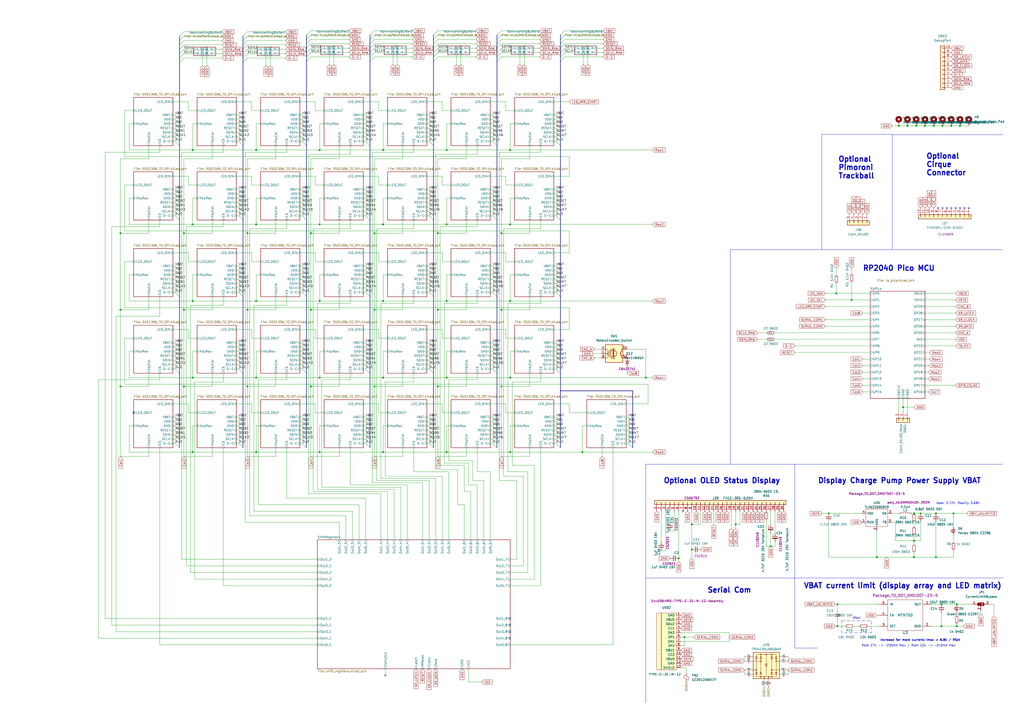
<source format=kicad_sch>
(kicad_sch (version 20230121) (generator eeschema)
  (paper "A2")
  (title_block (title "PolyKybd Split L") (date "2024-11-11") (rev "3.2"))
  (junction (at 259.08 219.075))
  (junction (at 185.42 130.175))
  (junction (at 546.1 363.22))
  (junction (at 69.85 224.155))
  (junction (at 148.59 130.175))
  (junction (at 401.32 304.165))
  (junction (at 374.65 219.075))
  (junction (at 401.32 318.77))
  (junction (at 534.035 297.815))
  (junction (at 523.875 236.22))
  (junction (at 290.83 179.705))
  (junction (at 217.17 224.155))
  (junction (at 397.002 369.57))
  (junction (at 222.25 130.175))
  (junction (at 106.68 224.155))
  (junction (at 69.85 135.255))
  (junction (at 69.85 179.705))
  (junction (at 530.225 297.815))
  (junction (at 222.25 219.075))
  (junction (at 447.04 316.865))
  (junction (at 542.925 323.215))
  (junction (at 111.76 86.995))
  (junction (at 148.59 262.255))
  (junction (at 536.575 73.025))
  (junction (at 222.25 86.995))
  (junction (at 148.59 219.075))
  (junction (at 222.25 174.625))
  (junction (at 290.83 224.155))
  (junction (at 485.775 363.22))
  (junction (at 290.83 135.255))
  (junction (at 185.42 86.995))
  (junction (at 337.82 262.255))
  (junction (at 551.815 73.025))
  (junction (at 521.335 73.025))
  (junction (at 546.735 73.025))
  (junction (at 254 135.255))
  (junction (at 485.14 170.18))
  (junction (at 541.655 73.025))
  (junction (at 295.91 130.175))
  (junction (at 530.225 323.215))
  (junction (at 553.085 297.815))
  (junction (at 180.34 179.705))
  (junction (at 111.76 219.075))
  (junction (at 259.08 262.255))
  (junction (at 148.59 174.625))
  (junction (at 185.42 174.625))
  (junction (at 393.7 323.85))
  (junction (at 426.72 304.165))
  (junction (at 530.225 313.69))
  (junction (at 143.51 224.155))
  (junction (at 295.91 262.255))
  (junction (at 295.91 86.995))
  (junction (at 485.775 350.52))
  (junction (at 508.635 323.215))
  (junction (at 295.91 219.075))
  (junction (at 111.76 174.625))
  (junction (at 254 179.705))
  (junction (at 295.91 174.625))
  (junction (at 259.08 86.995))
  (junction (at 259.08 130.175))
  (junction (at 106.68 179.705))
  (junction (at 254 224.155))
  (junction (at 554.99 363.22))
  (junction (at 185.42 262.255))
  (junction (at 148.59 86.995))
  (junction (at 526.415 73.025))
  (junction (at 217.17 179.705))
  (junction (at 222.25 262.255))
  (junction (at 111.76 130.175))
  (junction (at 494.03 173.99))
  (junction (at 185.42 219.075))
  (junction (at 546.1 350.52))
  (junction (at 180.34 135.255))
  (junction (at 143.51 179.705))
  (junction (at 480.695 297.815))
  (junction (at 143.51 135.255))
  (junction (at 180.34 224.155))
  (junction (at 111.76 262.255))
  (junction (at 106.68 135.255))
  (junction (at 217.17 135.255))
  (junction (at 531.495 73.025))
  (junction (at 259.08 174.625))
  (junction (at 556.895 73.025))
  (junction (at 554.99 350.52))
  (junction (at 542.925 297.815))
  (no_connect (at 77.47 239.395))
  (no_connect (at 295.91 358.775))
  (no_connect (at 295.91 362.585))
  (no_connect (at 295.91 366.395))
  (no_connect (at 295.91 370.205))
  (no_connect (at 396.24 296.545))
  (no_connect (at 223.52 391.795))
  (no_connect (at 544.195 120.65))
  (no_connect (at 561.975 120.65))
  (no_connect (at 559.435 120.65))
  (no_connect (at 551.815 120.65))
  (no_connect (at 549.275 120.65))
  (no_connect (at 546.735 120.65))
  (no_connect (at 556.895 120.65))
  (no_connect (at 554.355 120.65))
  (bus_entry (at 285.75 213.995) (size 2.54 2.54))
  (bus_entry (at 285.75 203.835) (size 2.54 2.54))
  (bus_entry (at 212.09 254.635) (size 2.54 2.54))
  (bus_entry (at 248.92 66.675) (size 2.54 2.54))
  (bus_entry (at 101.6 117.475) (size 2.54 2.54))
  (bus_entry (at 322.58 76.835) (size 2.54 2.54))
  (bus_entry (at 138.43 71.755) (size 2.54 2.54))
  (bus_entry (at 175.26 247.015) (size 2.54 2.54))
  (bus_entry (at 325.12 22.86) (size 2.54 -2.54))
  (bus_entry (at 364.49 244.475) (size 2.54 2.54))
  (bus_entry (at 322.58 120.015) (size 2.54 2.54))
  (bus_entry (at 364.49 247.015) (size 2.54 2.54))
  (bus_entry (at 248.92 161.925) (size 2.54 2.54))
  (bus_entry (at 212.09 203.835) (size 2.54 2.54))
  (bus_entry (at 285.75 254.635) (size 2.54 2.54))
  (bus_entry (at 138.43 81.915) (size 2.54 2.54))
  (bus_entry (at 101.6 112.395) (size 2.54 2.54))
  (bus_entry (at 101.6 156.845) (size 2.54 2.54))
  (bus_entry (at 212.09 74.295) (size 2.54 2.54))
  (bus_entry (at 138.43 203.835) (size 2.54 2.54))
  (bus_entry (at 140.97 26.035) (size 2.54 -2.54))
  (bus_entry (at 101.6 208.915) (size 2.54 2.54))
  (bus_entry (at 322.58 201.295) (size 2.54 2.54))
  (bus_entry (at 248.92 156.845) (size 2.54 2.54))
  (bus_entry (at 285.75 241.935) (size 2.54 2.54))
  (bus_entry (at 177.8 20.32) (size 2.54 -2.54))
  (bus_entry (at 248.92 120.015) (size 2.54 2.54))
  (bus_entry (at 175.26 76.835) (size 2.54 2.54))
  (bus_entry (at 177.8 22.86) (size 2.54 -2.54))
  (bus_entry (at 212.09 206.375) (size 2.54 2.54))
  (bus_entry (at 285.75 125.095) (size 2.54 2.54))
  (bus_entry (at 322.58 81.915) (size 2.54 2.54))
  (bus_entry (at 285.75 109.855) (size 2.54 2.54))
  (bus_entry (at 248.92 76.835) (size 2.54 2.54))
  (bus_entry (at 177.8 33.02) (size 2.54 -2.54))
  (bus_entry (at 322.58 66.675) (size 2.54 2.54))
  (bus_entry (at 212.09 69.215) (size 2.54 2.54))
  (bus_entry (at 248.92 114.935) (size 2.54 2.54))
  (bus_entry (at 101.6 114.935) (size 2.54 2.54))
  (bus_entry (at 212.09 244.475) (size 2.54 2.54))
  (bus_entry (at 138.43 69.215) (size 2.54 2.54))
  (bus_entry (at 214.63 22.86) (size 2.54 -2.54))
  (bus_entry (at 322.58 112.395) (size 2.54 2.54))
  (bus_entry (at 212.09 112.395) (size 2.54 2.54))
  (bus_entry (at 212.09 71.755) (size 2.54 2.54))
  (bus_entry (at 285.75 112.395) (size 2.54 2.54))
  (bus_entry (at 322.58 257.175) (size 2.54 2.54))
  (bus_entry (at 175.26 112.395) (size 2.54 2.54))
  (bus_entry (at 101.6 211.455) (size 2.54 2.54))
  (bus_entry (at 175.26 161.925) (size 2.54 2.54))
  (bus_entry (at 285.75 198.755) (size 2.54 2.54))
  (bus_entry (at 138.43 211.455) (size 2.54 2.54))
  (bus_entry (at 212.09 257.175) (size 2.54 2.54))
  (bus_entry (at 212.09 122.555) (size 2.54 2.54))
  (bus_entry (at 248.92 109.855) (size 2.54 2.54))
  (bus_entry (at 322.58 71.755) (size 2.54 2.54))
  (bus_entry (at 175.26 249.555) (size 2.54 2.54))
  (bus_entry (at 212.09 161.925) (size 2.54 2.54))
  (bus_entry (at 322.58 125.095) (size 2.54 2.54))
  (bus_entry (at 325.12 33.02) (size 2.54 -2.54))
  (bus_entry (at 285.75 161.925) (size 2.54 2.54))
  (bus_entry (at 175.26 252.095) (size 2.54 2.54))
  (bus_entry (at 285.75 244.475) (size 2.54 2.54))
  (bus_entry (at 212.09 169.545) (size 2.54 2.54))
  (bus_entry (at 212.09 76.835) (size 2.54 2.54))
  (bus_entry (at 138.43 206.375) (size 2.54 2.54))
  (bus_entry (at 138.43 252.095) (size 2.54 2.54))
  (bus_entry (at 322.58 167.005) (size 2.54 2.54))
  (bus_entry (at 248.92 117.475) (size 2.54 2.54))
  (bus_entry (at 248.92 79.375) (size 2.54 2.54))
  (bus_entry (at 138.43 201.295) (size 2.54 2.54))
  (bus_entry (at 177.8 30.48) (size 2.54 -2.54))
  (bus_entry (at 175.26 206.375) (size 2.54 2.54))
  (bus_entry (at 285.75 117.475) (size 2.54 2.54))
  (bus_entry (at 364.49 241.935) (size 2.54 2.54))
  (bus_entry (at 248.92 249.555) (size 2.54 2.54))
  (bus_entry (at 251.46 20.32) (size 2.54 -2.54))
  (bus_entry (at 138.43 74.295) (size 2.54 2.54))
  (bus_entry (at 104.14 33.655) (size 2.54 -2.54))
  (bus_entry (at 248.92 122.555) (size 2.54 2.54))
  (bus_entry (at 322.58 203.835) (size 2.54 2.54))
  (bus_entry (at 285.75 252.095) (size 2.54 2.54))
  (bus_entry (at 138.43 76.835) (size 2.54 2.54))
  (bus_entry (at 101.6 154.305) (size 2.54 2.54))
  (bus_entry (at 104.14 28.575) (size 2.54 -2.54))
  (bus_entry (at 322.58 74.295) (size 2.54 2.54))
  (bus_entry (at 285.75 167.005) (size 2.54 2.54))
  (bus_entry (at 175.26 66.675) (size 2.54 2.54))
  (bus_entry (at 175.26 257.175) (size 2.54 2.54))
  (bus_entry (at 322.58 117.475) (size 2.54 2.54))
  (bus_entry (at 322.58 249.555) (size 2.54 2.54))
  (bus_entry (at 322.58 114.935) (size 2.54 2.54))
  (bus_entry (at 138.43 244.475) (size 2.54 2.54))
  (bus_entry (at 175.26 81.915) (size 2.54 2.54))
  (bus_entry (at 248.92 198.755) (size 2.54 2.54))
  (bus_entry (at 175.26 125.095) (size 2.54 2.54))
  (bus_entry (at 248.92 154.305) (size 2.54 2.54))
  (bus_entry (at 322.58 241.935) (size 2.54 2.54))
  (bus_entry (at 177.8 25.4) (size 2.54 -2.54))
  (bus_entry (at 248.92 71.755) (size 2.54 2.54))
  (bus_entry (at 101.6 109.855) (size 2.54 2.54))
  (bus_entry (at 212.09 156.845) (size 2.54 2.54))
  (bus_entry (at 101.6 167.005) (size 2.54 2.54))
  (bus_entry (at 364.49 252.095) (size 2.54 2.54))
  (bus_entry (at 138.43 257.175) (size 2.54 2.54))
  (bus_entry (at 285.75 81.915) (size 2.54 2.54))
  (bus_entry (at 212.09 252.095) (size 2.54 2.54))
  (bus_entry (at 175.26 241.935) (size 2.54 2.54))
  (bus_entry (at 212.09 154.305) (size 2.54 2.54))
  (bus_entry (at 104.14 26.035) (size 2.54 -2.54))
  (bus_entry (at 285.75 169.545) (size 2.54 2.54))
  (bus_entry (at 104.14 23.495) (size 2.54 -2.54))
  (bus_entry (at 288.29 35.56) (size 2.54 -2.54))
  (bus_entry (at 322.58 164.465) (size 2.54 2.54))
  (bus_entry (at 138.43 122.555) (size 2.54 2.54))
  (bus_entry (at 175.26 114.935) (size 2.54 2.54))
  (bus_entry (at 175.26 122.555) (size 2.54 2.54))
  (bus_entry (at 285.75 76.835) (size 2.54 2.54))
  (bus_entry (at 140.97 36.195) (size 2.54 -2.54))
  (bus_entry (at 138.43 79.375) (size 2.54 2.54))
  (bus_entry (at 101.6 241.935) (size 2.54 2.54))
  (bus_entry (at 140.97 23.495) (size 2.54 -2.54))
  (bus_entry (at 212.09 208.915) (size 2.54 2.54))
  (bus_entry (at 285.75 69.215) (size 2.54 2.54))
  (bus_entry (at 212.09 198.755) (size 2.54 2.54))
  (bus_entry (at 212.09 247.015) (size 2.54 2.54))
  (bus_entry (at 138.43 114.935) (size 2.54 2.54))
  (bus_entry (at 322.58 206.375) (size 2.54 2.54))
  (bus_entry (at 325.12 20.32) (size 2.54 -2.54))
  (bus_entry (at 138.43 117.475) (size 2.54 2.54))
  (bus_entry (at 322.58 211.455) (size 2.54 2.54))
  (bus_entry (at 175.26 208.915) (size 2.54 2.54))
  (bus_entry (at 138.43 254.635) (size 2.54 2.54))
  (bus_entry (at 175.26 254.635) (size 2.54 2.54))
  (bus_entry (at 212.09 120.015) (size 2.54 2.54))
  (bus_entry (at 138.43 213.995) (size 2.54 2.54))
  (bus_entry (at 138.43 112.395) (size 2.54 2.54))
  (bus_entry (at 214.63 30.48) (size 2.54 -2.54))
  (bus_entry (at 175.26 203.835) (size 2.54 2.54))
  (bus_entry (at 138.43 249.555) (size 2.54 2.54))
  (bus_entry (at 248.92 74.295) (size 2.54 2.54))
  (bus_entry (at 140.97 33.655) (size 2.54 -2.54))
  (bus_entry (at 364.49 249.555) (size 2.54 2.54))
  (bus_entry (at 322.58 69.215) (size 2.54 2.54))
  (bus_entry (at 177.8 27.94) (size 2.54 -2.54))
  (bus_entry (at 138.43 167.005) (size 2.54 2.54))
  (bus_entry (at 322.58 213.995) (size 2.54 2.54))
  (bus_entry (at 212.09 114.935) (size 2.54 2.54))
  (bus_entry (at 288.29 30.48) (size 2.54 -2.54))
  (bus_entry (at 104.14 36.195) (size 2.54 -2.54))
  (bus_entry (at 214.63 20.32) (size 2.54 -2.54))
  (bus_entry (at 212.09 167.005) (size 2.54 2.54))
  (bus_entry (at 248.92 159.385) (size 2.54 2.54))
  (bus_entry (at 285.75 66.675) (size 2.54 2.54))
  (bus_entry (at 288.29 33.02) (size 2.54 -2.54))
  (bus_entry (at 175.26 198.755) (size 2.54 2.54))
  (bus_entry (at 138.43 154.305) (size 2.54 2.54))
  (bus_entry (at 322.58 254.635) (size 2.54 2.54))
  (bus_entry (at 248.92 169.545) (size 2.54 2.54))
  (bus_entry (at 175.26 120.015) (size 2.54 2.54))
  (bus_entry (at 248.92 206.375) (size 2.54 2.54))
  (bus_entry (at 101.6 249.555) (size 2.54 2.54))
  (bus_entry (at 248.92 213.995) (size 2.54 2.54))
  (bus_entry (at 248.92 244.475) (size 2.54 2.54))
  (bus_entry (at 212.09 66.675) (size 2.54 2.54))
  (bus_entry (at 175.26 213.995) (size 2.54 2.54))
  (bus_entry (at 322.58 208.915) (size 2.54 2.54))
  (bus_entry (at 288.29 25.4) (size 2.54 -2.54))
  (bus_entry (at 322.58 154.305) (size 2.54 2.54))
  (bus_entry (at 322.58 244.475) (size 2.54 2.54))
  (bus_entry (at 248.92 164.465) (size 2.54 2.54))
  (bus_entry (at 212.09 211.455) (size 2.54 2.54))
  (bus_entry (at 322.58 198.755) (size 2.54 2.54))
  (bus_entry (at 175.26 169.545) (size 2.54 2.54))
  (bus_entry (at 104.14 31.115) (size 2.54 -2.54))
  (bus_entry (at 322.58 169.545) (size 2.54 2.54))
  (bus_entry (at 248.92 247.015) (size 2.54 2.54))
  (bus_entry (at 285.75 206.375) (size 2.54 2.54))
  (bus_entry (at 214.63 25.4) (size 2.54 -2.54))
  (bus_entry (at 175.26 201.295) (size 2.54 2.54))
  (bus_entry (at 212.09 213.995) (size 2.54 2.54))
  (bus_entry (at 325.12 25.4) (size 2.54 -2.54))
  (bus_entry (at 285.75 156.845) (size 2.54 2.54))
  (bus_entry (at 101.6 247.015) (size 2.54 2.54))
  (bus_entry (at 138.43 198.755) (size 2.54 2.54))
  (bus_entry (at 248.92 254.635) (size 2.54 2.54))
  (bus_entry (at 138.43 247.015) (size 2.54 2.54))
  (bus_entry (at 138.43 169.545) (size 2.54 2.54))
  (bus_entry (at 248.92 203.835) (size 2.54 2.54))
  (bus_entry (at 101.6 164.465) (size 2.54 2.54))
  (bus_entry (at 140.97 31.115) (size 2.54 -2.54))
  (bus_entry (at 248.92 257.175) (size 2.54 2.54))
  (bus_entry (at 285.75 164.465) (size 2.54 2.54))
  (bus_entry (at 138.43 66.675) (size 2.54 2.54))
  (bus_entry (at 248.92 112.395) (size 2.54 2.54))
  (bus_entry (at 214.63 27.94) (size 2.54 -2.54))
  (bus_entry (at 288.29 20.32) (size 2.54 -2.54))
  (bus_entry (at 175.26 211.455) (size 2.54 2.54))
  (bus_entry (at 101.6 252.095) (size 2.54 2.54))
  (bus_entry (at 285.75 120.015) (size 2.54 2.54))
  (bus_entry (at 175.26 109.855) (size 2.54 2.54))
  (bus_entry (at 138.43 156.845) (size 2.54 2.54))
  (bus_entry (at 175.26 74.295) (size 2.54 2.54))
  (bus_entry (at 251.46 22.86) (size 2.54 -2.54))
  (bus_entry (at 101.6 122.555) (size 2.54 2.54))
  (bus_entry (at 212.09 249.555) (size 2.54 2.54))
  (bus_entry (at 322.58 79.375) (size 2.54 2.54))
  (bus_entry (at 248.92 125.095) (size 2.54 2.54))
  (bus_entry (at 104.14 20.955) (size 2.54 -2.54))
  (bus_entry (at 288.29 27.94) (size 2.54 -2.54))
  (bus_entry (at 285.75 122.555) (size 2.54 2.54))
  (bus_entry (at 101.6 161.925) (size 2.54 2.54))
  (bus_entry (at 212.09 79.375) (size 2.54 2.54))
  (bus_entry (at 285.75 201.295) (size 2.54 2.54))
  (bus_entry (at 322.58 247.015) (size 2.54 2.54))
  (bus_entry (at 175.26 164.465) (size 2.54 2.54))
  (bus_entry (at 101.6 125.095) (size 2.54 2.54))
  (bus_entry (at 322.58 156.845) (size 2.54 2.54))
  (bus_entry (at 285.75 208.915) (size 2.54 2.54))
  (bus_entry (at 175.26 167.005) (size 2.54 2.54))
  (bus_entry (at 212.09 164.465) (size 2.54 2.54))
  (bus_entry (at 248.92 167.005) (size 2.54 2.54))
  (bus_entry (at 251.46 30.48) (size 2.54 -2.54))
  (bus_entry (at 175.26 71.755) (size 2.54 2.54))
  (bus_entry (at 212.09 241.935) (size 2.54 2.54))
  (bus_entry (at 138.43 161.925) (size 2.54 2.54))
  (bus_entry (at 251.46 35.56) (size 2.54 -2.54))
  (bus_entry (at 212.09 201.295) (size 2.54 2.54))
  (bus_entry (at 285.75 74.295) (size 2.54 2.54))
  (bus_entry (at 285.75 211.455) (size 2.54 2.54))
  (bus_entry (at 138.43 208.915) (size 2.54 2.54))
  (bus_entry (at 248.92 81.915) (size 2.54 2.54))
  (bus_entry (at 101.6 79.375) (size 2.54 2.54))
  (bus_entry (at 101.6 81.915) (size 2.54 2.54))
  (bus_entry (at 101.6 74.295) (size 2.54 2.54))
  (bus_entry (at 101.6 76.835) (size 2.54 2.54))
  (bus_entry (at 101.6 69.215) (size 2.54 2.54))
  (bus_entry (at 101.6 71.755) (size 2.54 2.54))
  (bus_entry (at 101.6 66.675) (size 2.54 2.54))
  (bus_entry (at 285.75 114.935) (size 2.54 2.54))
  (bus_entry (at 175.26 159.385) (size 2.54 2.54))
  (bus_entry (at 140.97 28.575) (size 2.54 -2.54))
  (bus_entry (at 285.75 247.015) (size 2.54 2.54))
  (bus_entry (at 101.6 120.015) (size 2.54 2.54))
  (bus_entry (at 212.09 125.095) (size 2.54 2.54))
  (bus_entry (at 175.26 154.305) (size 2.54 2.54))
  (bus_entry (at 285.75 159.385) (size 2.54 2.54))
  (bus_entry (at 140.97 20.955) (size 2.54 -2.54))
  (bus_entry (at 288.29 22.86) (size 2.54 -2.54))
  (bus_entry (at 285.75 154.305) (size 2.54 2.54))
  (bus_entry (at 138.43 125.095) (size 2.54 2.54))
  (bus_entry (at 101.6 169.545) (size 2.54 2.54))
  (bus_entry (at 175.26 244.475) (size 2.54 2.54))
  (bus_entry (at 285.75 257.175) (size 2.54 2.54))
  (bus_entry (at 101.6 213.995) (size 2.54 2.54))
  (bus_entry (at 177.8 35.56) (size 2.54 -2.54))
  (bus_entry (at 138.43 109.855) (size 2.54 2.54))
  (bus_entry (at 285.75 79.375) (size 2.54 2.54))
  (bus_entry (at 322.58 161.925) (size 2.54 2.54))
  (bus_entry (at 248.92 252.095) (size 2.54 2.54))
  (bus_entry (at 138.43 164.465) (size 2.54 2.54))
  (bus_entry (at 248.92 201.295) (size 2.54 2.54))
  (bus_entry (at 285.75 249.555) (size 2.54 2.54))
  (bus_entry (at 101.6 159.385) (size 2.54 2.54))
  (bus_entry (at 138.43 241.935) (size 2.54 2.54))
  (bus_entry (at 322.58 159.385) (size 2.54 2.54))
  (bus_entry (at 322.58 252.095) (size 2.54 2.54))
  (bus_entry (at 214.63 35.56) (size 2.54 -2.54))
  (bus_entry (at 325.12 30.48) (size 2.54 -2.54))
  (bus_entry (at 285.75 71.755) (size 2.54 2.54))
  (bus_entry (at 175.26 117.475) (size 2.54 2.54))
  (bus_entry (at 101.6 198.755) (size 2.54 2.54))
  (bus_entry (at 364.49 257.175) (size 2.54 2.54))
  (bus_entry (at 248.92 211.455) (size 2.54 2.54))
  (bus_entry (at 364.49 254.635) (size 2.54 2.54))
  (bus_entry (at 101.6 257.175) (size 2.54 2.54))
  (bus_entry (at 175.26 79.375) (size 2.54 2.54))
  (bus_entry (at 248.92 241.935) (size 2.54 2.54))
  (bus_entry (at 212.09 109.855) (size 2.54 2.54))
  (bus_entry (at 248.92 208.915) (size 2.54 2.54))
  (bus_entry (at 212.09 117.475) (size 2.54 2.54))
  (bus_entry (at 251.46 33.02) (size 2.54 -2.54))
  (bus_entry (at 322.58 122.555) (size 2.54 2.54))
  (bus_entry (at 214.63 33.02) (size 2.54 -2.54))
  (bus_entry (at 248.92 69.215) (size 2.54 2.54))
  (bus_entry (at 101.6 201.295) (size 2.54 2.54))
  (bus_entry (at 322.58 109.855) (size 2.54 2.54))
  (bus_entry (at 325.12 27.94) (size 2.54 -2.54))
  (bus_entry (at 212.09 159.385) (size 2.54 2.54))
  (bus_entry (at 101.6 206.375) (size 2.54 2.54))
  (bus_entry (at 251.46 25.4) (size 2.54 -2.54))
  (bus_entry (at 101.6 203.835) (size 2.54 2.54))
  (bus_entry (at 138.43 159.385) (size 2.54 2.54))
  (bus_entry (at 212.09 81.915) (size 2.54 2.54))
  (bus_entry (at 251.46 27.94) (size 2.54 -2.54))
  (bus_entry (at 175.26 69.215) (size 2.54 2.54))
  (bus_entry (at 138.43 120.015) (size 2.54 2.54))
  (bus_entry (at 325.12 35.56) (size 2.54 -2.54))
  (bus_entry (at 101.6 244.475) (size 2.54 2.54))
  (bus_entry (at 175.26 156.845) (size 2.54 2.54))
  (bus_entry (at 101.6 254.635) (size 2.54 2.54))
  (wire (pts (xy 447.04 316.865) (xy 449.58 316.865)))
  (wire (pts (xy 173.99 247.015) (xy 175.26 247.015)))
  (wire (pts (xy 295.91 159.385) (xy 298.45 159.385)))
  (bus (pts (xy 140.97 26.035) (xy 140.97 28.575)))
  (bus (pts (xy 104.14 117.475) (xy 104.14 114.935)))
  (wire (pts (xy 86.36 264.795) (xy 86.36 259.715)))
  (wire (pts (xy 173.99 254.635) (xy 175.26 254.635)))
  (wire (pts (xy 173.99 120.015) (xy 175.26 120.015)))
  (wire (pts (xy 330.2 178.435) (xy 330.2 191.135)))
  (bus (pts (xy 288.29 35.56) (xy 288.29 69.215)))
  (wire (pts (xy 187.96 107.315) (xy 182.88 107.315)))
  (wire (pts (xy 57.15 370.205) (xy 184.15 370.205)))
  (wire (pts (xy 200.66 299.085) (xy 144.78 299.085)))
  (wire (pts (xy 295.91 114.935) (xy 298.45 114.935)))
  (bus (pts (xy 140.97 247.015) (xy 140.97 244.475)))
  (wire (pts (xy 151.13 239.395) (xy 146.05 239.395)))
  (wire (pts (xy 295.91 174.625) (xy 378.46 174.625)))
  (wire (pts (xy 109.22 239.395) (xy 109.22 234.315)))
  (bus (pts (xy 104.14 211.455) (xy 104.14 213.995)))
  (wire (pts (xy 265.43 292.735) (xy 265.43 272.415)))
  (wire (pts (xy 224.79 151.765) (xy 219.71 151.765)))
  (wire (pts (xy 478.79 185.42) (xy 504.825 185.42)))
  (bus (pts (xy 251.46 213.995) (xy 251.46 211.455)))
  (wire (pts (xy 187.96 196.215) (xy 182.88 196.215)))
  (wire (pts (xy 309.245 30.48) (xy 313.055 30.48)))
  (wire (pts (xy 92.71 216.535) (xy 92.71 220.345)))
  (wire (pts (xy 397.002 369.57) (xy 402.59 369.57)))
  (bus (pts (xy 367.03 226.695) (xy 367.03 244.475)))
  (bus (pts (xy 104.14 252.095) (xy 104.14 249.555)))
  (wire (pts (xy 327.66 25.4) (xy 349.885 25.4)))
  (wire (pts (xy 247.65 249.555) (xy 248.92 249.555)))
  (wire (pts (xy 74.93 219.075) (xy 111.76 219.075)))
  (wire (pts (xy 290.83 264.795) (xy 307.34 264.795)))
  (wire (pts (xy 457.2 381) (xy 457.2 383.54)))
  (wire (pts (xy 137.16 247.015) (xy 138.43 247.015)))
  (wire (pts (xy 180.34 22.86) (xy 202.565 22.86)))
  (bus (pts (xy 104.14 36.195) (xy 104.14 69.215)))
  (bus (pts (xy 251.46 84.455) (xy 251.46 112.395)))
  (wire (pts (xy 160.02 179.705) (xy 143.51 179.705)))
  (wire (pts (xy 186.69 220.345) (xy 203.2 220.345)))
  (bus (pts (xy 177.8 20.32) (xy 177.8 22.86)))
  (wire (pts (xy 457.2 388.62) (xy 457.2 391.16)))
  (bus (pts (xy 288.29 33.02) (xy 288.29 35.56)))
  (wire (pts (xy 72.39 90.805) (xy 330.2 90.805)))
  (bus (pts (xy 104.14 81.915) (xy 104.14 79.375)))
  (wire (pts (xy 292.1 132.715) (xy 313.69 132.715)))
  (wire (pts (xy 100.33 203.835) (xy 101.6 203.835)))
  (bus (pts (xy 367.03 226.695) (xy 325.12 226.695)))
  (wire (pts (xy 173.99 159.385) (xy 175.26 159.385)))
  (wire (pts (xy 186.69 282.575) (xy 186.69 220.345)))
  (bus (pts (xy 177.8 206.375) (xy 177.8 208.915)))
  (wire (pts (xy 137.16 234.315) (xy 146.05 234.315)))
  (wire (pts (xy 210.82 109.855) (xy 212.09 109.855)))
  (wire (pts (xy 321.31 241.935) (xy 322.58 241.935)))
  (wire (pts (xy 185.42 71.755) (xy 187.96 71.755)))
  (bus (pts (xy 325.12 22.86) (xy 325.12 25.4)))
  (wire (pts (xy 394.97 369.57) (xy 397.002 369.57)))
  (bus (pts (xy 104.14 117.475) (xy 104.14 120.015)))
  (bus (pts (xy 325.12 211.455) (xy 325.12 208.915)))
  (bus (pts (xy 140.97 125.095) (xy 140.97 122.555)))
  (bus (pts (xy 177.8 257.175) (xy 177.8 254.635)))
  (wire (pts (xy 77.47 107.315) (xy 72.39 107.315)))
  (wire (pts (xy 210.82 203.835) (xy 212.09 203.835)))
  (wire (pts (xy 406.4 304.165) (xy 401.32 304.165)))
  (wire (pts (xy 111.76 203.835) (xy 114.3 203.835)))
  (wire (pts (xy 210.82 114.935) (xy 212.09 114.935)))
  (wire (pts (xy 173.99 206.375) (xy 175.26 206.375)))
  (wire (pts (xy 100.33 234.315) (xy 109.22 234.315)))
  (bus (pts (xy 140.97 203.835) (xy 140.97 206.375)))
  (bus (pts (xy 251.46 125.095) (xy 251.46 122.555)))
  (wire (pts (xy 254 30.48) (xy 259.715 30.48)))
  (wire (pts (xy 292.1 276.225) (xy 292.1 132.715)))
  (wire (pts (xy 340.36 239.395) (xy 330.2 239.395)))
  (wire (pts (xy 248.92 278.765) (xy 218.44 278.765)))
  (bus (pts (xy 214.63 122.555) (xy 214.63 120.015)))
  (bus (pts (xy 214.63 169.545) (xy 214.63 167.005)))
  (wire (pts (xy 270.51 264.795) (xy 270.51 259.715)))
  (wire (pts (xy 530.225 297.815) (xy 534.035 297.815)))
  (wire (pts (xy 210.82 247.015) (xy 212.09 247.015)))
  (wire (pts (xy 247.65 208.915) (xy 248.92 208.915)))
  (bus (pts (xy 104.14 84.455) (xy 104.14 112.395)))
  (polyline (pts (xy 374.65 335.28) (xy 374.65 407.67)))
  (wire (pts (xy 222.25 247.015) (xy 222.25 262.255)))
  (bus (pts (xy 214.63 206.375) (xy 214.63 203.835)))
  (wire (pts (xy 551.815 73.025) (xy 556.895 73.025)))
  (wire (pts (xy 284.48 201.295) (xy 285.75 201.295)))
  (wire (pts (xy 166.37 220.345) (xy 166.37 216.535)))
  (bus (pts (xy 214.63 213.995) (xy 214.63 216.535)))
  (wire (pts (xy 210.82 244.475) (xy 212.09 244.475)))
  (wire (pts (xy 220.98 175.895) (xy 240.03 175.895)))
  (wire (pts (xy 137.16 74.295) (xy 138.43 74.295)))
  (wire (pts (xy 284.48 122.555) (xy 285.75 122.555)))
  (wire (pts (xy 254 224.155) (xy 254 264.795)))
  (wire (pts (xy 173.99 69.215) (xy 175.26 69.215)))
  (wire (pts (xy 106.68 18.415) (xy 128.905 18.415)))
  (wire (pts (xy 426.72 296.545) (xy 426.72 304.165)))
  (bus (pts (xy 177.8 22.86) (xy 177.8 25.4)))
  (wire (pts (xy 261.62 196.215) (xy 256.54 196.215)))
  (bus (pts (xy 177.8 208.915) (xy 177.8 211.455)))
  (wire (pts (xy 401.32 304.165) (xy 401.32 318.77)))
  (bus (pts (xy 214.63 203.835) (xy 214.63 201.295)))
  (wire (pts (xy 259.08 219.075) (xy 295.91 219.075)))
  (bus (pts (xy 251.46 81.915) (xy 251.46 79.375)))
  (wire (pts (xy 217.17 33.02) (xy 239.395 33.02)))
  (wire (pts (xy 290.83 92.075) (xy 290.83 135.255)))
  (wire (pts (xy 500.38 181.61) (xy 504.825 181.61)))
  (wire (pts (xy 210.82 159.385) (xy 212.09 159.385)))
  (bus (pts (xy 104.14 79.375) (xy 104.14 76.835)))
  (bus (pts (xy 177.8 167.005) (xy 177.8 169.545)))
  (bus (pts (xy 251.46 161.925) (xy 251.46 159.385)))
  (wire (pts (xy 247.65 213.995) (xy 248.92 213.995)))
  (bus (pts (xy 214.63 159.385) (xy 214.63 156.845)))
  (wire (pts (xy 256.54 239.395) (xy 256.54 234.315)))
  (wire (pts (xy 546.735 73.025) (xy 551.815 73.025)))
  (bus (pts (xy 177.8 114.935) (xy 177.8 112.395)))
  (wire (pts (xy 137.16 208.915) (xy 138.43 208.915)))
  (bus (pts (xy 325.12 172.085) (xy 325.12 169.545)))
  (wire (pts (xy 180.34 224.155) (xy 180.34 264.795)))
  (wire (pts (xy 100.33 66.675) (xy 101.6 66.675)))
  (wire (pts (xy 210.82 254.635) (xy 212.09 254.635)))
  (wire (pts (xy 148.59 114.935) (xy 148.59 130.175)))
  (bus (pts (xy 251.46 127.635) (xy 251.46 156.845)))
  (wire (pts (xy 100.33 213.995) (xy 101.6 213.995)))
  (wire (pts (xy 218.44 132.715) (xy 240.03 132.715)))
  (wire (pts (xy 111.76 247.015) (xy 111.76 262.255)))
  (wire (pts (xy 431.8 381) (xy 431.8 383.54)))
  (wire (pts (xy 173.99 198.755) (xy 175.26 198.755)))
  (wire (pts (xy 173.99 167.005) (xy 175.26 167.005)))
  (wire (pts (xy 100.33 146.685) (xy 109.22 146.685)))
  (bus (pts (xy 140.97 71.755) (xy 140.97 69.215)))
  (wire (pts (xy 222.25 130.175) (xy 259.08 130.175)))
  (wire (pts (xy 276.86 89.535) (xy 276.86 84.455)))
  (wire (pts (xy 210.82 69.215) (xy 212.09 69.215)))
  (wire (pts (xy 100.33 249.555) (xy 101.6 249.555)))
  (bus (pts (xy 140.97 74.295) (xy 140.97 71.755)))
  (wire (pts (xy 306.07 332.105) (xy 306.07 273.685)))
  (wire (pts (xy 284.48 164.465) (xy 285.75 164.465)))
  (bus (pts (xy 251.46 216.535) (xy 251.46 244.475)))
  (wire (pts (xy 276.86 220.345) (xy 276.86 216.535)))
  (wire (pts (xy 536.575 215.9) (xy 538.48 215.9)))
  (wire (pts (xy 303.53 328.295) (xy 303.53 276.225)))
  (wire (pts (xy 196.85 84.455) (xy 196.85 92.075)))
  (wire (pts (xy 114.3 151.765) (xy 109.22 151.765)))
  (wire (pts (xy 161.925 31.115) (xy 165.735 31.115)))
  (wire (pts (xy 114.3 64.135) (xy 109.22 64.135)))
  (wire (pts (xy 321.31 109.855) (xy 322.58 109.855)))
  (wire (pts (xy 222.25 159.385) (xy 222.25 174.625)))
  (wire (pts (xy 74.93 130.175) (xy 111.76 130.175)))
  (wire (pts (xy 261.62 151.765) (xy 256.54 151.765)))
  (wire (pts (xy 215.9 280.035) (xy 215.9 88.265)))
  (bus (pts (xy 214.63 22.86) (xy 214.63 25.4)))
  (wire (pts (xy 223.52 221.615) (xy 240.03 221.615)))
  (wire (pts (xy 270.51 179.705) (xy 254 179.705)))
  (bus (pts (xy 251.46 172.085) (xy 251.46 169.545)))
  (wire (pts (xy 137.16 125.095) (xy 138.43 125.095)))
  (wire (pts (xy 160.02 92.075) (xy 143.51 92.075)))
  (wire (pts (xy 398.145 387.35) (xy 394.97 387.35)))
  (wire (pts (xy 321.31 191.135) (xy 330.2 191.135)))
  (wire (pts (xy 137.16 102.235) (xy 146.05 102.235)))
  (wire (pts (xy 219.71 107.315) (xy 219.71 102.235)))
  (polyline (pts (xy 461.01 335.28) (xy 461.01 375.92)))
  (wire (pts (xy 259.08 247.015) (xy 259.08 262.255)))
  (wire (pts (xy 247.65 59.055) (xy 256.54 59.055)))
  (polyline (pts (xy 423.545 269.24) (xy 423.545 144.78)))
  (wire (pts (xy 173.99 114.935) (xy 175.26 114.935)))
  (wire (pts (xy 217.17 92.075) (xy 217.17 135.255)))
  (wire (pts (xy 210.82 252.095) (xy 212.09 252.095)))
  (wire (pts (xy 269.24 292.735) (xy 265.43 292.735)))
  (bus (pts (xy 104.14 211.455) (xy 104.14 208.915)))
  (wire (pts (xy 313.69 221.615) (xy 313.69 216.535)))
  (wire (pts (xy 148.59 71.755) (xy 148.59 86.995)))
  (wire (pts (xy 521.335 73.025) (xy 526.415 73.025)))
  (wire (pts (xy 100.33 74.295) (xy 101.6 74.295)))
  (wire (pts (xy 523.875 236.22) (xy 523.875 238.76)))
  (wire (pts (xy 530.225 320.675) (xy 530.225 323.215)))
  (wire (pts (xy 217.17 224.155) (xy 217.17 264.795)))
  (wire (pts (xy 151.13 107.315) (xy 146.05 107.315)))
  (bus (pts (xy 104.14 81.915) (xy 104.14 84.455)))
  (bus (pts (xy 288.29 161.925) (xy 288.29 159.385)))
  (wire (pts (xy 74.93 114.935) (xy 74.93 130.175)))
  (wire (pts (xy 295.91 71.755) (xy 295.91 86.995)))
  (bus (pts (xy 367.03 252.095) (xy 367.03 254.635)))
  (wire (pts (xy 478.79 170.18) (xy 485.14 170.18)))
  (wire (pts (xy 304.165 31.75) (xy 304.165 37.465)))
  (wire (pts (xy 355.6 259.715) (xy 355.6 374.015)))
  (bus (pts (xy 177.8 125.095) (xy 177.8 122.555)))
  (wire (pts (xy 530.225 302.895) (xy 530.225 305.435)))
  (bus (pts (xy 288.29 81.915) (xy 288.29 84.455)))
  (wire (pts (xy 313.69 259.715) (xy 313.69 339.725)))
  (bus (pts (xy 177.8 74.295) (xy 177.8 71.755)))
  (wire (pts (xy 321.31 161.925) (xy 322.58 161.925)))
  (wire (pts (xy 100.33 117.475) (xy 101.6 117.475)))
  (wire (pts (xy 290.83 17.78) (xy 313.055 17.78)))
  (wire (pts (xy 173.99 81.915) (xy 175.26 81.915)))
  (wire (pts (xy 284.48 167.005) (xy 285.75 167.005)))
  (wire (pts (xy 187.96 64.135) (xy 182.88 64.135)))
  (wire (pts (xy 299.72 324.485) (xy 299.72 278.765)))
  (bus (pts (xy 325.12 117.475) (xy 325.12 114.935)))
  (wire (pts (xy 173.99 234.315) (xy 182.88 234.315)))
  (wire (pts (xy 60.96 88.265) (xy 92.71 88.265)))
  (bus (pts (xy 214.63 172.085) (xy 214.63 201.295)))
  (wire (pts (xy 100.33 167.005) (xy 101.6 167.005)))
  (wire (pts (xy 148.59 130.175) (xy 185.42 130.175)))
  (wire (pts (xy 542.925 302.895) (xy 542.925 323.215)))
  (wire (pts (xy 143.51 20.955) (xy 165.735 20.955)))
  (bus (pts (xy 251.46 259.715) (xy 251.46 257.175)))
  (wire (pts (xy 541.655 73.025) (xy 546.735 73.025)))
  (wire (pts (xy 166.37 84.455) (xy 166.37 88.265)))
  (wire (pts (xy 517.525 297.815) (xy 521.335 297.815)))
  (wire (pts (xy 182.88 239.395) (xy 182.88 234.315)))
  (bus (pts (xy 288.29 169.545) (xy 288.29 167.005)))
  (wire (pts (xy 289.56 278.765) (xy 289.56 88.265)))
  (wire (pts (xy 388.62 302.895) (xy 388.62 296.545)))
  (wire (pts (xy 137.16 206.375) (xy 138.43 206.375)))
  (wire (pts (xy 284.48 76.835) (xy 285.75 76.835)))
  (wire (pts (xy 137.16 109.855) (xy 138.43 109.855)))
  (wire (pts (xy 173.99 164.465) (xy 175.26 164.465)))
  (wire (pts (xy 330.2 133.985) (xy 330.2 146.685)))
  (wire (pts (xy 252.73 89.535) (xy 276.86 89.535)))
  (wire (pts (xy 293.37 64.135) (xy 293.37 59.055)))
  (wire (pts (xy 210.82 191.135) (xy 219.71 191.135)))
  (wire (pts (xy 271.78 268.605) (xy 257.81 268.605)))
  (wire (pts (xy 160.02 264.795) (xy 160.02 259.715)))
  (wire (pts (xy 106.68 26.035) (xy 128.905 26.035)))
  (wire (pts (xy 284.48 112.395) (xy 285.75 112.395)))
  (wire (pts (xy 247.65 234.315) (xy 256.54 234.315)))
  (wire (pts (xy 210.82 257.175) (xy 212.09 257.175)))
  (bus (pts (xy 214.63 164.465) (xy 214.63 161.925)))
  (wire (pts (xy 222.25 71.755) (xy 222.25 86.995)))
  (wire (pts (xy 284.48 234.315) (xy 293.37 234.315)))
  (wire (pts (xy 259.08 203.835) (xy 261.62 203.835)))
  (wire (pts (xy 210.82 81.915) (xy 212.09 81.915)))
  (wire (pts (xy 123.19 179.705) (xy 106.68 179.705)))
  (wire (pts (xy 247.65 114.935) (xy 248.92 114.935)))
  (wire (pts (xy 295.91 328.295) (xy 303.53 328.295)))
  (wire (pts (xy 295.91 324.485) (xy 299.72 324.485)))
  (bus (pts (xy 177.8 161.925) (xy 177.8 164.465)))
  (wire (pts (xy 219.71 151.765) (xy 219.71 146.685)))
  (wire (pts (xy 60.96 358.775) (xy 184.15 358.775)))
  (wire (pts (xy 218.44 278.765) (xy 218.44 132.715)))
  (wire (pts (xy 240.03 273.685) (xy 260.35 273.685)))
  (wire (pts (xy 337.82 262.255) (xy 378.46 262.255)))
  (wire (pts (xy 219.71 239.395) (xy 219.71 234.315)))
  (wire (pts (xy 321.31 112.395) (xy 322.58 112.395)))
  (wire (pts (xy 247.65 244.475) (xy 248.92 244.475)))
  (bus (pts (xy 214.63 211.455) (xy 214.63 208.915)))
  (wire (pts (xy 309.88 269.875) (xy 297.18 269.875)))
  (wire (pts (xy 137.16 191.135) (xy 146.05 191.135)))
  (wire (pts (xy 137.16 120.015) (xy 138.43 120.015)))
  (wire (pts (xy 270.51 135.255) (xy 254 135.255)))
  (wire (pts (xy 137.16 66.675) (xy 138.43 66.675)))
  (bus (pts (xy 140.97 81.915) (xy 140.97 79.375)))
  (bus (pts (xy 288.29 84.455) (xy 288.29 112.395)))
  (bus (pts (xy 104.14 76.835) (xy 104.14 74.295)))
  (wire (pts (xy 86.36 92.075) (xy 69.85 92.075)))
  (wire (pts (xy 77.47 196.215) (xy 72.39 196.215)))
  (wire (pts (xy 143.51 135.255) (xy 143.51 179.705)))
  (wire (pts (xy 224.79 64.135) (xy 219.71 64.135)))
  (bus (pts (xy 177.8 216.535) (xy 177.8 244.475)))
  (wire (pts (xy 106.68 135.255) (xy 106.68 179.705)))
  (wire (pts (xy 137.16 164.465) (xy 138.43 164.465)))
  (wire (pts (xy 540.385 363.22) (xy 546.1 363.22)))
  (wire (pts (xy 137.16 213.995) (xy 138.43 213.995)))
  (wire (pts (xy 137.16 254.635) (xy 138.43 254.635)))
  (wire (pts (xy 284.48 257.175) (xy 285.75 257.175)))
  (wire (pts (xy 257.81 175.895) (xy 276.86 175.895)))
  (wire (pts (xy 210.82 234.315) (xy 219.71 234.315)))
  (wire (pts (xy 536.575 181.61) (xy 554.355 181.61)))
  (wire (pts (xy 74.93 159.385) (xy 77.47 159.385)))
  (wire (pts (xy 397.002 369.57) (xy 397.002 374.65)))
  (wire (pts (xy 330.2 90.805) (xy 330.2 102.235)))
  (wire (pts (xy 203.2 281.305) (xy 236.22 281.305)))
  (wire (pts (xy 330.2 239.395) (xy 330.2 234.315)))
  (wire (pts (xy 57.15 220.345) (xy 92.71 220.345)))
  (wire (pts (xy 261.62 64.135) (xy 256.54 64.135)))
  (wire (pts (xy 77.47 64.135) (xy 72.39 64.135)))
  (wire (pts (xy 60.96 358.775) (xy 60.96 88.265)))
  (wire (pts (xy 184.15 328.295) (xy 107.95 328.295)))
  (wire (pts (xy 260.35 267.335) (xy 260.35 220.345)))
  (bus (pts (xy 214.63 25.4) (xy 214.63 27.94)))
  (wire (pts (xy 148.59 114.935) (xy 151.13 114.935)))
  (wire (pts (xy 247.65 252.095) (xy 248.92 252.095)))
  (wire (pts (xy 321.31 234.315) (xy 330.2 234.315)))
  (wire (pts (xy 247.65 146.685) (xy 256.54 146.685)))
  (wire (pts (xy 137.16 112.395) (xy 138.43 112.395)))
  (bus (pts (xy 214.63 249.555) (xy 214.63 247.015)))
  (wire (pts (xy 321.31 71.755) (xy 322.58 71.755)))
  (wire (pts (xy 184.15 175.895) (xy 203.2 175.895)))
  (wire (pts (xy 429.26 304.165) (xy 426.72 304.165)))
  (polyline (pts (xy 473.71 335.28) (xy 374.65 335.28)))
  (wire (pts (xy 276.86 281.305) (xy 271.78 281.305)))
  (bus (pts (xy 104.14 216.535) (xy 104.14 244.475)))
  (wire (pts (xy 142.24 88.265) (xy 166.37 88.265)))
  (bus (pts (xy 214.63 114.935) (xy 214.63 112.395)))
  (wire (pts (xy 100.33 241.935) (xy 101.6 241.935)))
  (wire (pts (xy 74.93 174.625) (xy 111.76 174.625)))
  (wire (pts (xy 224.79 285.115) (xy 181.61 285.115)))
  (wire (pts (xy 114.3 239.395) (xy 109.22 239.395)))
  (wire (pts (xy 344.17 205.105) (xy 348.615 205.105)))
  (wire (pts (xy 276.86 131.445) (xy 276.86 127.635)))
  (wire (pts (xy 196.85 224.155) (xy 180.34 224.155)))
  (bus (pts (xy 140.97 84.455) (xy 140.97 112.395)))
  (wire (pts (xy 519.43 302.895) (xy 517.525 302.895)))
  (wire (pts (xy 406.4 296.545) (xy 406.4 304.165)))
  (bus (pts (xy 251.46 167.005) (xy 251.46 164.465)))
  (bus (pts (xy 177.8 127.635) (xy 177.8 156.845)))
  (wire (pts (xy 146.05 196.215) (xy 146.05 191.135)))
  (wire (pts (xy 500.38 212.09) (xy 504.825 212.09)))
  (bus (pts (xy 288.29 25.4) (xy 288.29 27.94)))
  (wire (pts (xy 363.22 244.475) (xy 364.49 244.475)))
  (bus (pts (xy 288.29 127.635) (xy 288.29 156.845)))
  (bus (pts (xy 177.8 79.375) (xy 177.8 76.835)))
  (wire (pts (xy 100.33 164.465) (xy 101.6 164.465)))
  (wire (pts (xy 72.39 196.215) (xy 72.39 222.885)))
  (bus (pts (xy 214.63 206.375) (xy 214.63 208.915)))
  (wire (pts (xy 530.225 313.69) (xy 519.43 313.69)))
  (wire (pts (xy 160.02 84.455) (xy 160.02 92.075)))
  (wire (pts (xy 204.47 313.055) (xy 204.47 296.545)))
  (wire (pts (xy 86.36 172.085) (xy 86.36 179.705)))
  (wire (pts (xy 309.245 27.94) (xy 313.055 27.94)))
  (bus (pts (xy 251.46 22.86) (xy 251.46 25.4)))
  (wire (pts (xy 259.08 86.995) (xy 295.91 86.995)))
  (wire (pts (xy 280.67 278.765) (xy 274.32 278.765)))
  (wire (pts (xy 439.42 196.85) (xy 444.5 196.85)))
  (wire (pts (xy 321.31 198.755) (xy 322.58 198.755)))
  (wire (pts (xy 256.54 151.765) (xy 256.54 146.685)))
  (wire (pts (xy 210.82 66.675) (xy 212.09 66.675)))
  (bus (pts (xy 177.8 169.545) (xy 177.8 172.085)))
  (wire (pts (xy 298.45 64.135) (xy 293.37 64.135)))
  (wire (pts (xy 574.04 350.52) (xy 576.58 350.52)))
  (bus (pts (xy 325.12 203.835) (xy 325.12 201.295)))
  (wire (pts (xy 363.22 252.095) (xy 364.49 252.095)))
  (wire (pts (xy 173.99 112.395) (xy 175.26 112.395)))
  (polyline (pts (xy 581.66 78.105) (xy 517.525 78.105)))
  (wire (pts (xy 148.59 174.625) (xy 185.42 174.625)))
  (wire (pts (xy 294.64 175.895) (xy 313.69 175.895)))
  (bus (pts (xy 288.29 172.085) (xy 288.29 169.545)))
  (wire (pts (xy 290.83 179.705) (xy 290.83 224.155)))
  (wire (pts (xy 233.68 135.255) (xy 217.17 135.255)))
  (bus (pts (xy 104.14 172.085) (xy 104.14 201.295)))
  (wire (pts (xy 480.695 323.215) (xy 508.635 323.215)))
  (wire (pts (xy 146.05 64.135) (xy 146.05 59.055)))
  (bus (pts (xy 104.14 254.635) (xy 104.14 252.095)))
  (wire (pts (xy 185.42 262.255) (xy 222.25 262.255)))
  (wire (pts (xy 143.51 28.575) (xy 149.225 28.575)))
  (wire (pts (xy 363.22 241.935) (xy 364.49 241.935)))
  (wire (pts (xy 330.2 59.055) (xy 321.31 59.055)))
  (wire (pts (xy 196.85 313.055) (xy 196.85 302.895)))
  (bus (pts (xy 140.97 259.715) (xy 140.97 257.175)))
  (wire (pts (xy 148.59 203.835) (xy 151.13 203.835)))
  (wire (pts (xy 484.505 350.52) (xy 485.775 350.52)))
  (wire (pts (xy 394.97 367.03) (xy 422.91 367.03)))
  (wire (pts (xy 144.78 299.085) (xy 144.78 132.715)))
  (wire (pts (xy 327.66 30.48) (xy 333.375 30.48)))
  (wire (pts (xy 233.68 127.635) (xy 233.68 135.255)))
  (bus (pts (xy 140.97 36.195) (xy 140.97 69.215)))
  (wire (pts (xy 386.08 319.405) (xy 386.08 296.545)))
  (bus (pts (xy 140.97 31.115) (xy 140.97 33.655)))
  (wire (pts (xy 69.85 179.705) (xy 69.85 224.155)))
  (wire (pts (xy 210.82 156.845) (xy 212.09 156.845)))
  (bus (pts (xy 325.12 206.375) (xy 325.12 203.835)))
  (bus (pts (xy 325.12 259.715) (xy 325.12 257.175)))
  (wire (pts (xy 198.755 27.94) (xy 202.565 27.94)))
  (wire (pts (xy 276.86 259.715) (xy 276.86 273.685)))
  (wire (pts (xy 160.02 224.155) (xy 143.51 224.155)))
  (wire (pts (xy 210.82 201.295) (xy 212.09 201.295)))
  (wire (pts (xy 553.085 310.515) (xy 553.085 314.325)))
  (bus (pts (xy 325.12 161.925) (xy 325.12 159.385)))
  (wire (pts (xy 210.82 206.375) (xy 212.09 206.375)))
  (wire (pts (xy 500.38 215.9) (xy 504.825 215.9)))
  (bus (pts (xy 251.46 84.455) (xy 251.46 81.915)))
  (bus (pts (xy 140.97 201.295) (xy 140.97 203.835)))
  (bus (pts (xy 214.63 125.095) (xy 214.63 122.555)))
  (wire (pts (xy 240.03 221.615) (xy 240.03 216.535)))
  (bus (pts (xy 140.97 120.015) (xy 140.97 117.475)))
  (bus (pts (xy 214.63 252.095) (xy 214.63 249.555)))
  (wire (pts (xy 210.82 117.475) (xy 212.09 117.475)))
  (wire (pts (xy 247.65 257.175) (xy 248.92 257.175)))
  (wire (pts (xy 284.48 146.685) (xy 293.37 146.685)))
  (wire (pts (xy 129.54 88.265) (xy 129.54 84.455)))
  (wire (pts (xy 185.42 130.175) (xy 222.25 130.175)))
  (wire (pts (xy 180.34 27.94) (xy 186.055 27.94)))
  (wire (pts (xy 217.17 25.4) (xy 239.395 25.4)))
  (bus (pts (xy 288.29 254.635) (xy 288.29 252.095)))
  (wire (pts (xy 196.85 216.535) (xy 196.85 224.155)))
  (wire (pts (xy 156.845 32.385) (xy 156.845 38.1)))
  (wire (pts (xy 69.85 224.155) (xy 69.85 264.795)))
  (wire (pts (xy 321.31 102.235) (xy 330.2 102.235)))
  (wire (pts (xy 321.31 159.385) (xy 322.58 159.385)))
  (bus (pts (xy 325.12 76.835) (xy 325.12 79.375)))
  (bus (pts (xy 288.29 22.86) (xy 288.29 25.4)))
  (wire (pts (xy 247.65 169.545) (xy 248.92 169.545)))
  (bus (pts (xy 140.97 249.555) (xy 140.97 247.015)))
  (wire (pts (xy 106.68 28.575) (xy 112.395 28.575)))
  (wire (pts (xy 173.99 71.755) (xy 175.26 71.755)))
  (wire (pts (xy 534.035 302.895) (xy 534.035 313.69)))
  (wire (pts (xy 240.03 132.715) (xy 240.03 127.635)))
  (wire (pts (xy 297.18 269.875) (xy 297.18 221.615)))
  (wire (pts (xy 100.33 206.375) (xy 101.6 206.375)))
  (wire (pts (xy 227.965 31.75) (xy 227.965 37.465)))
  (wire (pts (xy 321.31 154.305) (xy 322.58 154.305)))
  (wire (pts (xy 259.08 130.175) (xy 295.91 130.175)))
  (wire (pts (xy 125.095 28.575) (xy 128.905 28.575)))
  (wire (pts (xy 143.51 23.495) (xy 165.735 23.495)))
  (bus (pts (xy 325.12 125.095) (xy 325.12 122.555)))
  (bus (pts (xy 288.29 252.095) (xy 288.29 249.555)))
  (wire (pts (xy 295.91 159.385) (xy 295.91 174.625)))
  (wire (pts (xy 100.33 161.925) (xy 101.6 161.925)))
  (wire (pts (xy 321.31 244.475) (xy 322.58 244.475)))
  (bus (pts (xy 251.46 117.475) (xy 251.46 114.935)))
  (wire (pts (xy 313.69 175.895) (xy 313.69 172.085)))
  (wire (pts (xy 480.695 302.895) (xy 480.695 323.215)))
  (wire (pts (xy 536.575 189.23) (xy 554.355 189.23)))
  (wire (pts (xy 100.33 109.855) (xy 101.6 109.855)))
  (wire (pts (xy 284.48 211.455) (xy 285.75 211.455)))
  (bus (pts (xy 140.97 79.375) (xy 140.97 76.835)))
  (bus (pts (xy 325.12 208.915) (xy 325.12 206.375)))
  (wire (pts (xy 273.05 313.055) (xy 273.05 285.115)))
  (wire (pts (xy 92.71 183.515) (xy 92.71 172.085)))
  (wire (pts (xy 508.635 323.215) (xy 530.225 323.215)))
  (wire (pts (xy 247.65 71.755) (xy 248.92 71.755)))
  (bus (pts (xy 214.63 254.635) (xy 214.63 252.095)))
  (wire (pts (xy 337.82 247.015) (xy 340.36 247.015)))
  (wire (pts (xy 173.99 249.555) (xy 175.26 249.555)))
  (wire (pts (xy 106.68 224.155) (xy 106.68 264.795)))
  (wire (pts (xy 137.16 198.755) (xy 138.43 198.755)))
  (wire (pts (xy 233.68 92.075) (xy 217.17 92.075)))
  (bus (pts (xy 177.8 122.555) (xy 177.8 120.015)))
  (wire (pts (xy 185.42 247.015) (xy 187.96 247.015)))
  (bus (pts (xy 288.29 74.295) (xy 288.29 71.755)))
  (wire (pts (xy 217.17 22.86) (xy 239.395 22.86)))
  (wire (pts (xy 259.08 262.255) (xy 295.91 262.255)))
  (bus (pts (xy 288.29 167.005) (xy 288.29 164.465)))
  (wire (pts (xy 374.65 219.075) (xy 378.46 219.075)))
  (bus (pts (xy 288.29 117.475) (xy 288.29 114.935)))
  (bus (pts (xy 251.46 252.095) (xy 251.46 249.555)))
  (wire (pts (xy 321.31 125.095) (xy 322.58 125.095)))
  (wire (pts (xy 517.525 73.025) (xy 521.335 73.025)))
  (bus (pts (xy 288.29 257.175) (xy 288.29 254.635)))
  (wire (pts (xy 327.66 17.78) (xy 349.885 17.78)))
  (wire (pts (xy 228.6 313.055) (xy 228.6 283.845)))
  (wire (pts (xy 217.17 135.255) (xy 217.17 179.705)))
  (bus (pts (xy 251.46 172.085) (xy 251.46 201.295)))
  (polyline (pts (xy 474.345 375.92) (xy 461.01 375.92)))
  (bus (pts (xy 251.46 114.935) (xy 251.46 112.395)))
  (wire (pts (xy 290.83 135.255) (xy 290.83 179.705)))
  (bus (pts (xy 140.97 167.005) (xy 140.97 169.545)))
  (wire (pts (xy 394.97 374.65) (xy 397.002 374.65)))
  (bus (pts (xy 367.03 254.635) (xy 367.03 257.175)))
  (wire (pts (xy 388.62 307.975) (xy 391.16 307.975)))
  (wire (pts (xy 100.33 59.055) (xy 109.22 59.055)))
  (wire (pts (xy 100.33 81.915) (xy 101.6 81.915)))
  (bus (pts (xy 177.8 203.835) (xy 177.8 206.375)))
  (wire (pts (xy 307.34 264.795) (xy 307.34 259.715)))
  (wire (pts (xy 100.33 208.915) (xy 101.6 208.915)))
  (wire (pts (xy 346.075 27.94) (xy 349.885 27.94)))
  (wire (pts (xy 301.625 31.75) (xy 301.625 37.465)))
  (wire (pts (xy 72.39 64.135) (xy 72.39 90.805)))
  (wire (pts (xy 215.9 88.265) (xy 240.03 88.265)))
  (bus (pts (xy 325.12 127.635) (xy 325.12 125.095)))
  (wire (pts (xy 219.71 64.135) (xy 219.71 59.055)))
  (wire (pts (xy 113.03 221.615) (xy 129.54 221.615)))
  (bus (pts (xy 104.14 125.095) (xy 104.14 122.555)))
  (wire (pts (xy 100.33 156.845) (xy 101.6 156.845)))
  (wire (pts (xy 184.15 283.845) (xy 184.15 175.895)))
  (wire (pts (xy 307.34 84.455) (xy 307.34 92.075)))
  (wire (pts (xy 536.575 227.33) (xy 538.48 227.33)))
  (wire (pts (xy 180.34 179.705) (xy 180.34 224.155)))
  (bus (pts (xy 104.14 23.495) (xy 104.14 26.035)))
  (wire (pts (xy 114.3 196.215) (xy 109.22 196.215)))
  (wire (pts (xy 476.885 297.815) (xy 480.695 297.815)))
  (wire (pts (xy 228.6 283.845) (xy 184.15 283.845)))
  (polyline (pts (xy 461.01 269.24) (xy 581.66 269.24)))
  (wire (pts (xy 233.68 84.455) (xy 233.68 92.075)))
  (wire (pts (xy 327.66 20.32) (xy 349.885 20.32)))
  (bus (pts (xy 288.29 208.915) (xy 288.29 206.375)))
  (wire (pts (xy 143.51 224.155) (xy 143.51 264.795)))
  (wire (pts (xy 338.455 31.75) (xy 338.455 37.465)))
  (wire (pts (xy 166.37 288.925) (xy 212.09 288.925)))
  (bus (pts (xy 177.8 201.295) (xy 177.8 203.835)))
  (wire (pts (xy 143.51 92.075) (xy 143.51 135.255)))
  (wire (pts (xy 290.83 30.48) (xy 296.545 30.48)))
  (bus (pts (xy 177.8 33.02) (xy 177.8 35.56)))
  (wire (pts (xy 485.775 350.52) (xy 485.775 354.33)))
  (bus (pts (xy 325.12 127.635) (xy 325.12 156.845)))
  (wire (pts (xy 321.31 164.465) (xy 322.58 164.465)))
  (wire (pts (xy 284.48 208.915) (xy 285.75 208.915)))
  (wire (pts (xy 86.36 135.255) (xy 69.85 135.255)))
  (wire (pts (xy 449.58 196.85) (xy 504.825 196.85)))
  (bus (pts (xy 104.14 28.575) (xy 104.14 31.115)))
  (wire (pts (xy 254 27.94) (xy 259.715 27.94)))
  (wire (pts (xy 247.65 198.755) (xy 248.92 198.755)))
  (wire (pts (xy 107.95 131.445) (xy 129.54 131.445)))
  (wire (pts (xy 86.36 224.155) (xy 69.85 224.155)))
  (wire (pts (xy 196.85 302.895) (xy 142.24 302.895)))
  (bus (pts (xy 104.14 26.035) (xy 104.14 28.575)))
  (bus (pts (xy 251.46 76.835) (xy 251.46 74.295)))
  (wire (pts (xy 185.42 174.625) (xy 222.25 174.625)))
  (wire (pts (xy 375.92 222.885) (xy 375.92 234.315)))
  (wire (pts (xy 284.48 81.915) (xy 285.75 81.915)))
  (wire (pts (xy 203.2 89.535) (xy 203.2 84.455)))
  (wire (pts (xy 222.25 219.075) (xy 259.08 219.075)))
  (wire (pts (xy 200.66 313.055) (xy 200.66 299.085)))
  (wire (pts (xy 69.85 92.075) (xy 69.85 135.255)))
  (wire (pts (xy 210.82 208.915) (xy 212.09 208.915)))
  (bus (pts (xy 325.12 169.545) (xy 325.12 167.005)))
  (wire (pts (xy 100.33 112.395) (xy 101.6 112.395)))
  (polyline (pts (xy 461.01 269.24) (xy 374.65 269.24)))
  (wire (pts (xy 143.51 179.705) (xy 143.51 224.155)))
  (wire (pts (xy 536.575 219.71) (xy 538.48 219.71)))
  (wire (pts (xy 100.33 247.015) (xy 101.6 247.015)))
  (bus (pts (xy 251.46 27.94) (xy 251.46 30.48)))
  (wire (pts (xy 523.875 231.14) (xy 523.875 236.22)))
  (wire (pts (xy 256.54 64.135) (xy 256.54 59.055)))
  (wire (pts (xy 536.575 208.28) (xy 539.115 208.28)))
  (wire (pts (xy 74.93 86.995) (xy 111.76 86.995)))
  (bus (pts (xy 251.46 203.835) (xy 251.46 201.295)))
  (wire (pts (xy 321.31 247.015) (xy 322.58 247.015)))
  (wire (pts (xy 148.59 86.995) (xy 185.42 86.995)))
  (wire (pts (xy 276.86 313.055) (xy 276.86 281.305)))
  (wire (pts (xy 137.16 81.915) (xy 138.43 81.915)))
  (bus (pts (xy 288.29 247.015) (xy 288.29 244.475)))
  (wire (pts (xy 247.65 122.555) (xy 248.92 122.555)))
  (wire (pts (xy 274.32 278.765) (xy 274.32 267.335)))
  (wire (pts (xy 148.59 159.385) (xy 151.13 159.385)))
  (bus (pts (xy 104.14 127.635) (xy 104.14 156.845)))
  (wire (pts (xy 254 179.705) (xy 254 224.155)))
  (wire (pts (xy 284.48 159.385) (xy 285.75 159.385)))
  (wire (pts (xy 478.79 177.8) (xy 504.825 177.8)))
  (bus (pts (xy 288.29 216.535) (xy 288.29 213.995)))
  (wire (pts (xy 173.99 244.475) (xy 175.26 244.475)))
  (wire (pts (xy 137.16 244.475) (xy 138.43 244.475)))
  (bus (pts (xy 177.8 35.56) (xy 177.8 69.215)))
  (wire (pts (xy 182.88 151.765) (xy 182.88 146.685)))
  (wire (pts (xy 449.58 314.325) (xy 449.58 316.865)))
  (wire (pts (xy 137.16 252.095) (xy 138.43 252.095)))
  (bus (pts (xy 325.12 114.935) (xy 325.12 112.395)))
  (wire (pts (xy 210.82 102.235) (xy 219.71 102.235)))
  (wire (pts (xy 210.82 154.305) (xy 212.09 154.305)))
  (wire (pts (xy 521.335 231.14) (xy 521.335 238.76)))
  (wire (pts (xy 293.37 196.215) (xy 293.37 191.135)))
  (wire (pts (xy 444.5 301.625) (xy 444.5 316.865)))
  (wire (pts (xy 185.42 86.995) (xy 222.25 86.995)))
  (wire (pts (xy 217.17 20.32) (xy 239.395 20.32)))
  (wire (pts (xy 180.34 30.48) (xy 186.055 30.48)))
  (wire (pts (xy 247.65 74.295) (xy 248.92 74.295)))
  (wire (pts (xy 523.875 236.22) (xy 530.225 236.22)))
  (wire (pts (xy 284.48 249.555) (xy 285.75 249.555)))
  (wire (pts (xy 123.19 92.075) (xy 106.68 92.075)))
  (wire (pts (xy 321.31 249.555) (xy 322.58 249.555)))
  (wire (pts (xy 536.575 204.47) (xy 539.115 204.47)))
  (wire (pts (xy 106.68 20.955) (xy 128.905 20.955)))
  (wire (pts (xy 321.31 167.005) (xy 322.58 167.005)))
  (wire (pts (xy 182.88 64.135) (xy 182.88 59.055)))
  (wire (pts (xy 210.82 122.555) (xy 212.09 122.555)))
  (wire (pts (xy 137.16 161.925) (xy 138.43 161.925)))
  (wire (pts (xy 210.82 71.755) (xy 212.09 71.755)))
  (wire (pts (xy 337.82 247.015) (xy 337.82 262.255)))
  (wire (pts (xy 260.35 220.345) (xy 276.86 220.345)))
  (wire (pts (xy 556.895 73.025) (xy 561.975 73.025)))
  (wire (pts (xy 257.81 268.605) (xy 257.81 175.895)))
  (bus (pts (xy 325.12 164.465) (xy 325.12 161.925)))
  (wire (pts (xy 290.83 20.32) (xy 313.055 20.32)))
  (bus (pts (xy 214.63 27.94) (xy 214.63 30.48)))
  (wire (pts (xy 92.71 84.455) (xy 92.71 88.265)))
  (wire (pts (xy 210.82 198.755) (xy 212.09 198.755)))
  (wire (pts (xy 461.01 200.66) (xy 504.825 200.66)))
  (wire (pts (xy 185.42 203.835) (xy 187.96 203.835)))
  (bus (pts (xy 325.12 27.94) (xy 325.12 30.48)))
  (bus (pts (xy 251.46 30.48) (xy 251.46 33.02)))
  (wire (pts (xy 129.54 177.165) (xy 129.54 172.085)))
  (wire (pts (xy 519.43 313.69) (xy 519.43 302.895)))
  (wire (pts (xy 173.99 213.995) (xy 175.26 213.995)))
  (bus (pts (xy 214.63 211.455) (xy 214.63 213.995)))
  (wire (pts (xy 117.475 32.385) (xy 117.475 38.1)))
  (wire (pts (xy 280.67 313.055) (xy 280.67 278.765)))
  (wire (pts (xy 100.33 244.475) (xy 101.6 244.475)))
  (wire (pts (xy 247.65 254.635) (xy 248.92 254.635)))
  (bus (pts (xy 104.14 216.535) (xy 104.14 213.995)))
  (bus (pts (xy 325.12 216.535) (xy 325.12 213.995)))
  (wire (pts (xy 254 25.4) (xy 276.225 25.4)))
  (wire (pts (xy 111.76 247.015) (xy 114.3 247.015)))
  (wire (pts (xy 100.33 191.135) (xy 109.22 191.135)))
  (wire (pts (xy 284.48 156.845) (xy 285.75 156.845)))
  (wire (pts (xy 233.68 264.795) (xy 233.68 259.715)))
  (wire (pts (xy 173.99 76.835) (xy 175.26 76.835)))
  (wire (pts (xy 185.42 159.385) (xy 185.42 174.625)))
  (wire (pts (xy 374.65 202.565) (xy 374.65 219.075)))
  (wire (pts (xy 321.31 69.215) (xy 322.58 69.215)))
  (bus (pts (xy 367.03 244.475) (xy 367.03 247.015)))
  (wire (pts (xy 113.03 335.915) (xy 113.03 221.615)))
  (bus (pts (xy 251.46 208.915) (xy 251.46 206.375)))
  (wire (pts (xy 254 33.02) (xy 276.225 33.02)))
  (wire (pts (xy 553.085 323.215) (xy 553.085 319.405)))
  (wire (pts (xy 210.82 59.055) (xy 219.71 59.055)))
  (wire (pts (xy 284.48 203.835) (xy 285.75 203.835)))
  (wire (pts (xy 252.73 277.495) (xy 220.98 277.495)))
  (wire (pts (xy 109.22 151.765) (xy 109.22 146.685)))
  (bus (pts (xy 288.29 211.455) (xy 288.29 208.915)))
  (wire (pts (xy 137.16 69.215) (xy 138.43 69.215)))
  (wire (pts (xy 398.145 390.525) (xy 398.145 387.35)))
  (wire (pts (xy 100.33 122.555) (xy 101.6 122.555)))
  (wire (pts (xy 210.82 211.455) (xy 212.09 211.455)))
  (wire (pts (xy 303.53 276.225) (xy 292.1 276.225)))
  (wire (pts (xy 272.415 30.48) (xy 276.225 30.48)))
  (wire (pts (xy 86.36 127.635) (xy 86.36 135.255)))
  (wire (pts (xy 111.76 114.935) (xy 114.3 114.935)))
  (wire (pts (xy 295.91 203.835) (xy 295.91 219.075)))
  (wire (pts (xy 313.69 84.455) (xy 313.69 88.265)))
  (wire (pts (xy 143.51 33.655) (xy 165.735 33.655)))
  (wire (pts (xy 173.99 161.925) (xy 175.26 161.925)))
  (wire (pts (xy 540.385 350.52) (xy 546.1 350.52)))
  (bus (pts (xy 177.8 117.475) (xy 177.8 114.935)))
  (wire (pts (xy 321.31 79.375) (xy 322.58 79.375)))
  (bus (pts (xy 104.14 164.465) (xy 104.14 161.925)))
  (wire (pts (xy 146.05 239.395) (xy 146.05 234.315)))
  (wire (pts (xy 485.14 164.465) (xy 485.14 170.18)))
  (wire (pts (xy 284.48 161.925) (xy 285.75 161.925)))
  (wire (pts (xy 363.855 212.725) (xy 363.855 216.535)))
  (wire (pts (xy 307.34 135.255) (xy 290.83 135.255)))
  (wire (pts (xy 270.51 216.535) (xy 270.51 224.155)))
  (polyline (pts (xy 473.71 335.28) (xy 581.9435 335.28)))
  (wire (pts (xy 508.635 356.87) (xy 509.905 356.87)))
  (bus (pts (xy 214.63 164.465) (xy 214.63 167.005)))
  (wire (pts (xy 307.34 216.535) (xy 307.34 224.155)))
  (wire (pts (xy 321.31 254.635) (xy 322.58 254.635)))
  (bus (pts (xy 177.8 172.085) (xy 177.8 201.295)))
  (bus (pts (xy 251.46 169.545) (xy 251.46 167.005)))
  (bus (pts (xy 251.46 69.215) (xy 251.46 71.755)))
  (polyline (pts (xy 374.65 269.24) (xy 374.65 335.28)))
  (polyline (pts (xy 461.01 335.28) (xy 461.01 269.24)))
  (bus (pts (xy 177.8 27.94) (xy 177.8 30.48)))
  (wire (pts (xy 137.16 59.055) (xy 146.05 59.055)))
  (bus (pts (xy 104.14 112.395) (xy 104.14 114.935)))
  (bus (pts (xy 104.14 33.655) (xy 104.14 36.195)))
  (wire (pts (xy 307.34 127.635) (xy 307.34 135.255)))
  (wire (pts (xy 223.52 276.225) (xy 223.52 221.615)))
  (bus (pts (xy 251.46 122.555) (xy 251.46 120.015)))
  (wire (pts (xy 284.48 79.375) (xy 285.75 79.375)))
  (wire (pts (xy 240.03 273.685) (xy 240.03 259.715)))
  (bus (pts (xy 104.14 203.835) (xy 104.14 206.375)))
  (wire (pts (xy 321.31 257.175) (xy 322.58 257.175)))
  (wire (pts (xy 210.82 169.545) (xy 212.09 169.545)))
  (wire (pts (xy 554.99 363.22) (xy 558.8 363.22)))
  (bus (pts (xy 325.12 81.915) (xy 325.12 79.375)))
  (wire (pts (xy 494.03 173.99) (xy 504.825 173.99)))
  (wire (pts (xy 254 20.32) (xy 276.225 20.32)))
  (wire (pts (xy 284.48 117.475) (xy 285.75 117.475)))
  (bus (pts (xy 214.63 30.48) (xy 214.63 33.02)))
  (wire (pts (xy 503.555 363.22) (xy 509.905 363.22)))
  (wire (pts (xy 267.335 31.75) (xy 267.335 37.465)))
  (wire (pts (xy 298.45 196.215) (xy 293.37 196.215)))
  (bus (pts (xy 140.97 114.935) (xy 140.97 112.395)))
  (wire (pts (xy 182.88 196.215) (xy 182.88 191.135)))
  (wire (pts (xy 180.34 135.255) (xy 180.34 179.705)))
  (wire (pts (xy 123.19 172.085) (xy 123.19 179.705)))
  (wire (pts (xy 100.33 102.235) (xy 109.22 102.235)))
  (bus (pts (xy 288.29 79.375) (xy 288.29 81.915)))
  (wire (pts (xy 105.41 324.485) (xy 105.41 88.265)))
  (bus (pts (xy 177.8 25.4) (xy 177.8 27.94)))
  (wire (pts (xy 480.695 297.815) (xy 499.745 297.815)))
  (wire (pts (xy 187.96 239.395) (xy 182.88 239.395)))
  (bus (pts (xy 325.12 35.56) (xy 325.12 69.215)))
  (wire (pts (xy 568.96 354.33) (xy 568.96 356.235)))
  (wire (pts (xy 295.91 332.105) (xy 306.07 332.105)))
  (wire (pts (xy 528.955 297.815) (xy 530.225 297.815)))
  (wire (pts (xy 233.68 216.535) (xy 233.68 224.155)))
  (bus (pts (xy 325.12 159.385) (xy 325.12 156.845)))
  (wire (pts (xy 179.07 89.535) (xy 203.2 89.535)))
  (wire (pts (xy 210.82 125.095) (xy 212.09 125.095)))
  (wire (pts (xy 327.66 27.94) (xy 333.375 27.94)))
  (bus (pts (xy 140.97 84.455) (xy 140.97 81.915)))
  (wire (pts (xy 256.54 196.215) (xy 256.54 191.135)))
  (wire (pts (xy 269.24 269.875) (xy 255.27 269.875)))
  (bus (pts (xy 325.12 172.085) (xy 325.12 201.295)))
  (bus (pts (xy 140.97 122.555) (xy 140.97 120.015)))
  (bus (pts (xy 177.8 71.755) (xy 177.8 69.215)))
  (wire (pts (xy 284.48 69.215) (xy 285.75 69.215)))
  (wire (pts (xy 295.91 203.835) (xy 298.45 203.835)))
  (bus (pts (xy 140.97 127.635) (xy 140.97 156.845)))
  (wire (pts (xy 299.72 278.765) (xy 289.56 278.765)))
  (wire (pts (xy 185.42 114.935) (xy 185.42 130.175)))
  (polyline (pts (xy 517.652 77.978) (xy 476.758 77.978)))
  (wire (pts (xy 247.65 159.385) (xy 248.92 159.385)))
  (wire (pts (xy 247.65 109.855) (xy 248.92 109.855)))
  (wire (pts (xy 173.99 211.455) (xy 175.26 211.455)))
  (wire (pts (xy 123.19 216.535) (xy 123.19 224.155)))
  (bus (pts (xy 214.63 117.475) (xy 214.63 114.935)))
  (wire (pts (xy 284.48 66.675) (xy 285.75 66.675)))
  (wire (pts (xy 160.02 127.635) (xy 160.02 135.255)))
  (wire (pts (xy 321.31 201.295) (xy 322.58 201.295)))
  (bus (pts (xy 214.63 35.56) (xy 214.63 69.215)))
  (wire (pts (xy 269.24 313.055) (xy 269.24 292.735)))
  (wire (pts (xy 149.86 220.345) (xy 166.37 220.345)))
  (wire (pts (xy 321.31 146.685) (xy 330.2 146.685)))
  (wire (pts (xy 255.27 269.875) (xy 255.27 131.445)))
  (wire (pts (xy 151.13 64.135) (xy 146.05 64.135)))
  (wire (pts (xy 191.135 31.75) (xy 191.135 37.465)))
  (wire (pts (xy 284.48 191.135) (xy 293.37 191.135)))
  (wire (pts (xy 180.34 25.4) (xy 202.565 25.4)))
  (bus (pts (xy 325.12 249.555) (xy 325.12 247.015)))
  (wire (pts (xy 247.65 247.015) (xy 248.92 247.015)))
  (wire (pts (xy 265.43 272.415) (xy 252.73 272.415)))
  (bus (pts (xy 325.12 247.015) (xy 325.12 244.475)))
  (wire (pts (xy 295.91 335.915) (xy 309.88 335.915)))
  (wire (pts (xy 500.38 219.71) (xy 504.825 219.71)))
  (wire (pts (xy 161.925 28.575) (xy 165.735 28.575)))
  (bus (pts (xy 104.14 20.955) (xy 104.14 23.495)))
  (wire (pts (xy 92.71 259.715) (xy 92.71 374.015)))
  (wire (pts (xy 210.82 161.925) (xy 212.09 161.925)))
  (bus (pts (xy 251.46 216.535) (xy 251.46 213.995)))
  (wire (pts (xy 137.16 241.935) (xy 138.43 241.935)))
  (wire (pts (xy 173.99 117.475) (xy 175.26 117.475)))
  (wire (pts (xy 185.42 159.385) (xy 187.96 159.385)))
  (wire (pts (xy 184.15 324.485) (xy 105.41 324.485)))
  (wire (pts (xy 74.93 203.835) (xy 77.47 203.835)))
  (wire (pts (xy 508.635 307.975) (xy 508.635 323.215)))
  (wire (pts (xy 146.05 151.765) (xy 146.05 146.685)))
  (wire (pts (xy 233.68 224.155) (xy 217.17 224.155)))
  (bus (pts (xy 251.46 254.635) (xy 251.46 252.095)))
  (bus (pts (xy 177.8 249.555) (xy 177.8 247.015)))
  (wire (pts (xy 444.5 316.865) (xy 447.04 316.865)))
  (wire (pts (xy 57.15 220.345) (xy 57.15 370.205)))
  (wire (pts (xy 193.675 31.75) (xy 193.675 37.465)))
  (wire (pts (xy 293.37 107.315) (xy 293.37 102.235)))
  (wire (pts (xy 107.95 328.295) (xy 107.95 131.445)))
  (bus (pts (xy 140.97 252.095) (xy 140.97 249.555)))
  (bus (pts (xy 104.14 203.835) (xy 104.14 201.295)))
  (wire (pts (xy 148.59 203.835) (xy 148.59 219.075)))
  (wire (pts (xy 179.07 286.385) (xy 179.07 89.535)))
  (wire (pts (xy 295.91 86.995) (xy 378.46 86.995)))
  (wire (pts (xy 137.16 257.175) (xy 138.43 257.175)))
  (wire (pts (xy 173.99 66.675) (xy 175.26 66.675)))
  (wire (pts (xy 173.99 252.095) (xy 175.26 252.095)))
  (wire (pts (xy 123.19 135.255) (xy 106.68 135.255)))
  (wire (pts (xy 154.305 32.385) (xy 154.305 38.1)))
  (wire (pts (xy 111.76 159.385) (xy 114.3 159.385)))
  (wire (pts (xy 173.99 154.305) (xy 175.26 154.305)))
  (bus (pts (xy 214.63 247.015) (xy 214.63 244.475)))
  (wire (pts (xy 74.93 203.835) (xy 74.93 219.075)))
  (wire (pts (xy 86.36 216.535) (xy 86.36 224.155)))
  (wire (pts (xy 217.17 27.94) (xy 222.885 27.94)))
  (bus (pts (xy 140.97 76.835) (xy 140.97 74.295)))
  (wire (pts (xy 74.93 262.255) (xy 111.76 262.255)))
  (wire (pts (xy 284.48 114.935) (xy 285.75 114.935)))
  (wire (pts (xy 173.99 208.915) (xy 175.26 208.915)))
  (wire (pts (xy 321.31 208.915) (xy 322.58 208.915)))
  (wire (pts (xy 270.51 84.455) (xy 270.51 92.075)))
  (wire (pts (xy 196.85 135.255) (xy 180.34 135.255)))
  (wire (pts (xy 100.33 254.635) (xy 101.6 254.635)))
  (wire (pts (xy 289.56 88.265) (xy 313.69 88.265)))
  (bus (pts (xy 251.46 247.015) (xy 251.46 244.475)))
  (bus (pts (xy 288.29 122.555) (xy 288.29 120.015)))
  (bus (pts (xy 140.97 257.175) (xy 140.97 254.635)))
  (wire (pts (xy 77.47 151.765) (xy 72.39 151.765)))
  (wire (pts (xy 210.82 112.395) (xy 212.09 112.395)))
  (wire (pts (xy 321.31 213.995) (xy 322.58 213.995)))
  (wire (pts (xy 219.71 196.215) (xy 219.71 191.135)))
  (wire (pts (xy 210.82 164.465) (xy 212.09 164.465)))
  (bus (pts (xy 104.14 257.175) (xy 104.14 254.635)))
  (wire (pts (xy 166.37 177.165) (xy 166.37 172.085)))
  (wire (pts (xy 554.99 350.52) (xy 563.88 350.52)))
  (wire (pts (xy 254 22.86) (xy 276.225 22.86)))
  (wire (pts (xy 321.31 117.475) (xy 322.58 117.475)))
  (wire (pts (xy 224.79 239.395) (xy 219.71 239.395)))
  (wire (pts (xy 247.65 66.675) (xy 248.92 66.675)))
  (wire (pts (xy 185.42 203.835) (xy 185.42 219.075)))
  (wire (pts (xy 232.41 313.055) (xy 232.41 282.575)))
  (wire (pts (xy 72.39 107.315) (xy 72.39 133.985)))
  (wire (pts (xy 233.68 179.705) (xy 217.17 179.705)))
  (wire (pts (xy 259.08 174.625) (xy 295.91 174.625)))
  (wire (pts (xy 173.99 122.555) (xy 175.26 122.555)))
  (bus (pts (xy 104.14 71.755) (xy 104.14 69.215)))
  (wire (pts (xy 173.99 203.835) (xy 175.26 203.835)))
  (wire (pts (xy 546.1 363.22) (xy 554.99 363.22)))
  (wire (pts (xy 536.575 223.52) (xy 554.355 223.52)))
  (wire (pts (xy 203.2 259.715) (xy 203.2 281.305)))
  (wire (pts (xy 261.62 107.315) (xy 256.54 107.315)))
  (bus (pts (xy 140.97 117.475) (xy 140.97 114.935)))
  (bus (pts (xy 214.63 259.715) (xy 214.63 257.175)))
  (bus (pts (xy 140.97 213.995) (xy 140.97 216.535)))
  (wire (pts (xy 536.575 212.09) (xy 539.115 212.09)))
  (wire (pts (xy 235.585 30.48) (xy 239.395 30.48)))
  (wire (pts (xy 247.65 154.305) (xy 248.92 154.305)))
  (wire (pts (xy 123.19 84.455) (xy 123.19 92.075)))
  (wire (pts (xy 393.7 296.545) (xy 393.7 323.85)))
  (wire (pts (xy 414.02 296.545) (xy 414.02 304.165)))
  (wire (pts (xy 284.48 247.015) (xy 285.75 247.015)))
  (wire (pts (xy 274.32 267.335) (xy 260.35 267.335)))
  (wire (pts (xy 485.775 350.52) (xy 509.905 350.52)))
  (wire (pts (xy 554.99 355.6) (xy 554.99 356.87)))
  (wire (pts (xy 447.04 309.245) (xy 447.04 316.865)))
  (wire (pts (xy 143.51 26.035) (xy 165.735 26.035)))
  (wire (pts (xy 494.03 155.575) (xy 494.03 158.75)))
  (wire (pts (xy 401.32 296.545) (xy 401.32 304.165)))
  (bus (pts (xy 288.29 201.295) (xy 288.29 203.835)))
  (bus (pts (xy 288.29 259.715) (xy 288.29 257.175)))
  (bus (pts (xy 140.97 254.635) (xy 140.97 252.095)))
  (bus (pts (xy 214.63 127.635) (xy 214.63 156.845)))
  (bus (pts (xy 251.46 71.755) (xy 251.46 74.295)))
  (wire (pts (xy 148.59 247.015) (xy 148.59 262.255)))
  (wire (pts (xy 321.31 66.675) (xy 322.58 66.675)))
  (bus (pts (xy 140.97 159.385) (xy 140.97 161.925)))
  (wire (pts (xy 247.65 102.235) (xy 256.54 102.235)))
  (wire (pts (xy 173.99 191.135) (xy 182.88 191.135)))
  (wire (pts (xy 69.85 135.255) (xy 69.85 179.705)))
  (wire (pts (xy 105.41 88.265) (xy 129.54 88.265)))
  (wire (pts (xy 208.28 292.735) (xy 149.86 292.735)))
  (wire (pts (xy 485.775 363.22) (xy 490.22 363.22)))
  (wire (pts (xy 100.33 120.015) (xy 101.6 120.015)))
  (wire (pts (xy 306.07 273.685) (xy 294.64 273.685)))
  (wire (pts (xy 270.51 172.085) (xy 270.51 179.705)))
  (wire (pts (xy 185.42 219.075) (xy 222.25 219.075)))
  (wire (pts (xy 461.01 204.47) (xy 504.825 204.47)))
  (bus (pts (xy 325.12 25.4) (xy 325.12 27.94)))
  (wire (pts (xy 279.4 395.605) (xy 271.78 395.605)))
  (wire (pts (xy 271.78 281.305) (xy 271.78 268.605)))
  (wire (pts (xy 247.65 206.375) (xy 248.92 206.375)))
  (bus (pts (xy 367.03 257.175) (xy 367.03 259.715)))
  (wire (pts (xy 220.98 286.385) (xy 179.07 286.385)))
  (wire (pts (xy 230.505 31.75) (xy 230.505 37.465)))
  (wire (pts (xy 72.39 133.985) (xy 330.2 133.985)))
  (wire (pts (xy 67.31 366.395) (xy 67.31 183.515)))
  (wire (pts (xy 129.54 127.635) (xy 129.54 131.445)))
  (wire (pts (xy 500.38 223.52) (xy 504.825 223.52)))
  (wire (pts (xy 247.65 79.375) (xy 248.92 79.375)))
  (wire (pts (xy 173.99 146.685) (xy 182.88 146.685)))
  (bus (pts (xy 288.29 120.015) (xy 288.29 117.475)))
  (wire (pts (xy 100.33 159.385) (xy 101.6 159.385)))
  (wire (pts (xy 530.225 313.69) (xy 530.225 310.515)))
  (wire (pts (xy 232.41 282.575) (xy 186.69 282.575)))
  (bus (pts (xy 288.29 159.385) (xy 288.29 156.845)))
  (wire (pts (xy 295.91 262.255) (xy 337.82 262.255)))
  (bus (pts (xy 140.97 172.085) (xy 140.97 201.295)))
  (wire (pts (xy 553.085 297.815) (xy 560.705 297.815)))
  (wire (pts (xy 224.79 107.315) (xy 219.71 107.315)))
  (bus (pts (xy 325.12 254.635) (xy 325.12 252.095)))
  (wire (pts (xy 208.28 313.055) (xy 208.28 292.735)))
  (wire (pts (xy 295.91 71.755) (xy 298.45 71.755)))
  (wire (pts (xy 536.575 193.04) (xy 554.355 193.04)))
  (wire (pts (xy 160.02 135.255) (xy 143.51 135.255)))
  (wire (pts (xy 74.93 247.015) (xy 77.47 247.015)))
  (wire (pts (xy 536.575 73.025) (xy 541.655 73.025)))
  (wire (pts (xy 72.39 151.765) (xy 72.39 178.435)))
  (wire (pts (xy 344.805 202.565) (xy 348.615 202.565)))
  (wire (pts (xy 270.51 127.635) (xy 270.51 135.255)))
  (wire (pts (xy 143.51 264.795) (xy 160.02 264.795)))
  (wire (pts (xy 284.48 254.635) (xy 285.75 254.635)))
  (wire (pts (xy 321.31 76.835) (xy 322.58 76.835)))
  (bus (pts (xy 214.63 257.175) (xy 214.63 254.635)))
  (wire (pts (xy 247.65 156.845) (xy 248.92 156.845)))
  (wire (pts (xy 307.34 179.705) (xy 290.83 179.705)))
  (bus (pts (xy 288.29 164.465) (xy 288.29 161.925)))
  (wire (pts (xy 148.59 219.075) (xy 185.42 219.075)))
  (wire (pts (xy 173.99 79.375) (xy 175.26 79.375)))
  (bus (pts (xy 140.97 164.465) (xy 140.97 167.005)))
  (wire (pts (xy 137.16 154.305) (xy 138.43 154.305)))
  (wire (pts (xy 478.79 189.23) (xy 504.825 189.23)))
  (bus (pts (xy 288.29 20.32) (xy 288.29 22.86)))
  (bus (pts (xy 104.14 31.115) (xy 104.14 33.655)))
  (wire (pts (xy 259.08 71.755) (xy 261.62 71.755)))
  (wire (pts (xy 173.99 109.855) (xy 175.26 109.855)))
  (bus (pts (xy 325.12 33.02) (xy 325.12 35.56)))
  (bus (pts (xy 177.8 120.015) (xy 177.8 117.475)))
  (wire (pts (xy 109.22 107.315) (xy 109.22 102.235)))
  (bus (pts (xy 325.12 76.835) (xy 325.12 74.295)))
  (wire (pts (xy 247.65 69.215) (xy 248.92 69.215)))
  (wire (pts (xy 210.82 120.015) (xy 212.09 120.015)))
  (wire (pts (xy 185.42 71.755) (xy 185.42 86.995)))
  (bus (pts (xy 251.46 127.635) (xy 251.46 125.095)))
  (wire (pts (xy 321.31 74.295) (xy 322.58 74.295)))
  (wire (pts (xy 284.48 74.295) (xy 285.75 74.295)))
  (wire (pts (xy 295.91 130.175) (xy 378.46 130.175)))
  (wire (pts (xy 269.24 285.115) (xy 269.24 269.875)))
  (wire (pts (xy 182.88 107.315) (xy 182.88 102.235)))
  (wire (pts (xy 259.08 247.015) (xy 261.62 247.015)))
  (wire (pts (xy 270.51 92.075) (xy 254 92.075)))
  (bus (pts (xy 104.14 74.295) (xy 104.14 71.755)))
  (wire (pts (xy 100.33 257.175) (xy 101.6 257.175)))
  (bus (pts (xy 325.12 84.455) (xy 325.12 81.915)))
  (wire (pts (xy 260.35 273.685) (xy 260.35 313.055)))
  (wire (pts (xy 173.99 59.055) (xy 182.88 59.055)))
  (wire (pts (xy 137.16 146.685) (xy 146.05 146.685)))
  (wire (pts (xy 148.59 71.755) (xy 151.13 71.755)))
  (wire (pts (xy 187.96 151.765) (xy 182.88 151.765)))
  (wire (pts (xy 290.83 27.94) (xy 296.545 27.94)))
  (wire (pts (xy 293.37 239.395) (xy 293.37 234.315)))
  (wire (pts (xy 110.49 332.105) (xy 110.49 177.165)))
  (polyline (pts (xy 517.525 78.105) (xy 517.525 144.78)))
  (bus (pts (xy 104.14 259.715) (xy 104.14 257.175)))
  (wire (pts (xy 212.09 313.055) (xy 212.09 288.925)))
  (bus (pts (xy 177.8 159.385) (xy 177.8 156.845)))
  (wire (pts (xy 576.58 350.52) (xy 576.58 357.505)))
  (wire (pts (xy 146.05 107.315) (xy 146.05 102.235)))
  (wire (pts (xy 74.93 71.755) (xy 74.93 86.995)))
  (wire (pts (xy 271.78 387.985) (xy 271.78 395.605)))
  (wire (pts (xy 321.31 81.915) (xy 322.58 81.915)))
  (wire (pts (xy 240.03 88.265) (xy 240.03 84.455)))
  (wire (pts (xy 536.575 196.85) (xy 554.355 196.85)))
  (wire (pts (xy 224.79 313.055) (xy 224.79 285.115)))
  (wire (pts (xy 125.095 31.115) (xy 128.905 31.115)))
  (wire (pts (xy 210.82 76.835) (xy 212.09 76.835)))
  (bus (pts (xy 288.29 30.48) (xy 288.29 33.02)))
  (wire (pts (xy 143.51 18.415) (xy 165.735 18.415)))
  (wire (pts (xy 224.79 196.215) (xy 219.71 196.215)))
  (wire (pts (xy 111.76 71.755) (xy 114.3 71.755)))
  (bus (pts (xy 251.46 25.4) (xy 251.46 27.94)))
  (bus (pts (xy 214.63 71.755) (xy 214.63 69.215)))
  (bus (pts (xy 214.63 79.375) (xy 214.63 76.835)))
  (wire (pts (xy 553.085 297.815) (xy 553.085 305.435)))
  (wire (pts (xy 173.99 102.235) (xy 182.88 102.235)))
  (wire (pts (xy 69.85 264.795) (xy 86.36 264.795)))
  (wire (pts (xy 173.99 125.095) (xy 175.26 125.095)))
  (wire (pts (xy 363.22 257.175) (xy 364.49 257.175)))
  (wire (pts (xy 270.51 224.155) (xy 254 224.155)))
  (bus (pts (xy 214.63 172.085) (xy 214.63 169.545)))
  (wire (pts (xy 184.15 332.105) (xy 110.49 332.105)))
  (wire (pts (xy 495.3 363.22) (xy 498.475 363.22)))
  (wire (pts (xy 222.25 203.835) (xy 224.79 203.835)))
  (wire (pts (xy 259.08 203.835) (xy 259.08 219.075)))
  (wire (pts (xy 100.33 169.545) (xy 101.6 169.545)))
  (wire (pts (xy 180.34 264.795) (xy 196.85 264.795)))
  (wire (pts (xy 100.33 125.095) (xy 101.6 125.095)))
  (wire (pts (xy 531.495 73.025) (xy 536.575 73.025)))
  (bus (pts (xy 140.97 211.455) (xy 140.97 213.995)))
  (wire (pts (xy 247.65 164.465) (xy 248.92 164.465)))
  (wire (pts (xy 100.33 201.295) (xy 101.6 201.295)))
  (bus (pts (xy 177.8 259.715) (xy 177.8 257.175)))
  (wire (pts (xy 114.3 107.315) (xy 109.22 107.315)))
  (wire (pts (xy 554.99 361.95) (xy 554.99 363.22)))
  (wire (pts (xy 284.48 102.235) (xy 293.37 102.235)))
  (wire (pts (xy 100.33 198.755) (xy 101.6 198.755)))
  (bus (pts (xy 288.29 76.835) (xy 288.29 74.295)))
  (wire (pts (xy 272.415 27.94) (xy 276.225 27.94)))
  (wire (pts (xy 284.48 59.055) (xy 293.37 59.055)))
  (wire (pts (xy 276.86 175.895) (xy 276.86 172.085)))
  (wire (pts (xy 276.86 273.685) (xy 284.48 273.685)))
  (wire (pts (xy 148.59 159.385) (xy 148.59 174.625)))
  (bus (pts (xy 325.12 167.005) (xy 325.12 164.465)))
  (wire (pts (xy 173.99 156.845) (xy 175.26 156.845)))
  (wire (pts (xy 203.2 132.715) (xy 203.2 127.635)))
  (wire (pts (xy 247.65 125.095) (xy 248.92 125.095)))
  (wire (pts (xy 181.61 285.115) (xy 181.61 132.715)))
  (wire (pts (xy 447.04 296.545) (xy 447.04 304.165)))
  (bus (pts (xy 140.97 127.635) (xy 140.97 125.095)))
  (wire (pts (xy 106.68 31.115) (xy 112.395 31.115)))
  (wire (pts (xy 256.54 313.055) (xy 256.54 276.225)))
  (wire (pts (xy 210.82 79.375) (xy 212.09 79.375)))
  (wire (pts (xy 363.855 202.565) (xy 374.65 202.565)))
  (wire (pts (xy 151.13 196.215) (xy 146.05 196.215)))
  (wire (pts (xy 424.18 296.545) (xy 424.18 306.705)))
  (wire (pts (xy 284.48 109.855) (xy 285.75 109.855)))
  (bus (pts (xy 251.46 249.555) (xy 251.46 247.015)))
  (bus (pts (xy 214.63 84.455) (xy 214.63 112.395)))
  (wire (pts (xy 298.45 151.765) (xy 293.37 151.765)))
  (bus (pts (xy 251.46 164.465) (xy 251.46 161.925)))
  (wire (pts (xy 295.91 374.015) (xy 355.6 374.015)))
  (wire (pts (xy 160.02 216.535) (xy 160.02 224.155)))
  (wire (pts (xy 196.85 259.715) (xy 196.85 264.795)))
  (wire (pts (xy 327.66 22.86) (xy 349.885 22.86)))
  (bus (pts (xy 214.63 33.02) (xy 214.63 35.56)))
  (wire (pts (xy 259.08 71.755) (xy 259.08 86.995)))
  (bus (pts (xy 104.14 169.545) (xy 104.14 167.005)))
  (wire (pts (xy 321.31 203.835) (xy 322.58 203.835)))
  (wire (pts (xy 137.16 156.845) (xy 138.43 156.845)))
  (wire (pts (xy 449.58 296.545) (xy 449.58 309.245)))
  (wire (pts (xy 500.38 227.33) (xy 504.825 227.33)))
  (wire (pts (xy 210.82 167.005) (xy 212.09 167.005)))
  (wire (pts (xy 137.16 114.935) (xy 138.43 114.935)))
  (wire (pts (xy 196.85 92.075) (xy 180.34 92.075)))
  (wire (pts (xy 137.16 203.835) (xy 138.43 203.835)))
  (wire (pts (xy 74.93 71.755) (xy 77.47 71.755)))
  (wire (pts (xy 484.505 363.22) (xy 485.775 363.22)))
  (bus (pts (xy 214.63 74.295) (xy 214.63 71.755)))
  (wire (pts (xy 254 92.075) (xy 254 135.255)))
  (wire (pts (xy 321.31 120.015) (xy 322.58 120.015)))
  (wire (pts (xy 340.995 31.75) (xy 340.995 37.465)))
  (wire (pts (xy 123.19 127.635) (xy 123.19 135.255)))
  (wire (pts (xy 321.31 156.845) (xy 322.58 156.845)))
  (bus (pts (xy 214.63 76.835) (xy 214.63 74.295)))
  (bus (pts (xy 325.12 71.755) (xy 325.12 69.215)))
  (wire (pts (xy 394.97 372.11) (xy 422.91 372.11)))
  (wire (pts (xy 284.48 241.935) (xy 285.75 241.935)))
  (bus (pts (xy 325.12 71.755) (xy 325.12 74.295)))
  (wire (pts (xy 273.05 285.115) (xy 269.24 285.115)))
  (wire (pts (xy 284.48 206.375) (xy 285.75 206.375)))
  (bus (pts (xy 140.97 216.535) (xy 140.97 244.475)))
  (wire (pts (xy 327.66 33.02) (xy 349.885 33.02)))
  (wire (pts (xy 180.34 20.32) (xy 202.565 20.32)))
  (wire (pts (xy 64.77 131.445) (xy 64.77 362.585)))
  (wire (pts (xy 222.25 114.935) (xy 222.25 130.175)))
  (bus (pts (xy 214.63 84.455) (xy 214.63 81.915)))
  (wire (pts (xy 220.98 277.495) (xy 220.98 175.895)))
  (wire (pts (xy 309.88 335.915) (xy 309.88 269.875)))
  (bus (pts (xy 140.97 161.925) (xy 140.97 164.465)))
  (wire (pts (xy 217.17 264.795) (xy 233.68 264.795)))
  (wire (pts (xy 284.48 273.685) (xy 284.48 313.055)))
  (wire (pts (xy 100.33 252.095) (xy 101.6 252.095)))
  (wire (pts (xy 534.035 313.69) (xy 530.225 313.69)))
  (wire (pts (xy 298.45 239.395) (xy 293.37 239.395)))
  (wire (pts (xy 74.93 159.385) (xy 74.93 174.625)))
  (bus (pts (xy 288.29 203.835) (xy 288.29 206.375)))
  (bus (pts (xy 288.29 71.755) (xy 288.29 69.215)))
  (bus (pts (xy 104.14 127.635) (xy 104.14 125.095)))
  (wire (pts (xy 439.42 193.04) (xy 444.5 193.04)))
  (wire (pts (xy 222.25 71.755) (xy 224.79 71.755)))
  (bus (pts (xy 140.97 20.955) (xy 140.97 23.495)))
  (wire (pts (xy 383.54 319.405) (xy 386.08 319.405)))
  (wire (pts (xy 293.37 151.765) (xy 293.37 146.685)))
  (wire (pts (xy 248.92 313.055) (xy 248.92 278.765)))
  (wire (pts (xy 210.82 241.935) (xy 212.09 241.935)))
  (wire (pts (xy 181.61 132.715) (xy 203.2 132.715)))
  (bus (pts (xy 214.63 20.32) (xy 214.63 22.86)))
  (wire (pts (xy 247.65 201.295) (xy 248.92 201.295)))
  (bus (pts (xy 177.8 254.635) (xy 177.8 252.095)))
  (bus (pts (xy 288.29 216.535) (xy 288.29 244.475)))
  (wire (pts (xy 321.31 169.545) (xy 322.58 169.545)))
  (wire (pts (xy 173.99 169.545) (xy 175.26 169.545)))
  (wire (pts (xy 198.755 30.48) (xy 202.565 30.48)))
  (wire (pts (xy 222.25 114.935) (xy 224.79 114.935)))
  (wire (pts (xy 137.16 249.555) (xy 138.43 249.555)))
  (bus (pts (xy 177.8 213.995) (xy 177.8 216.535)))
  (bus (pts (xy 140.97 28.575) (xy 140.97 31.115)))
  (wire (pts (xy 137.16 201.295) (xy 138.43 201.295)))
  (wire (pts (xy 401.32 318.77) (xy 401.32 323.85)))
  (wire (pts (xy 92.71 127.635) (xy 92.71 131.445)))
  (wire (pts (xy 526.415 73.025) (xy 531.495 73.025)))
  (wire (pts (xy 129.54 221.615) (xy 129.54 216.535)))
  (wire (pts (xy 252.73 313.055) (xy 252.73 277.495)))
  (bus (pts (xy 214.63 216.535) (xy 214.63 244.475)))
  (bus (pts (xy 367.03 247.015) (xy 367.03 249.555)))
  (wire (pts (xy 307.34 172.085) (xy 307.34 179.705)))
  (wire (pts (xy 111.76 130.175) (xy 148.59 130.175)))
  (wire (pts (xy 284.48 252.095) (xy 285.75 252.095)))
  (wire (pts (xy 64.77 362.585) (xy 184.15 362.585)))
  (wire (pts (xy 166.37 132.715) (xy 166.37 127.635)))
  (wire (pts (xy 222.25 159.385) (xy 224.79 159.385)))
  (wire (pts (xy 129.54 339.725) (xy 184.15 339.725)))
  (wire (pts (xy 210.82 146.685) (xy 219.71 146.685)))
  (wire (pts (xy 137.16 117.475) (xy 138.43 117.475)))
  (wire (pts (xy 297.18 221.615) (xy 313.69 221.615)))
  (bus (pts (xy 325.12 216.535) (xy 325.12 244.475)))
  (bus (pts (xy 104.14 249.555) (xy 104.14 247.015)))
  (wire (pts (xy 184.15 335.915) (xy 113.03 335.915)))
  (wire (pts (xy 363.22 234.315) (xy 375.92 234.315)))
  (bus (pts (xy 140.97 169.545) (xy 140.97 172.085)))
  (wire (pts (xy 137.16 71.755) (xy 138.43 71.755)))
  (wire (pts (xy 106.68 33.655) (xy 128.905 33.655)))
  (wire (pts (xy 247.65 117.475) (xy 248.92 117.475)))
  (wire (pts (xy 222.25 247.015) (xy 224.79 247.015)))
  (bus (pts (xy 251.46 20.32) (xy 251.46 22.86)))
  (wire (pts (xy 166.37 259.715) (xy 166.37 288.925)))
  (wire (pts (xy 203.2 175.895) (xy 203.2 172.085)))
  (wire (pts (xy 120.015 32.385) (xy 120.015 38.1)))
  (wire (pts (xy 449.58 193.04) (xy 504.825 193.04)))
  (wire (pts (xy 111.76 219.075) (xy 148.59 219.075)))
  (wire (pts (xy 298.45 107.315) (xy 293.37 107.315)))
  (wire (pts (xy 142.24 302.895) (xy 142.24 88.265)))
  (bus (pts (xy 104.14 159.385) (xy 104.14 156.845)))
  (wire (pts (xy 196.85 127.635) (xy 196.85 135.255)))
  (bus (pts (xy 288.29 249.555) (xy 288.29 247.015)))
  (wire (pts (xy 111.76 71.755) (xy 111.76 86.995)))
  (wire (pts (xy 222.25 174.625) (xy 259.08 174.625)))
  (wire (pts (xy 536.575 170.18) (xy 554.355 170.18)))
  (bus (pts (xy 177.8 127.635) (xy 177.8 125.095)))
  (bus (pts (xy 140.97 23.495) (xy 140.97 26.035)))
  (bus (pts (xy 325.12 84.455) (xy 325.12 112.395)))
  (wire (pts (xy 431.8 388.62) (xy 431.8 391.16)))
  (wire (pts (xy 294.64 273.685) (xy 294.64 175.895)))
  (wire (pts (xy 530.225 313.69) (xy 530.225 315.595)))
  (wire (pts (xy 160.02 172.085) (xy 160.02 179.705)))
  (wire (pts (xy 284.48 120.015) (xy 285.75 120.015)))
  (wire (pts (xy 184.15 366.395) (xy 67.31 366.395)))
  (polyline (pts (xy 476.758 77.978) (xy 476.758 144.78)))
  (bus (pts (xy 177.8 211.455) (xy 177.8 213.995)))
  (wire (pts (xy 109.22 196.215) (xy 109.22 191.135)))
  (bus (pts (xy 367.03 249.555) (xy 367.03 252.095)))
  (bus (pts (xy 325.12 257.175) (xy 325.12 254.635)))
  (bus (pts (xy 177.8 164.465) (xy 177.8 167.005)))
  (wire (pts (xy 426.72 304.165) (xy 426.72 306.705)))
  (wire (pts (xy 143.51 31.115) (xy 149.225 31.115)))
  (bus (pts (xy 325.12 30.48) (xy 325.12 33.02)))
  (wire (pts (xy 494.03 163.83) (xy 494.03 173.99)))
  (bus (pts (xy 288.29 114.935) (xy 288.29 112.395)))
  (wire (pts (xy 290.83 25.4) (xy 313.055 25.4)))
  (wire (pts (xy 252.73 272.415) (xy 252.73 89.535)))
  (wire (pts (xy 284.48 244.475) (xy 285.75 244.475)))
  (bus (pts (xy 104.14 167.005) (xy 104.14 164.465)))
  (bus (pts (xy 288.29 127.635) (xy 288.29 125.095)))
  (bus (pts (xy 104.14 247.015) (xy 104.14 244.475)))
  (wire (pts (xy 478.79 173.99) (xy 494.03 173.99)))
  (wire (pts (xy 485.14 170.18) (xy 504.825 170.18)))
  (bus (pts (xy 214.63 127.635) (xy 214.63 125.095)))
  (wire (pts (xy 247.65 120.015) (xy 248.92 120.015)))
  (bus (pts (xy 325.12 122.555) (xy 325.12 120.015)))
  (wire (pts (xy 196.85 172.085) (xy 196.85 179.705)))
  (wire (pts (xy 542.925 297.815) (xy 553.085 297.815)))
  (wire (pts (xy 180.34 33.02) (xy 202.565 33.02)))
  (bus (pts (xy 251.46 79.375) (xy 251.46 76.835)))
  (wire (pts (xy 148.59 247.015) (xy 151.13 247.015)))
  (bus (pts (xy 177.8 252.095) (xy 177.8 249.555)))
  (wire (pts (xy 151.13 151.765) (xy 146.05 151.765)))
  (wire (pts (xy 363.22 247.015) (xy 364.49 247.015)))
  (wire (pts (xy 321.31 211.455) (xy 322.58 211.455)))
  (wire (pts (xy 100.33 154.305) (xy 101.6 154.305)))
  (wire (pts (xy 149.86 292.735) (xy 149.86 220.345)))
  (wire (pts (xy 100.33 79.375) (xy 101.6 79.375)))
  (bus (pts (xy 288.29 172.085) (xy 288.29 201.295)))
  (wire (pts (xy 100.33 69.215) (xy 101.6 69.215)))
  (wire (pts (xy 67.31 183.515) (xy 92.71 183.515)))
  (wire (pts (xy 247.65 76.835) (xy 248.92 76.835)))
  (wire (pts (xy 109.22 64.135) (xy 109.22 59.055)))
  (bus (pts (xy 251.46 35.56) (xy 251.46 69.215)))
  (bus (pts (xy 177.8 84.455) (xy 177.8 112.395)))
  (bus (pts (xy 104.14 159.385) (xy 104.14 161.925)))
  (wire (pts (xy 173.99 241.935) (xy 175.26 241.935)))
  (wire (pts (xy 86.36 179.705) (xy 69.85 179.705)))
  (bus (pts (xy 251.46 257.175) (xy 251.46 254.635)))
  (wire (pts (xy 222.25 262.255) (xy 259.08 262.255)))
  (wire (pts (xy 536.575 177.8) (xy 554.355 177.8)))
  (wire (pts (xy 137.16 211.455) (xy 138.43 211.455)))
  (wire (pts (xy 363.22 254.635) (xy 364.49 254.635)))
  (wire (pts (xy 536.575 200.66) (xy 554.355 200.66)))
  (wire (pts (xy 245.11 280.035) (xy 215.9 280.035)))
  (wire (pts (xy 284.48 213.995) (xy 285.75 213.995)))
  (bus (pts (xy 177.8 84.455) (xy 177.8 81.915)))
  (bus (pts (xy 104.14 206.375) (xy 104.14 208.915)))
  (wire (pts (xy 236.22 313.055) (xy 236.22 281.305)))
  (bus (pts (xy 288.29 76.835) (xy 288.29 79.375)))
  (wire (pts (xy 173.99 257.175) (xy 175.26 257.175)))
  (wire (pts (xy 137.16 159.385) (xy 138.43 159.385)))
  (wire (pts (xy 137.16 76.835) (xy 138.43 76.835)))
  (wire (pts (xy 429.26 296.545) (xy 429.26 304.165)))
  (bus (pts (xy 251.46 206.375) (xy 251.46 203.835)))
  (bus (pts (xy 177.8 76.835) (xy 177.8 74.295)))
  (wire (pts (xy 295.91 219.075) (xy 374.65 219.075)))
  (bus (pts (xy 214.63 159.385) (xy 214.63 161.925)))
  (wire (pts (xy 204.47 296.545) (xy 147.32 296.545)))
  (wire (pts (xy 346.075 30.48) (xy 349.885 30.48)))
  (bus (pts (xy 288.29 125.095) (xy 288.29 122.555)))
  (wire (pts (xy 173.99 201.295) (xy 175.26 201.295)))
  (wire (pts (xy 147.32 296.545) (xy 147.32 177.165)))
  (wire (pts (xy 546.1 355.6) (xy 546.1 363.22)))
  (polyline (pts (xy 423.545 144.78) (xy 581.66 144.78)))
  (wire (pts (xy 255.27 131.445) (xy 276.86 131.445)))
  (wire (pts (xy 137.16 122.555) (xy 138.43 122.555)))
  (wire (pts (xy 86.36 84.455) (xy 86.36 92.075)))
  (bus (pts (xy 325.12 252.095) (xy 325.12 249.555)))
  (wire (pts (xy 247.65 112.395) (xy 248.92 112.395)))
  (wire (pts (xy 111.76 114.935) (xy 111.76 130.175)))
  (wire (pts (xy 307.34 92.075) (xy 290.83 92.075)))
  (wire (pts (xy 290.83 22.86) (xy 313.055 22.86)))
  (wire (pts (xy 100.33 211.455) (xy 101.6 211.455)))
  (bus (pts (xy 251.46 159.385) (xy 251.46 156.845)))
  (wire (pts (xy 247.65 241.935) (xy 248.92 241.935)))
  (wire (pts (xy 254 17.78) (xy 276.225 17.78)))
  (wire (pts (xy 259.08 114.935) (xy 259.08 130.175)))
  (wire (pts (xy 147.32 177.165) (xy 166.37 177.165)))
  (wire (pts (xy 220.98 313.055) (xy 220.98 286.385)))
  (wire (pts (xy 210.82 213.995) (xy 212.09 213.995)))
  (bus (pts (xy 177.8 247.015) (xy 177.8 244.475)))
  (wire (pts (xy 500.38 208.28) (xy 504.825 208.28)))
  (wire (pts (xy 245.11 313.055) (xy 245.11 280.035)))
  (wire (pts (xy 222.25 203.835) (xy 222.25 219.075)))
  (wire (pts (xy 295.91 247.015) (xy 295.91 262.255)))
  (wire (pts (xy 295.91 339.725) (xy 313.69 339.725)))
  (wire (pts (xy 144.78 132.715) (xy 166.37 132.715)))
  (bus (pts (xy 251.46 120.015) (xy 251.46 117.475)))
  (bus (pts (xy 104.14 172.085) (xy 104.14 169.545)))
  (bus (pts (xy 325.12 213.995) (xy 325.12 211.455)))
  (wire (pts (xy 321.31 114.935) (xy 322.58 114.935)))
  (bus (pts (xy 288.29 213.995) (xy 288.29 211.455)))
  (wire (pts (xy 106.68 92.075) (xy 106.68 135.255)))
  (wire (pts (xy 217.17 179.705) (xy 217.17 224.155)))
  (wire (pts (xy 180.34 17.78) (xy 202.565 17.78)))
  (wire (pts (xy 217.17 17.78) (xy 239.395 17.78)))
  (wire (pts (xy 261.62 239.395) (xy 256.54 239.395)))
  (wire (pts (xy 536.575 185.42) (xy 554.355 185.42)))
  (wire (pts (xy 284.48 125.095) (xy 285.75 125.095)))
  (bus (pts (xy 177.8 30.48) (xy 177.8 33.02)))
  (wire (pts (xy 259.08 159.385) (xy 261.62 159.385)))
  (wire (pts (xy 254 264.795) (xy 270.51 264.795)))
  (wire (pts (xy 313.69 132.715) (xy 313.69 127.635)))
  (wire (pts (xy 233.68 172.085) (xy 233.68 179.705)))
  (wire (pts (xy 106.68 23.495) (xy 128.905 23.495)))
  (wire (pts (xy 530.225 323.215) (xy 542.925 323.215)))
  (bus (pts (xy 104.14 122.555) (xy 104.14 120.015)))
  (wire (pts (xy 123.19 264.795) (xy 123.19 259.715)))
  (bus (pts (xy 288.29 27.94) (xy 288.29 30.48)))
  (wire (pts (xy 196.85 179.705) (xy 180.34 179.705)))
  (wire (pts (xy 210.82 249.555) (xy 212.09 249.555)))
  (wire (pts (xy 485.775 359.41) (xy 485.775 363.22)))
  (wire (pts (xy 259.08 159.385) (xy 259.08 174.625)))
  (wire (pts (xy 247.65 161.925) (xy 248.92 161.925)))
  (wire (pts (xy 536.575 173.99) (xy 554.355 173.99)))
  (wire (pts (xy 254 135.255) (xy 254 179.705)))
  (wire (pts (xy 173.99 74.295) (xy 175.26 74.295)))
  (bus (pts (xy 214.63 120.015) (xy 214.63 117.475)))
  (wire (pts (xy 240.03 172.085) (xy 240.03 175.895)))
  (wire (pts (xy 106.68 264.795) (xy 123.19 264.795)))
  (wire (pts (xy 307.34 224.155) (xy 290.83 224.155)))
  (wire (pts (xy 235.585 27.94) (xy 239.395 27.94)))
  (wire (pts (xy 110.49 177.165) (xy 129.54 177.165)))
  (bus (pts (xy 140.97 208.915) (xy 140.97 206.375)))
  (wire (pts (xy 284.48 198.755) (xy 285.75 198.755)))
  (wire (pts (xy 295.91 114.935) (xy 295.91 130.175)))
  (bus (pts (xy 251.46 211.455) (xy 251.46 208.915)))
  (wire (pts (xy 74.93 114.935) (xy 77.47 114.935)))
  (bus (pts (xy 325.12 20.32) (xy 325.12 22.86)))
  (wire (pts (xy 295.91 247.015) (xy 298.45 247.015)))
  (bus (pts (xy 214.63 81.915) (xy 214.63 79.375)))
  (wire (pts (xy 284.48 169.545) (xy 285.75 169.545)))
  (wire (pts (xy 92.71 131.445) (xy 64.77 131.445)))
  (wire (pts (xy 222.25 86.995) (xy 259.08 86.995)))
  (wire (pts (xy 111.76 174.625) (xy 148.59 174.625)))
  (wire (pts (xy 349.25 264.795) (xy 349.25 259.715)))
  (wire (pts (xy 485.14 155.575) (xy 485.14 159.385)))
  (bus (pts (xy 140.97 33.655) (xy 140.97 36.195)))
  (bus (pts (xy 325.12 120.015) (xy 325.12 117.475)))
  (wire (pts (xy 111.76 203.835) (xy 111.76 219.075)))
  (bus (pts (xy 177.8 81.915) (xy 177.8 79.375)))
  (wire (pts (xy 92.71 374.015) (xy 184.15 374.015)))
  (bus (pts (xy 140.97 211.455) (xy 140.97 208.915)))
  (bus (pts (xy 251.46 33.02) (xy 251.46 35.56)))
  (wire (pts (xy 247.65 167.005) (xy 248.92 167.005)))
  (wire (pts (xy 100.33 76.835) (xy 101.6 76.835)))
  (wire (pts (xy 111.76 86.995) (xy 148.59 86.995)))
  (bus (pts (xy 140.97 156.845) (xy 140.97 159.385)))
  (wire (pts (xy 264.795 31.75) (xy 264.795 37.465)))
  (wire (pts (xy 247.65 203.835) (xy 248.92 203.835)))
  (wire (pts (xy 321.31 252.095) (xy 322.58 252.095)))
  (wire (pts (xy 284.48 71.755) (xy 285.75 71.755)))
  (wire (pts (xy 111.76 159.385) (xy 111.76 174.625)))
  (wire (pts (xy 284.48 154.305) (xy 285.75 154.305)))
  (wire (pts (xy 259.08 114.935) (xy 261.62 114.935)))
  (wire (pts (xy 137.16 79.375) (xy 138.43 79.375)))
  (wire (pts (xy 321.31 122.555) (xy 322.58 122.555)))
  (wire (pts (xy 383.54 314.325) (xy 383.54 296.545)))
  (wire (pts (xy 72.39 178.435) (xy 330.2 178.435)))
  (wire (pts (xy 217.17 30.48) (xy 222.885 30.48)))
  (wire (pts (xy 247.65 191.135) (xy 256.54 191.135)))
  (wire (pts (xy 391.16 307.975) (xy 391.16 296.545)))
  (wire (pts (xy 129.54 259.715) (xy 129.54 339.725)))
  (wire (pts (xy 290.83 224.155) (xy 290.83 264.795)))
  (wire (pts (xy 247.65 81.915) (xy 248.92 81.915)))
  (wire (pts (xy 344.805 207.645) (xy 348.615 207.645)))
  (wire (pts (xy 534.035 297.815) (xy 542.925 297.815)))
  (wire (pts (xy 100.33 71.755) (xy 101.6 71.755)))
  (wire (pts (xy 542.925 323.215) (xy 553.085 323.215)))
  (wire (pts (xy 123.19 224.155) (xy 106.68 224.155)))
  (wire (pts (xy 546.1 350.52) (xy 554.99 350.52)))
  (wire (pts (xy 148.59 262.255) (xy 185.42 262.255)))
  (wire (pts (xy 363.22 249.555) (xy 364.49 249.555)))
  (wire (pts (xy 74.93 247.015) (xy 74.93 262.255)))
  (wire (pts (xy 72.39 222.885) (xy 375.92 222.885)))
  (wire (pts (xy 106.68 179.705) (xy 106.68 224.155)))
  (wire (pts (xy 203.2 220.345) (xy 203.2 216.535)))
  (wire (pts (xy 247.65 211.455) (xy 248.92 211.455)))
  (wire (pts (xy 256.54 107.315) (xy 256.54 102.235)))
  (wire (pts (xy 256.54 276.225) (xy 223.52 276.225)))
  (wire (pts (xy 185.42 114.935) (xy 187.96 114.935)))
  (wire (pts (xy 321.31 206.375) (xy 322.58 206.375)))
  (wire (pts (xy 180.34 92.075) (xy 180.34 135.255)))
  (wire (pts (xy 111.76 262.255) (xy 148.59 262.255)))
  (wire (pts (xy 393.7 323.85) (xy 393.7 325.755)))
  (wire (pts (xy 526.415 238.76) (xy 526.415 231.14)))
  (wire (pts (xy 100.33 114.935) (xy 101.6 114.935)))
  (wire (pts (xy 422.91 367.03) (xy 422.91 372.11)))
  (wire (pts (xy 185.42 247.015) (xy 185.42 262.255)))
  (bus (pts (xy 177.8 161.925) (xy 177.8 159.385)))
  (wire (pts (xy 223.52 387.985) (xy 223.52 391.795)))
  (wire (pts (xy 210.82 74.295) (xy 212.09 74.295)))
  (wire (pts (xy 137.16 167.005) (xy 138.43 167.005)))
  (wire (pts (xy 290.83 33.02) (xy 313.055 33.02)))
  (wire (pts (xy 137.16 169.545) (xy 138.43 169.545)))
  (rectangle (start 488.315 360.045) (end 505.46 367.03) (stroke (width 0) (type dash_dot)))
  (text "Optional\nCirque\nConnector" (at 537.21 102.108 0) (effects (font (size 3 3) (thickness 0.6) bold) (justify left bottom)))
  (text "RP2040 Pico MCU" (at 500.38 157.48 0) (effects (font (size 3 3) (thickness 0.6) bold) (justify left bottom)))
  (text "Increase for more current: Imax = 6.8k / RSet" (at 510.54 372.11 0) (effects (font (size 1.27 1.27) bold) (justify left bottom)))
  (text "Ideal 3.72V, Reality 3.68V" (at 542.925 292.735 0) (effects (font (size 1.27 1.27)) (justify left bottom)))
  (text "Optional OLED Status Display" (at 384.81 280.67 0) (effects (font (size 3 3) (thickness 0.6) bold) (justify left bottom)))
  (text "Display Charge Pump Power Supply VBAT" (at 474.345 280.67 0) (effects (font (size 3 3) (thickness 0.6) bold) (justify left bottom)))
  (text "Optional\nPimoroni\nTrackball" (at 486.156 103.886 0) (effects (font (size 3 3) (thickness 0.6) bold) (justify left bottom)))
  (text "VBAT current limit (display array and LED matrix)" (at 466.09 341.63 0) (effects (font (size 3 3) (thickness 0.6) bold) (justify left bottom)))
  (text "RSet" (at 494.665 359.41 0) (effects (font (size 1.27 1.27)) (justify left bottom)))
  (text "Serial Com" (at 410.21 344.17 0) (effects (font (size 3 3) (thickness 0.6) bold) (justify left bottom)))
  (text "Rset 27k -> ~250mA Max / Rset 22k -> ~310mA Max" (at 499.745 375.285 0) (effects (font (size 1.27 1.27)) (justify left bottom)))
  (label "SCLK6" (at 290.83 30.48 0))
  (label "VBAT" (at 285.75 241.935 0))
  (label "VBAT" (at 212.09 198.755 0))
  (label "RESET" (at 212.09 117.475 0))
  (label "SCLK2" (at 138.43 79.375 0))
  (label "SCLK7" (at 322.58 167.005 0))
  (label "SDIN3" (at 175.26 252.095 0))
  (label "RESET" (at 212.09 161.925 0))
  (label "D-C" (at 322.58 125.095 0))
  (label "D-C" (at 101.6 125.095 0))
  (label "D-C" (at 322.58 169.545 0))
  (label "SDIN5" (at 248.92 76.835 0))
  (label "SCLK3" (at 175.26 79.375 0))
  (label "GND" (at 138.43 159.385 0))
  (label "RESET" (at 322.58 249.555 0))
  (label "VDD" (at 101.6 201.295 0))
  (label "D-C" (at 138.43 81.915 0))
  (label "SCLK1" (at 101.6 79.375 0))
  (label "D-C" (at 175.26 81.915 0))
  (label "VDD" (at 212.09 201.295 0))
  (label "VBAT" (at 138.43 241.935 0))
  (label "GND" (at 248.92 203.835 0))
  (label "GND" (at 101.6 159.385 0))
  (label "SCLK5" (at 248.92 79.375 0))
  (label "VDD" (at 212.09 69.215 0))
  (label "SCLK2" (at 138.43 167.005 0))
  (label "SDIN1" (at 106.68 28.575 0))
  (label "D-C" (at 248.92 213.995 0))
  (label "RESET" (at 322.58 117.475 0))
  (label "VBAT" (at 101.6 109.855 0))
  (label "RESET" (at 285.75 74.295 0))
  (label "SCLK6" (at 285.75 167.005 0))
  (label "SCLK2" (at 143.51 31.115 0))
  (label "D-C" (at 248.92 257.175 0))
  (label "RESET" (at 175.26 117.475 0))
  (label "VDD" (at 248.92 69.215 0))
  (label "SCLK7" (at 322.58 211.455 0))
  (label "SDIN1" (at 101.6 164.465 0))
  (label "SDIN2" (at 138.43 76.835 0))
  (label "SCLK4" (at 212.09 122.555 0))
  (label "D-C" (at 248.92 125.095 0))
  (label "D-C" (at 248.92 169.545 0))
  (label "D-C" (at 138.43 169.545 0))
  (label "VBAT" (at 248.92 198.755 0))
  (label "RESET" (at 285.75 161.925 0))
  (label "VBAT" (at 322.58 66.675 0))
  (label "D-C" (at 322.58 81.915 0))
  (label "VDD" (at 248.92 112.395 0))
  (label "GND" (at 212.09 159.385 0))
  (label "GND" (at 212.09 114.935 0))
  (label "RESET" (at 212.09 206.375 0))
  (label "RESET" (at 138.43 161.925 0))
  (label "GND" (at 101.6 203.835 0))
  (label "VDD" (at 322.58 112.395 0))
  (label "GND" (at 322.58 203.835 0))
  (label "GND" (at 248.92 159.385 0))
  (label "D-C" (at 101.6 213.995 0))
  (label "SCLK7" (at 327.66 30.48 0))
  (label "GND" (at 138.43 247.015 0))
  (label "VDD" (at 248.92 201.295 0))
  (label "VBAT" (at 101.6 198.755 0))
  (label "GND" (at 212.09 71.755 0))
  (label "SCLK5" (at 248.92 211.455 0))
  (label "VBAT" (at 322.58 241.935 0))
  (label "D-C" (at 101.6 81.915 0))
  (label "RESET" (at 101.6 161.925 0))
  (label "VDD" (at 101.6 112.395 0))
  (label "RESET" (at 248.92 117.475 0))
  (label "GND" (at 175.26 114.935 0))
  (label "GND" (at 101.6 114.935 0))
  (label "SCLK4" (at 212.09 167.005 0))
  (label "VBAT" (at 212.09 109.855 0))
  (label "RESET" (at 285.75 249.555 0))
  (label "RESET" (at 138.43 249.555 0))
  (label "VBAT" (at 138.43 198.755 0))
  (label "GND" (at 285.75 71.755 0))
  (label "D-C" (at 101.6 257.175 0))
  (label "SCLK4" (at 212.09 211.455 0))
  (label "D-C" (at 212.09 125.095 0))
  (label "SDIN7" (at 322.58 252.095 0))
  (label "GND" (at 101.6 247.015 0))
  (label "SDIN6" (at 285.75 252.095 0))
  (label "RESET" (at 175.26 161.925 0))
  (label "GND" (at 175.26 203.835 0))
  (label "GND" (at 212.09 203.835 0))
  (label "SCLK4" (at 212.09 254.635 0))
  (label "VDD" (at 364.49 244.475 0))
  (label "D-C" (at 212.09 213.995 0))
  (label "D-C" (at 175.26 213.995 0))
  (label "VDD" (at 322.58 201.295 0))
  (label "SDIN2" (at 138.43 208.915 0))
  (label "VDD" (at 138.43 112.395 0))
  (label "SDIN2" (at 138.43 164.465 0))
  (label "VDD" (at 285.75 244.475 0))
  (label "SCLK4" (at 217.17 30.48 0))
  (label "RESET" (at 285.75 117.475 0))
  (label "RESET" (at 285.75 206.375 0))
  (label "SDIN3" (at 175.26 76.835 0))
  (label "VBAT" (at 248.92 241.935 0))
  (label "SCLK1" (at 101.6 211.455 0))
  (label "VBAT" (at 101.6 66.675 0))
  (label "GND" (at 175.26 159.385 0))
  (label "VDD" (at 138.43 201.295 0))
  (label "SDIN2" (at 143.51 28.575 0))
  (label "SDIN7" (at 327.66 27.94 0))
  (label "VBAT" (at 175.26 109.855 0))
  (label "D-C" (at 285.75 169.545 0))
  (label "VDD" (at 248.92 244.475 0))
  (label "VDD" (at 101.6 69.215 0))
  (label "GND" (at 322.58 114.935 0))
  (label "GND" (at 101.6 71.755 0))
  (label "VDD" (at 138.43 244.475 0))
  (label "SDIN3" (at 175.26 120.015 0))
  (label "SCLK1" (at 101.6 254.635 0))
  (label "SDIN4" (at 212.09 208.915 0))
  (label "VDD" (at 285.75 156.845 0))
  (label "GND" (at 138.43 203.835 0))
  (label "D-C" (at 175.26 169.545 0))
  (label "SCLK3" (at 180.34 30.48 0))
  (label "VBAT" (at 285.75 109.855 0))
  (label "RESET" (at 322.58 74.295 0))
  (label "D-C" (at 248.92 81.915 0))
  (label "SDIN1" (at 101.6 76.835 0))
  (label "SCLK5" (at 248.92 122.555 0))
  (label "SCLK3" (at 175.26 122.555 0))
  (label "SCLK7" (at 322.58 122.555 0))
  (label "SDIN4" (at 212.09 120.015 0))
  (label "SDIN3" (at 180.34 27.94 0))
  (label "SDIN6" (at 285.75 120.015 0))
  (label "GND" (at 322.58 71.755 0))
  (label "SCLK4" (at 212.09 79.375 0))
  (label "SDIN5" (at 248.92 252.095 0))
  (label "SDIN6" (at 290.83 27.94 0))
  (label "SCLK7" (at 322.58 254.635 0))
  (label "SDIN4" (at 217.17 27.94 0))
  (label "D-C" (at 138.43 213.995 0))
  (label "GND" (at 322.58 247.015 0))
  (label "D-C" (at 322.58 257.175 0))
  (label "VBAT" (at 322.58 154.305 0))
  (label "D-C" (at 285.75 213.995 0))
  (label "GND" (at 285.75 203.835 0))
  (label "RESET" (at 248.92 249.555 0))
  (label "RESET" (at 322.58 161.925 0))
  (label "RESET" (at 364.49 249.555 0))
  (label "D-C" (at 212.09 81.915 0))
  (label "SCLK6" (at 285.75 211.455 0))
  (label "VBAT" (at 175.26 198.755 0))
  (label "VDD" (at 175.26 201.295 0))
  (label "SCLK1" (at 106.68 31.115 0))
  (label "VDD" (at 175.26 156.845 0))
  (label "SDIN7" (at 322.58 208.915 0))
  (label "VBAT" (at 138.43 154.305 0))
  (label "SCLK3" (at 175.26 167.005 0))
  (label "SDIN5" (at 248.92 120.015 0))
  (label "SDIN1" (at 101.6 208.915 0))
  (label "SDIN7" (at 322.58 76.835 0))
  (label "VBAT" (at 248.92 109.855 0))
  (label "VBAT" (at 138.43 109.855 0))
  (label "GND" (at 138.43 71.755 0))
  (label "RESET" (at 248.92 161.925 0))
  (label "VBAT" (at 175.26 241.935 0))
  (label "SCLK6" (at 285.75 122.555 0))
  (label "SCLK2" (at 138.43 122.555 0))
  (label "VBAT" (at 285.75 154.305 0))
  (label "VDD" (at 285.75 201.295 0))
  (label "D-C" (at 101.6 169.545 0))
  (label "D-C" (at 175.26 125.095 0))
  (label "D-C" (at 212.09 169.545 0))
  (label "VDD" (at 285.75 112.395 0))
  (label "RESET" (at 101.6 74.295 0))
  (label "VBAT" (at 248.92 154.305 0))
  (label "SCLK5" (at 248.92 254.635 0))
  (label "SDIN4" (at 212.09 164.465 0))
  (label "VBAT" (at 322.58 109.855 0))
  (label "SDIN6" (at 285.75 164.465 0))
  (label "SDIN2" (at 138.43 252.095 0))
  (label "VBAT" (at 101.6 241.935 0))
  (label "RESET" (at 138.43 206.375 0))
  (label "D-C" (at 138.43 257.175 0))
  (label "SCLK7" (at 364.49 254.635 0))
  (label "SDIN1" (at 101.6 252.095 0))
  (label "VDD" (at 101.6 156.845 0))
  (label "VDD" (at 322.58 69.215 0))
  (label "VBAT" (at 101.6 154.305 0))
  (label "GND" (at 285.75 159.385 0))
  (label "VBAT" (at 212.09 241.935 0))
  (label "SCLK1" (at 101.6 122.555 0))
  (label "SCLK6" (at 285.75 79.375 0))
  (label "D-C" (at 285.75 257.175 0))
  (label "RESET" (at 101.6 249.555 0))
  (label "VDD" (at 212.09 112.395 0))
  (label "VDD" (at 212.09 156.845 0))
  (label "SDIN6" (at 285.75 76.835 0))
  (label "VBAT" (at 212.09 154.305 0))
  (label "VDD" (at 248.92 156.845 0))
  (label "SCLK5" (at 248.92 167.005 0))
  (label "D-C" (at 285.75 81.915 0))
  (label "SCLK7" (at 322.58 79.375 0))
  (label "GND" (at 212.09 247.015 0))
  (label "GND" (at 285.75 247.015 0))
  (label "D-C" (at 138.43 125.095 0))
  (label "GND" (at 175.26 71.755 0))
  (label "VDD" (at 322.58 156.845 0))
  (label "VDD" (at 212.09 244.475 0))
  (label "VBAT" (at 212.09 66.675 0))
  (label "VBAT" (at 138.43 66.675 0))
  (label "SCLK5" (at 254 30.48 0))
  (label "VBAT" (at 322.58 198.755 0))
  (label "SDIN4" (at 212.09 76.835 0))
  (label "RESET" (at 101.6 206.375 0))
  (label "GND" (at 175.26 247.015 0))
  (label "RESET" (at 175.26 206.375 0))
  (label "GND" (at 248.92 114.935 0))
  (label "SDIN7" (at 322.58 164.465 0))
  (label "SDIN4" (at 212.09 252.095 0))
  (label "SCLK2" (at 138.43 254.635 0))
  (label "SDIN7" (at 364.49 252.095 0))
  (label "RESET" (at 248.92 74.295 0))
  (label "GND" (at 285.75 114.935 0))
  (label "VBAT" (at 285.75 66.675 0))
  (label "VDD" (at 322.58 244.475 0))
  (label "SDIN6" (at 285.75 208.915 0))
  (label "D-C" (at 175.26 257.175 0))
  (label "D-C" (at 212.09 257.175 0))
  (label "VBAT" (at 285.75 198.755 0))
  (label "RESET" (at 175.26 74.295 0))
  (label "SDIN5" (at 248.92 164.465 0))
  (label "SCLK2" (at 138.43 211.455 0))
  (label "SCLK3" (at 175.26 211.455 0))
  (label "SCLK1" (at 101.6 167.005 0))
  (label "RESET" (at 212.09 74.295 0))
  (label "GND" (at 364.49 247.015 0))
  (label "SDIN5" (at 254 27.94 0))
  (label "D-C" (at 322.58 213.995 0))
  (label "D-C" (at 364.49 257.175 0))
  (label "SDIN5" (at 248.92 208.915 0))
  (label "RESET" (at 212.09 249.555 0))
  (label "SDIN2" (at 138.43 120.015 0))
  (label "D-C" (at 285.75 125.095 0))
  (label "RESET" (at 175.26 249.555 0))
  (label "VDD" (at 101.6 244.475 0))
  (label "GND" (at 248.92 247.015 0))
  (label "VBAT" (at 175.26 154.305 0))
  (label "VBAT" (at 175.26 66.675 0))
  (label "RESET" (at 138.43 117.475 0))
  (label "GND" (at 322.58 159.385 0))
  (label "GND" (at 138.43 114.935 0))
  (label "SDIN3" (at 175.26 164.465 0))
  (label "RESET" (at 248.92 206.375 0))
  (label "VDD" (at 285.75 69.215 0))
  (label "RESET" (at 138.43 74.295 0))
  (label "SDIN3" (at 175.26 208.915 0))
  (label "VDD" (at 175.26 112.395 0))
  (label "VDD" (at 138.43 156.845 0))
  (label "SDIN1" (at 101.6 120.015 0))
  (label "VBAT" (at 364.49 241.935 0))
  (label "VBAT" (at 248.92 66.675 0))
  (label "VDD" (at 175.26 69.215 0))
  (label "RESET" (at 322.58 206.375 0))
  (label "VDD" (at 175.26 244.475 0))
  (label "RESET" (at 101.6 117.475 0))
  (label "SCLK6" (at 285.75 254.635 0))
  (label "VDD" (at 138.43 69.215 0))
  (label "GND" (at 248.92 71.755 0))
  (label "SCLK3" (at 175.26 254.635 0))
  (label "SDIN7" (at 322.58 120.015 0))
  (global_label "Row5" (shape input) (at 539.115 204.47 0) (property "Intersheetrefs" "${INTERSHEET_REFS}" (effects hide)))
  (global_label "VDD" (shape input) (at 349.885 20.32 0) (property "Intersheetrefs" "${INTERSHEET_REFS}" (effects hide)))
  (global_label "LED_ARR_START" (shape input) (at 330.2 59.055 0) (property "Intersheetrefs" "${INTERSHEET_REFS}" (effects hide)))
  (global_label "D-C" (shape input) (at 128.905 33.655 0) (property "Intersheetrefs" "${INTERSHEET_REFS}" (effects hide)))
  (global_label "SR_DATA" (shape input) (at 551.815 35.56 0) (property "Intersheetrefs" "${INTERSHEET_REFS}" (effects hide)))
  (global_label "Row3" (shape input) (at 539.115 212.09 0) (property "Intersheetrefs" "${INTERSHEET_REFS}" (effects hide)))
  (global_label "RESET" (shape input) (at 349.885 25.4 0) (property "Intersheetrefs" "${INTERSHEET_REFS}" (effects hide)))
  (global_label "GND" (shape input) (at 202.565 22.86 0) (property "Intersheetrefs" "${INTERSHEET_REFS}" (effects hide)))
  (global_label "D-C" (shape input) (at 551.815 43.18 0) (property "Intersheetrefs" "${INTERSHEET_REFS}" (effects hide)))
  (global_label "GND" (shape input) (at 431.8 296.545 270) (property "Intersheetrefs" "${INTERSHEET_REFS}" (effects hide)))
  (global_label "VDD" (shape input) (at 508.635 356.87 180) (property "Intersheetrefs" "${INTERSHEET_REFS}" (effects hide)))
  (global_label "VDD" (shape input) (at 499.745 302.895 180) (property "Intersheetrefs" "${INTERSHEET_REFS}" (effects hide)))
  (global_label "VBUS" (shape input) (at 554.355 170.18 0) (property "Intersheetrefs" "${INTERSHEET_REFS}" (effects hide)))
  (global_label "RESET" (shape input) (at 239.395 25.4 0) (property "Intersheetrefs" "${INTERSHEET_REFS}" (effects hide)))
  (global_label "SERIAL_COM1" (shape input) (at 431.8 383.54 180) (property "Intersheetrefs" "${INTERSHEET_REFS}" (effects hide)))
  (global_label "LED_ARR_START" (shape input) (at 478.79 177.8 180) (property "Intersheetrefs" "${INTERSHEET_REFS}" (effects hide)))
  (global_label "I2C_SCL" (shape input) (at 541.655 120.65 90) (property "Intersheetrefs" "${INTERSHEET_REFS}" (effects hide)))
  (global_label "GND" (shape input) (at 349.885 22.86 0) (property "Intersheetrefs" "${INTERSHEET_REFS}" (effects hide)))
  (global_label "GND" (shape input) (at 344.17 205.105 180) (property "Intersheetrefs" "${INTERSHEET_REFS}" (effects hide)))
  (global_label "GND" (shape input) (at 558.8 363.22 0) (property "Intersheetrefs" "${INTERSHEET_REFS}" (effects hide)))
  (global_label "GND" (shape input) (at 156.845 38.1 270) (property "Intersheetrefs" "${INTERSHEET_REFS}" (effects hide)))
  (global_label "TB_INT" (shape input) (at 500.38 124.206 90) (property "Intersheetrefs" "${INTERSHEET_REFS}" (effects hide)))
  (global_label "VBAT" (shape input) (at 313.055 17.78 0) (property "Intersheetrefs" "${INTERSHEET_REFS}" (effects hide)))
  (global_label "ENC_A" (shape input) (at 554.355 193.04 0) (property "Intersheetrefs" "${INTERSHEET_REFS}" (effects hide)))
  (global_label "SDIN_RAW" (shape input) (at 439.42 196.85 180) (property "Intersheetrefs" "${INTERSHEET_REFS}" (effects hide)))
  (global_label "SCLK_RAW" (shape input) (at 349.885 30.48 0) (property "Intersheetrefs" "${INTERSHEET_REFS}" (effects hide)))
  (global_label "D-C" (shape input) (at 202.565 33.02 0) (property "Intersheetrefs" "${INTERSHEET_REFS}" (effects hide)))
  (global_label "I2C_SCL" (shape input) (at 497.84 124.206 90) (property "Intersheetrefs" "${INTERSHEET_REFS}" (effects hide)))
  (global_label "Col8" (shape input) (at 349.25 264.795 270) (property "Intersheetrefs" "${INTERSHEET_REFS}" (effects hide)))
  (global_label "GND" (shape input) (at 536.575 120.65 90) (property "Intersheetrefs" "${INTERSHEET_REFS}" (effects hide)))
  (global_label "GND" (shape input) (at 165.735 23.495 0) (property "Intersheetrefs" "${INTERSHEET_REFS}" (effects hide)))
  (global_label "GND" (shape input) (at 408.94 296.545 270) (property "Intersheetrefs" "${INTERSHEET_REFS}" (effects hide)))
  (global_label "Col2" (shape input) (at 500.38 212.09 180) (property "Intersheetrefs" "${INTERSHEET_REFS}" (effects hide)))
  (global_label "GND" (shape input) (at 394.97 356.87 0) (property "Intersheetrefs" "${INTERSHEET_REFS}" (effects hide)))
  (global_label "GND" (shape input) (at 452.12 296.545 270) (property "Intersheetrefs" "${INTERSHEET_REFS}" (effects hide)))
  (global_label "GND" (shape input) (at 394.97 361.95 0) (property "Intersheetrefs" "${INTERSHEET_REFS}" (effects hide)))
  (global_label "SR_DATA" (shape input) (at 252.73 387.985 270) (property "Intersheetrefs" "${INTERSHEET_REFS}" (effects hide)))
  (global_label "VSYS" (shape input) (at 476.885 297.815 180) (property "Intersheetrefs" "${INTERSHEET_REFS}" (effects hide)))
  (global_label "GND" (shape input) (at 239.395 22.86 0) (property "Intersheetrefs" "${INTERSHEET_REFS}" (effects hide)))
  (global_label "ENC_A" (shape input) (at 344.805 202.565 180) (property "Intersheetrefs" "${INTERSHEET_REFS}" (effects hide)))
  (global_label "VDD" (shape input) (at 154.305 38.1 270) (property "Intersheetrefs" "${INTERSHEET_REFS}" (effects hide)))
  (global_label "Col1" (shape input) (at 69.85 264.795 270) (property "Intersheetrefs" "${INTERSHEET_REFS}" (effects hide)))
  (global_label "D-C" (shape input) (at 165.735 33.655 0) (property "Intersheetrefs" "${INTERSHEET_REFS}" (effects hide)))
  (global_label "Col1" (shape input) (at 500.38 208.28 180) (property "Intersheetrefs" "${INTERSHEET_REFS}" (effects hide)))
  (global_label "Col5" (shape input) (at 500.38 223.52 180) (property "Intersheetrefs" "${INTERSHEET_REFS}" (effects hide)))
  (global_label "GND" (shape input) (at 276.225 22.86 0) (property "Intersheetrefs" "${INTERSHEET_REFS}" (effects hide)))
  (global_label "SERIAL_COM1" (shape input) (at 457.2 383.54 0) (property "Intersheetrefs" "${INTERSHEET_REFS}" (effects hide)))
  (global_label "VDD" (shape input) (at 401.32 323.85 270) (property "Intersheetrefs" "${INTERSHEET_REFS}" (effects hide)))
  (global_label "VDD" (shape input) (at 492.76 124.206 90) (property "Intersheetrefs" "${INTERSHEET_REFS}" (effects hide)))
  (global_label "Col4" (shape input) (at 500.38 219.71 180) (property "Intersheetrefs" "${INTERSHEET_REFS}" (effects hide)))
  (global_label "SDIN_RAW" (shape input) (at 313.055 27.94 0) (property "Intersheetrefs" "${INTERSHEET_REFS}" (effects hide)))
  (global_label "SCLK_RAW" (shape input) (at 239.395 30.48 0) (property "Intersheetrefs" "${INTERSHEET_REFS}" (effects hide)))
  (global_label "GND" (shape input) (at 313.055 22.86 0) (property "Intersheetrefs" "${INTERSHEET_REFS}" (effects hide)))
  (global_label "Row1" (shape input) (at 538.48 219.71 0) (property "Intersheetrefs" "${INTERSHEET_REFS}" (effects hide)))
  (global_label "D-C" (shape input) (at 349.885 33.02 0) (property "Intersheetrefs" "${INTERSHEET_REFS}" (effects hide)))
  (global_label "SPI0_CS_NC" (shape input) (at 554.355 223.52 0) (property "Intersheetrefs" "${INTERSHEET_REFS}" (effects hide)))
  (global_label "I2C_SCL" (shape input) (at 478.79 173.99 180) (property "Intersheetrefs" "${INTERSHEET_REFS}" (effects hide)))
  (global_label "RESET" (shape input) (at 276.225 25.4 0) (property "Intersheetrefs" "${INTERSHEET_REFS}" (effects hide)))
  (global_label "VDD" (shape input) (at 264.795 37.465 270) (property "Intersheetrefs" "${INTERSHEET_REFS}" (effects hide)))
  (global_label "RESET" (shape input) (at 313.055 25.4 0) (property "Intersheetrefs" "${INTERSHEET_REFS}" (effects hide)))
  (global_label "VBAT" (shape input) (at 239.395 17.78 0) (property "Intersheetrefs" "${INTERSHEET_REFS}" (effects hide)))
  (global_label "GND" (shape input) (at 120.015 38.1 270) (property "Intersheetrefs" "${INTERSHEET_REFS}" (effects hide)))
  (global_label "VDD" (shape input) (at 239.395 20.32 0) (property "Intersheetrefs" "${INTERSHEET_REFS}" (effects hide)))
  (global_label "I2C_SCL" (shape input) (at 424.18 306.705 270) (property "Intersheetrefs" "${INTERSHEET_REFS}" (effects hide)))
  (global_label "GND" (shape input) (at 454.66 296.545 270) (property "Intersheetrefs" "${INTERSHEET_REFS}" (effects hide)))
  (global_label "GND" (shape input) (at 406.4 318.77 0) (property "Intersheetrefs" "${INTERSHEET_REFS}" (effects hide)))
  (global_label "RESET" (shape input) (at 202.565 25.4 0) (property "Intersheetrefs" "${INTERSHEET_REFS}" (effects hide)))
  (global_label "GND" (shape input) (at 411.48 296.545 270) (property "Intersheetrefs" "${INTERSHEET_REFS}" (effects hide)))
  (global_label "VSYS" (shape input) (at 394.97 359.41 0) (property "Intersheetrefs" "${INTERSHEET_REFS}" (effects hide)))
  (global_label "GND" (shape input) (at 441.96 296.545 270) (property "Intersheetrefs" "${INTERSHEET_REFS}" (effects hide)))
  (global_label "GND" (shape input) (at 484.505 363.22 180) (property "Intersheetrefs" "${INTERSHEET_REFS}" (effects hide)))
  (global_label "I2C_SDA" (shape input) (at 426.72 306.705 270) (property "Intersheetrefs" "${INTERSHEET_REFS}" (effects hide)))
  (global_label "Col7" (shape input) (at 290.83 264.795 270) (property "Intersheetrefs" "${INTERSHEET_REFS}" (effects hide)))
  (global_label "GND" (shape input) (at 267.97 387.985 270) (property "Intersheetrefs" "${INTERSHEET_REFS}" (effects hide)))
  (global_label "SCLK_RAW" (shape input) (at 202.565 30.48 0) (property "Intersheetrefs" "${INTERSHEET_REFS}" (effects hide)))
  (global_label "GND" (shape input) (at 398.78 296.545 270) (property "Intersheetrefs" "${INTERSHEET_REFS}" (effects hide)))
  (global_label "Col4" (shape input) (at 180.34 264.795 270) (property "Intersheetrefs" "${INTERSHEET_REFS}" (effects hide)))
  (global_label "GND" (shape input) (at 530.225 236.22 0) (property "Intersheetrefs" "${INTERSHEET_REFS}" (effects hide)))
  (global_label "VBAT_UNLIMITED" (shape input) (at 484.505 350.52 180) (property "Intersheetrefs" "${INTERSHEET_REFS}" (effects hide)))
  (global_label "SDIN_RAW" (shape input) (at 239.395 27.94 0) (property "Intersheetrefs" "${INTERSHEET_REFS}" (effects hide)))
  (global_label "SCLK_RAW" (shape input) (at 165.735 31.115 0) (property "Intersheetrefs" "${INTERSHEET_REFS}" (effects hide)))
  (global_label "D-C" (shape input) (at 313.055 33.02 0) (property "Intersheetrefs" "${INTERSHEET_REFS}" (effects hide)))
  (global_label "SDIN_RAW" (shape input) (at 349.885 27.94 0) (property "Intersheetrefs" "${INTERSHEET_REFS}" (effects hide)))
  (global_label "GND" (shape input) (at 502.92 124.206 90) (property "Intersheetrefs" "${INTERSHEET_REFS}" (effects hide)))
  (global_label "ENC_B" (shape input) (at 554.355 177.8 0) (property "Intersheetrefs" "${INTERSHEET_REFS}" (effects hide)))
  (global_label "I2C_SDA" (shape input) (at 478.79 170.18 180) (property "Intersheetrefs" "${INTERSHEET_REFS}" (effects hide)))
  (global_label "SR_DATA" (shape input) (at 554.355 189.23 0) (property "Intersheetrefs" "${INTERSHEET_REFS}" (effects hide)))
  (global_label "GND" (shape input) (at 230.505 37.465 270) (property "Intersheetrefs" "${INTERSHEET_REFS}" (effects hide)))
  (global_label "Row1" (shape input) (at 378.46 86.995 0) (property "Intersheetrefs" "${INTERSHEET_REFS}" (effects hide)))
  (global_label "SERIAL_COM2" (shape input) (at 478.79 189.23 180) (property "Intersheetrefs" "${INTERSHEET_REFS}" (effects hide)))
  (global_label "VBAT" (shape input) (at 128.905 18.415 0) (property "Intersheetrefs" "${INTERSHEET_REFS}" (effects hide)))
  (global_label "Row4" (shape input) (at 378.46 219.075 0) (property "Intersheetrefs" "${INTERSHEET_REFS}" (effects hide)))
  (global_label "VDD" (shape input) (at 338.455 37.465 270) (property "Intersheetrefs" "${INTERSHEET_REFS}" (effects hide)))
  (global_label "SR_LATCH" (shape input) (at 551.815 33.02 0) (property "Intersheetrefs" "${INTERSHEET_REFS}" (effects hide)))
  (global_label "GND" (shape input) (at 436.88 296.545 270) (property "Intersheetrefs" "${INTERSHEET_REFS}" (effects hide)))
  (global_label "SCLK_RAW" (shape input) (at 313.055 30.48 0) (property "Intersheetrefs" "${INTERSHEET_REFS}" (effects hide)))
  (global_label "GND" (shape input) (at 128.905 23.495 0) (property "Intersheetrefs" "${INTERSHEET_REFS}" (effects hide)))
  (global_label "GND" (shape input) (at 394.97 384.81 0) (property "Intersheetrefs" "${INTERSHEET_REFS}" (effects hide)))
  (global_label "SERIAL_COM2" (shape input) (at 431.8 388.62 180) (property "Intersheetrefs" "${INTERSHEET_REFS}" (effects hide)))
  (global_label "SCLK_RAW" (shape input) (at 276.225 30.48 0) (property "Intersheetrefs" "${INTERSHEET_REFS}" (effects hide)))
  (global_label "VDD" (shape input) (at 551.815 30.48 0) (property "Intersheetrefs" "${INTERSHEET_REFS}" (effects hide)))
  (global_label "RESET" (shape input) (at 245.11 387.985 270) (property "Intersheetrefs" "${INTERSHEET_REFS}" (effects hide)))
  (global_label "SDIN_RAW" (shape input) (at 165.735 28.575 0) (property "Intersheetrefs" "${INTERSHEET_REFS}" (effects hide)))
  (global_label "GND" (shape input) (at 416.56 296.545 270) (property "Intersheetrefs" "${INTERSHEET_REFS}" (effects hide)))
  (global_label "GND" (shape input) (at 421.64 296.545 270) (property "Intersheetrefs" "${INTERSHEET_REFS}" (effects hide)))
  (global_label "VDD" (shape input) (at 227.965 37.465 270) (property "Intersheetrefs" "${INTERSHEET_REFS}" (effects hide)))
  (global_label "GND" (shape input) (at 447.04 316.865 270) (property "Intersheetrefs" "${INTERSHEET_REFS}" (effects hide)))
  (global_label "VDD" (shape input) (at 485.14 155.575 90) (property "Intersheetrefs" "${INTERSHEET_REFS}" (effects hide)))
  (global_label "Col3" (shape input) (at 500.38 215.9 180) (property "Intersheetrefs" "${INTERSHEET_REFS}" (effects hide)))
  (global_label "GND" (shape input) (at 193.675 37.465 270) (property "Intersheetrefs" "${INTERSHEET_REFS}" (effects hide)))
  (global_label "SR_LATCH" (shape input) (at 241.3 387.985 270) (property "Intersheetrefs" "${INTERSHEET_REFS}" (effects hide)))
  (global_label "VDD" (shape input) (at 117.475 38.1 270) (property "Intersheetrefs" "${INTERSHEET_REFS}" (effects hide)))
  (global_label "RESET" (shape input) (at 128.905 26.035 0) (property "Intersheetrefs" "${INTERSHEET_REFS}" (effects hide)))
  (global_label "SR_CLOCK" (shape input) (at 248.92 387.985 270) (property "Intersheetrefs" "${INTERSHEET_REFS}" (effects hide)))
  (global_label "VBAT" (shape input) (at 551.815 27.94 0) (property "Intersheetrefs" "${INTERSHEET_REFS}" (effects hide)))
  (global_label "Col6" (shape input) (at 500.38 227.33 180) (property "Intersheetrefs" "${INTERSHEET_REFS}" (effects hide)))
  (global_label "VDD" (shape input) (at 279.4 395.605 0) (property "Intersheetrefs" "${INTERSHEET_REFS}" (effects hide)))
  (global_label "VDD" (shape input) (at 202.565 20.32 0) (property "Intersheetrefs" "${INTERSHEET_REFS}" (effects hide)))
  (global_label "Row5" (shape input) (at 378.46 262.255 0) (property "Intersheetrefs" "${INTERSHEET_REFS}" (effects hide)))
  (global_label "RESET" (shape input) (at 165.735 26.035 0) (property "Intersheetrefs" "${INTERSHEET_REFS}" (effects hide)))
  (global_label "SCLK_RAW" (shape input) (at 128.905 31.115 0) (property "Intersheetrefs" "${INTERSHEET_REFS}" (effects hide)))
  (global_label "SERIAL_COM2" (shape input) (at 457.2 388.62 0) (property "Intersheetrefs" "${INTERSHEET_REFS}" (effects hide)))
  (global_label "GND" (shape input) (at 419.1 296.545 270) (property "Intersheetrefs" "${INTERSHEET_REFS}" (effects hide)))
  (global_label "VDD" (shape input) (at 554.355 196.85 0) (property "Intersheetrefs" "${INTERSHEET_REFS}" (effects hide)))
  (global_label "VDD" (shape input) (at 301.625 37.465 270) (property "Intersheetrefs" "${INTERSHEET_REFS}" (effects hide)))
  (global_label "ENC_B" (shape input) (at 344.805 207.645 180) (property "Intersheetrefs" "${INTERSHEET_REFS}" (effects hide)))
  (global_label "SDIN_RAW" (shape input) (at 128.905 28.575 0) (property "Intersheetrefs" "${INTERSHEET_REFS}" (effects hide)))
  (global_label "SR_CLOCK" (shape input) (at 554.355 185.42 0) (property "Intersheetrefs" "${INTERSHEET_REFS}" (effects hide)))
  (global_label "SDIN_RAW" (shape input) (at 551.815 45.72 0) (property "Intersheetrefs" "${INTERSHEET_REFS}" (effects hide)))
  (global_label "RESET" (shape input) (at 461.01 204.47 180) (property "Intersheetrefs" "${INTERSHEET_REFS}" (effects hide)))
  (global_label "Row4" (shape input) (at 539.115 208.28 0) (property "Intersheetrefs" "${INTERSHEET_REFS}" (effects hide)))
  (global_label "GND" (shape input) (at 394.97 377.19 0) (property "Intersheetrefs" "${INTERSHEET_REFS}" (effects hide)))
  (global_label "SDIN_RAW" (shape input) (at 202.565 27.94 0) (property "Intersheetrefs" "${INTERSHEET_REFS}" (effects hide)))
  (global_label "VBAT_UNLIMITED" (shape input) (at 576.58 357.505 270) (property "Intersheetrefs" "${INTERSHEET_REFS}" (effects hide)))
  (global_label "GND" (shape input) (at 267.335 37.465 270) (property "Intersheetrefs" "${INTERSHEET_REFS}" (effects hide)))
  (global_label "VBAT" (shape input) (at 202.565 17.78 0) (property "Intersheetrefs" "${INTERSHEET_REFS}" (effects hide)))
  (global_label "VSYS" (shape input) (at 554.355 173.99 0) (property "Intersheetrefs" "${INTERSHEET_REFS}" (effects hide)))
  (global_label "VBAT" (shape input) (at 568.96 356.235 270) (property "Intersheetrefs" "${INTERSHEET_REFS}" (effects hide)))
  (global_label "VBAT" (shape input) (at 165.735 18.415 0) (property "Intersheetrefs" "${INTERSHEET_REFS}" (effects hide)))
  (global_label "SR_CLOCK" (shape input) (at 551.815 38.1 0) (property "Intersheetrefs" "${INTERSHEET_REFS}" (effects hide)))
  (global_label "VDD" (shape input) (at 393.7 325.755 270) (property "Intersheetrefs" "${INTERSHEET_REFS}" (effects hide)))
  (global_label "SCLK_RAW" (shape input) (at 439.42 193.04 180) (property "Intersheetrefs" "${INTERSHEET_REFS}" (effects hide)))
  (global_label "GND" (shape input) (at 434.34 296.545 270) (property "Intersheetrefs" "${INTERSHEET_REFS}" (effects hide)))
  (global_label "Row2" (shape input) (at 378.46 130.175 0) (property "Intersheetrefs" "${INTERSHEET_REFS}" (effects hide)))
  (global_label "D-C" (shape input) (at 461.01 200.66 180) (property "Intersheetrefs" "${INTERSHEET_REFS}" (effects hide)))
  (global_label "GND" (shape input) (at 403.86 296.545 270) (property "Intersheetrefs" "${INTERSHEET_REFS}" (effects hide)))
  (global_label "GND" (shape input) (at 514.35 323.215 270) (property "Intersheetrefs" "${INTERSHEET_REFS}" (effects hide)))
  (global_label "SCLK_RAW" (shape input) (at 551.815 48.26 0) (property "Intersheetrefs" "${INTERSHEET_REFS}" (effects hide)))
  (global_label "SERIAL_COM1" (shape input) (at 402.59 369.57 0) (property "Intersheetrefs" "${INTERSHEET_REFS}" (effects hide)))
  (global_label "RESET" (shape input) (at 551.815 40.64 0) (property "Intersheetrefs" "${INTERSHEET_REFS}" (effects hide)))
  (global_label "Col8" (shape input) (at 363.855 216.535 0) (property "Intersheetrefs" "${INTERSHEET_REFS}" (effects hide)))
  (global_label "GND" (shape input) (at 394.97 379.73 0) (property "Intersheetrefs" "${INTERSHEET_REFS}" (effects hide)))
  (global_label "VDD" (shape input) (at 165.735 20.955 0) (property "Intersheetrefs" "${INTERSHEET_REFS}" (effects hide)))
  (global_label "VDD" (shape input) (at 128.905 20.955 0) (property "Intersheetrefs" "${INTERSHEET_REFS}" (effects hide)))
  (global_label "VSYS" (shape input) (at 394.97 382.27 0) (property "Intersheetrefs" "${INTERSHEET_REFS}" (effects hide)))
  (global_label "VDD" (shape input) (at 494.03 155.575 90) (property "Intersheetrefs" "${INTERSHEET_REFS}" (effects hide)))
  (global_label "GND" (shape input) (at 439.42 296.545 270) (property "Intersheetrefs" "${INTERSHEET_REFS}" (effects hide)))
  (global_label "Col8" (shape input) (at 500.38 181.61 180) (property "Intersheetrefs" "${INTERSHEET_REFS}" (effects hide)))
  (global_label "VBAT" (shape input) (at 349.885 17.78 0) (property "Intersheetrefs" "${INTERSHEET_REFS}" (effects hide)))
  (global_label "GND" (shape input) (at 381 296.545 270) (property "Intersheetrefs" "${INTERSHEET_REFS}" (effects hide)))
  (global_label "VBAT" (shape input) (at 276.225 17.78 0) (property "Intersheetrefs" "${INTERSHEET_REFS}" (effects hide)))
  (global_label "Col2" (shape input) (at 106.68 264.795 270) (property "Intersheetrefs" "${INTERSHEET_REFS}" (effects hide)))
  (global_label "GND" (shape input) (at 394.97 364.49 0) (property "Intersheetrefs" "${INTERSHEET_REFS}" (effects hide)))
  (global_label "Col7" (shape input) (at 538.48 227.33 0) (property "Intersheetrefs" "${INTERSHEET_REFS}" (effects hide)))
  (global_label "SR_LATCH" (shape input) (at 554.355 181.61 0) (property "Intersheetrefs" "${INTERSHEET_REFS}" (effects hide)))
  (global_label "GND" (shape input) (at 388.62 323.85 180) (property "Intersheetrefs" "${INTERSHEET_REFS}" (effects hide)))
  (global_label "VDD" (shape input) (at 534.035 120.65 90) (property "Intersheetrefs" "${INTERSHEET_REFS}" (effects hide)))
  (global_label "Row2" (shape input) (at 538.48 215.9 0) (property "Intersheetrefs" "${INTERSHEET_REFS}" (effects hide)))
  (global_label "RESET" (shape input) (at 414.02 304.165 270) (property "Intersheetrefs" "${INTERSHEET_REFS}" (effects hide)))
  (global_label "I2C_SDA" (shape input) (at 495.3 124.206 90) (property "Intersheetrefs" "${INTERSHEET_REFS}" (effects hide)))
  (global_label "I2C_SDA" (shape input) (at 539.115 120.65 90) (property "Intersheetrefs" "${INTERSHEET_REFS}" (effects hide)))
  (global_label "SERIAL_COM2" (shape input) (at 422.91 369.57 0) (property "Intersheetrefs" "${INTERSHEET_REFS}" (effects hide)))
  (global_label "GND" (shape input) (at 340.995 37.465 270) (property "Intersheetrefs" "${INTERSHEET_REFS}" (effects hide)))
  (global_label "GND" (shape input) (at 517.525 73.025 180) (property "Intersheetrefs" "${INTERSHEET_REFS}" (effects hide)))
  (global_label "Row3" (shape input) (at 378.46 174.625 0) (property "Intersheetrefs" "${INTERSHEET_REFS}" (effects hide)))
  (global_label "GND" (shape input) (at 551.815 50.8 0) (property "Intersheetrefs" "${INTERSHEET_REFS}" (effects hide)))
  (global_label "VBAT_UNLIMITED" (shape input) (at 560.705 297.815 0) (property "Intersheetrefs" "${INTERSHEET_REFS}" (effects hide)))
  (global_label "SDIN_RAW" (shape input) (at 276.225 27.94 0) (property "Intersheetrefs" "${INTERSHEET_REFS}" (effects hide)))
  (global_label "Col5" (shape input) (at 217.17 264.795 270) (property "Intersheetrefs" "${INTERSHEET_REFS}" (effects hide)))
  (global_label "VDD" (shape input) (at 191.135 37.465 270) (property "Intersheetrefs" "${INTERSHEET_REFS}" (effects hide)))
  (global_label "D-C" (shape input) (at 276.225 33.02 0) (property "Intersheetrefs" "${INTERSHEET_REFS}" (effects hide)))
  (global_label "GND" (shape input) (at 304.165 37.465 270) (property "Intersheetrefs" "${INTERSHEET_REFS}" (effects hide)))
  (global_label "VDD" (shape input) (at 313.055 20.32 0) (property "Intersheetrefs" "${INTERSHEET_REFS}" (effects hide)))
  (global_label "SERIAL_COM1" (shape input) (at 478.79 185.42 180) (property "Intersheetrefs" "${INTERSHEET_REFS}" (effects hide)))
  (global_label "D-C" (shape input) (at 239.395 33.02 0) (property "Intersheetrefs" "${INTERSHEET_REFS}" (effects hide)))
  (global_label "Col3" (shape input) (at 143.51 264.795 270) (property "Intersheetrefs" "${INTERSHEET_REFS}" (effects hide)))
  (global_label "TB_INT" (shape input) (at 554.355 200.66 0) (property "Intersheetrefs" "${INTERSHEET_REFS}" (effects hide)))
  (global_label "VDD" (shape input) (at 276.225 20.32 0) (property "Intersheetrefs" "${INTERSHEET_REFS}" (effects hide)))
  (global_label "Col6" (shape input) (at 254 264.795 270) (property "Intersheetrefs" "${INTERSHEET_REFS}" (effects hide)))
  (hierarchical_label "GND" (shape input) (at 398.145 395.605 270))
  (hierarchical_label "GND" (shape input) (at 445.77 398.78 270))
  (hierarchical_label "GND" (shape input) (at 443.23 398.78 270))
  (symbol (lib_id "Device:C_Small") (at 485.775 356.87 0) (unit 1)
    (property "Reference" "C13" (at 479.425 354.33 0) (effects (justify left)))
    (property "Value" "10uF 0805 16V" (at 479.425 356.87 0) (effects (justify left)))
    (property "Footprint" "Capacitor_SMD:C_0805_2012Metric" (effects hide))
    (property "Datasheet" "https://www.lcsc.com/datasheet/lcsc_datasheet_2304140030_Samsung-Electro-Mechanics-CL21A106KAYNNNE_C15850.pdf" (effects hide))
    (property "MPN" "C15850" (effects hide))
    (property "JLC" "C15850" (effects hide))
    (property "LCSC" "C15850" (effects hide))
    (property "Manufacturer" "Samsung" (effects hide))
    (property "RoHS" "x" (effects hide))
  )
  (symbol (lib_id "Device:R_Small") (at 554.99 359.41 180) (unit 1)
    (property "Reference" "R5" (at 557.53 360.045 0))
    (property "Value" "1k 0402" (at 554.99 366.395 0))
    (property "Footprint" "Resistor_SMD:R_0402_1005Metric" (effects hide))
    (property "Datasheet" "https://www.lcsc.com/datasheet/lcsc_datasheet_2304140030_YAGEO-AC0402FR-071KL_C144789.pdf" (effects hide))
    (property "MPN" "C144789" (effects hide))
    (property "JLC" "C144789" (effects hide))
    (property "LCSC" "C144789" (effects hide))
    (property "Manufacturer" "Yageo" (effects hide))
    (property "RoHS" "x" (effects hide))
  )
  (symbol (lib_id "Device:C_Small") (at 546.1 353.06 0) (unit 1)
    (property "Reference" "C14" (at 539.75 353.06 0) (effects (justify left)))
    (property "Value" "10uF 0805 16V" (at 539.115 349.25 0) (effects (justify left)))
    (property "Footprint" "Capacitor_SMD:C_0805_2012Metric" (effects hide))
    (property "Datasheet" "https://www.lcsc.com/datasheet/lcsc_datasheet_2304140030_Samsung-Electro-Mechanics-CL21A106KAYNNNE_C15850.pdf" (effects hide))
    (property "MPN" "C15850" (effects hide))
    (property "JLC" "C15850" (effects hide))
    (property "LCSC" "C15850" (effects hide))
    (property "Manufacturer" "Samsung" (effects hide))
    (property "RoHS" "x" (effects hide))
  )
  (symbol (lib_id "Mechanical:MountingHole_Pad") (at 551.815 70.485 0) (unit 1)
    (property "Reference" "H7" (at 554.355 68.3803 0) (effects (justify left)))
    (property "Value" "MountingHole_Pad" (at 554.355 70.9172 0) (effects (justify left)))
    (property "Footprint" "MountingHole:MountingHole_3mm_Pad_Via" (effects hide))
    (property "JLC" "DNP" (effects hide))
    (property "LCSC" "DNP" (effects hide))
    (property "MPN" "DNP" (effects hide))
  )
  (symbol (lib_id "Device:FerriteBead_Small") (at 398.145 393.065 0) (unit 1)
    (property "Reference" "FB2" (at 401.32 391.7568 0) (effects (justify left)))
    (property "Value" "GZ2012D601TF" (at 401.32 394.2968 0) (effects (justify left)))
    (property "Footprint" "Inductor_SMD:L_0805_2012Metric" (effects hide))
    (property "Datasheet" "https://www.lcsc.com/datasheet/lcsc_datasheet_2310301640_Sunlord-GZ2012D601TF_C1017.pdf" (effects hide))
    (property "MPN" "C1017" (effects hide))
    (property "JLC" "C1017" (effects hide))
    (property "LCSC" "C1017" (effects hide))
    (property "Manufacturer" "Sunlord" (effects hide))
    (property "RoHS" "x" (effects hide))
  )
  (symbol (lib_id "Device:R_Small") (at 530.225 307.975 180) (unit 1)
    (property "Reference" "R11" (at 523.875 307.975 0))
    (property "Value" "390k 0603 1%" (at 526.415 310.515 0))
    (property "Footprint" "Resistor_SMD:R_0603_1608Metric" (effects hide))
    (property "Datasheet" "https://www.lcsc.com/datasheet/lcsc_datasheet_2304140030_YAGEO-RC0603FR-0712KL_C114659.pdf" (effects hide))
    (property "MPN" "C137735" (effects hide))
    (property "JLC" "C137735" (effects hide))
    (property "LCSC" "C137735" (effects hide))
    (property "Manufacturer" "Yageo" (effects hide))
    (property "RoHS" "x" (effects hide))
  )
  (symbol (lib_id "Device:R_Small") (at 447.04 193.04 270) (unit 1)
    (property "Reference" "R1" (at 447.04 193.04 90))
    (property "Value" "22 0603" (at 447.04 190.5 90))
    (property "Footprint" "Resistor_SMD:R_0603_1608Metric" (effects hide))
    (property "Datasheet" "https://www.lcsc.com/datasheet/lcsc_datasheet_2304140030_YAGEO-RC0603JR-0722RL_C108405.pdf" (effects hide))
    (property "MPN" "C108405" (effects hide))
    (property "JLC" "C108405" (effects hide))
    (property "LCSC" "C108405" (effects hide))
    (property "Manufacturer" "Yageo" (effects hide))
    (property "RoHS" "x" (effects hide))
  )
  (symbol (lib_id "poly_kb:TD6811") (at 508.635 300.355 0) (unit 1)
    (property "Reference" "U2" (at 508.635 291.626 0))
    (property "Value" "TLV62569DBVR" (at 508.635 294.1629 0))
    (property "Footprint" "Package_TO_SOT_SMD:TSOT-23-5" (at 508.635 286.385 0))
    (property "Datasheet" "https://www.lcsc.com/datasheet/lcsc_datasheet_1809251629_Texas-Instruments-TLV62569DBVR_C141836.pdf" (effects hide))
    (property "MPN" "C141836" (effects hide))
    (property "JLC" "C141836" (effects hide))
    (property "Etc" "Replaced C189486 with C141836 (TI) (alt C222072 (ST))" (effects hide))
    (property "LCSC" "C141836" (effects hide))
    (property "Manufacturer" "TI" (effects hide))
    (property "RoHS" "x" (effects hide))
  )
  (symbol (lib_id "Device:R_Small") (at 494.03 161.29 0) (unit 1)
    (property "Reference" "R3" (at 491.49 165.1 90))
    (property "Value" "5.1K 0402" (at 491.49 157.48 90))
    (property "Footprint" "Resistor_SMD:R_0402_1005Metric" (effects hide))
    (property "Datasheet" "https://www.lcsc.com/datasheet/lcsc_datasheet_2304140030_YAGEO-AC0402FR-075K1L_C144745.pdf" (effects hide))
    (property "MPN" "C144745" (effects hide))
    (property "JLC" "C144745" (effects hide))
    (property "LCSC" "C144745" (effects hide))
    (property "Manufacturer" "Yageo" (effects hide))
    (property "RoHS" "x" (effects hide))
  )
  (symbol (lib_id "Device:R_Small") (at 530.225 318.135 180) (unit 1)
    (property "Reference" "R12" (at 523.875 316.865 0))
    (property "Value" "150k 0603" (at 522.605 320.04 0))
    (property "Footprint" "Resistor_SMD:R_0603_1608Metric" (effects hide))
    (property "Datasheet" "https://www.lcsc.com/datasheet/lcsc_datasheet_2304140030_YAGEO-RC0603FR-07150KL_C114660.pdf" (effects hide))
    (property "MPN" "C114660" (effects hide))
    (property "JLC" "C114660" (effects hide))
    (property "LCSC" "C114660" (effects hide))
    (property "Manufacturer" "Yageo" (effects hide))
    (property "RoHS" "x" (effects hide))
  )
  (symbol (lib_id "Device:L") (at 525.145 297.815 90) (unit 1)
    (property "Reference" "L1" (at 525.145 295.91 90))
    (property "Value" "2.2uH" (at 525.145 294.005 90))
    (property "Footprint" "poly_kb:SMMS0420-2R2M" (at 527.05 291.465 90))
    (property "Datasheet" "https://www.lcsc.com/datasheet/lcsc_datasheet_2108131530_SXN-Shun-Xiang-Nuo-Elec-SMMS0420-2R2M_C133191.pdf" (effects hide))
    (property "MPN" "C133191" (effects hide))
    (property "JLC" "C133191" (effects hide))
    (property "LCSC" "C133191" (effects hide))
    (property "Manufacturer" "SXN" (effects hide))
    (property "RoHS" "x" (effects hide))
  )
  (symbol (lib_id "Device:R_Small") (at 553.085 316.865 180) (unit 1)
    (property "Reference" "R6" (at 550.545 315.595 0))
    (property "Value" "1k 0402" (at 558.8 315.595 0))
    (property "Footprint" "Resistor_SMD:R_0402_1005Metric" (effects hide))
    (property "Datasheet" "https://www.lcsc.com/datasheet/lcsc_datasheet_2304140030_YAGEO-AC0402FR-071KL_C144789.pdf" (effects hide))
    (property "MPN" "C144789" (effects hide))
    (property "JLC" "C144789" (effects hide))
    (property "LCSC" "C144789" (effects hide))
    (property "Manufacturer" "Yageo" (effects hide))
    (property "RoHS" "x" (effects hide))
  )
  (symbol (lib_id "Connector_Generic:Conn_01x30") (at 416.56 291.465 90) (unit 1)
    (property "Reference" "J39" (at 416.9155 288.925 90) (effects (justify left)))
    (property "Value" "FH12-30S-0.5SH" (at 436.88 288.925 90) (effects (justify left)))
    (property "Footprint" "Connector_FFC-FPC:Hirose_FH12-30S-0.5SH_1x30-1MP_P0.50mm_Horizontal" (effects hide))
    (property "Datasheet" "https://datasheet.lcsc.com/lcsc/2004261434_HRS-Hirose-FH12-30S-0-5SH-55_C506793.pdf" (effects hide))
    (property "MPN" "C506793" (at 401.32 288.925 90))
    (property "JLC" "C506793" (effects hide))
    (property "LCSC" "C506793" (effects hide))
    (property "Manufacturer" "Hirose" (effects hide))
    (property "RoHS" "x" (effects hide))
  )
  (symbol (lib_id "Device:LED_Small") (at 554.99 353.06 90) (unit 1)
    (property "Reference" "D5" (at 556.26 353.06 90) (effects (justify right)))
    (property "Value" "Green 0805 C2297" (at 549.275 356.235 90) (effects (justify right)))
    (property "Footprint" "LED_SMD:LED_0805_2012Metric" (effects hide))
    (property "Datasheet" "https://datasheet.lcsc.com/lcsc/1806130620_Hubei-KENTO-Elec-C2293_C2293.pdf" (effects hide))
    (property "MPN" "C2297" (effects hide))
    (property "JLC" "C2297" (effects hide))
    (property "LCSC" "C2297" (effects hide))
    (property "Manufacturer" "Hubei KENTO" (effects hide))
    (property "RoHS" "x" (effects hide))
  )
  (symbol (lib_id "Device:C_Small") (at 383.54 316.865 0) (unit 1)
    (property "Reference" "C30" (at 382.27 320.04 90))
    (property "Value" "1uF 0402 16V" (at 380.365 315.595 90))
    (property "Footprint" "Capacitor_SMD:C_0402_1005Metric" (effects hide))
    (property "Datasheet" "https://www.lcsc.com/datasheet/lcsc_datasheet_2304140030_Samsung-Electro-Mechanics-CL05A105KA5NQNC_C52923.pdf" (effects hide))
    (property "MPN" "C52923" (at 387.35 314.96 90))
    (property "JLC" "C52923" (effects hide))
    (property "LCSC" "C52923" (effects hide))
    (property "Manufacturer" "Samsung" (effects hide))
    (property "RoHS" "x" (effects hide))
  )
  (symbol (lib_id "Device:R_Small") (at 485.14 161.925 0) (unit 1)
    (property "Reference" "R4" (at 482.6 165.735 90))
    (property "Value" "5.1K 0402" (at 482.6 158.115 90))
    (property "Footprint" "Resistor_SMD:R_0402_1005Metric" (effects hide))
    (property "Datasheet" "https://www.lcsc.com/datasheet/lcsc_datasheet_2304140030_YAGEO-AC0402FR-075K1L_C144745.pdf" (effects hide))
    (property "MPN" "C144745" (effects hide))
    (property "JLC" "C144745" (effects hide))
    (property "LCSC" "C144745" (effects hide))
    (property "Manufacturer" "Yageo" (effects hide))
    (property "RoHS" "x" (effects hide))
  )
  (symbol (lib_id "Device:C_Small") (at 480.695 300.355 0) (unit 1)
    (property "Reference" "C10" (at 483.235 299.0912 0) (effects (justify left)))
    (property "Value" "4.7uF 0805 25V" (at 475.615 304.165 0) (effects (justify left)))
    (property "Footprint" "Capacitor_SMD:C_0805_2012Metric" (effects hide))
    (property "Datasheet" "https://www.lcsc.com/datasheet/lcsc_datasheet_2304140030_Samsung-Electro-Mechanics-CL21A475KAQNNNE_C1779.pdf" (effects hide))
    (property "MPN" "C1779" (effects hide))
    (property "JLC" "C1779" (effects hide))
    (property "LCSC" "C1779" (effects hide))
    (property "Manufacturer" "Samsung" (effects hide))
    (property "RoHS" "x" (effects hide))
  )
  (symbol (lib_id "Device:C_Polarized_Small") (at 447.04 306.705 0) (unit 1)
    (property "Reference" "C33" (at 443.23 305.435 0) (effects (justify right)))
    (property "Value" "4.7uF 3216 25V Tantalum" (at 442.595 306.705 90) (effects (justify right)))
    (property "Footprint" "Capacitor_Tantalum_SMD:CP_EIA-3216-18_Kemet-A" (effects hide))
    (property "Datasheet" "https://www.lcsc.com/datasheet/lcsc_datasheet_1810010229_CEC-Shenzhen-Zhenhua-XinYun-Elec-CA45-A-25V-4-7uF-K_C129569.pdf" (effects hide))
    (property "MPN" "C118249" (at 439.42 313.055 90))
    (property "JLC" "C118249" (effects hide))
    (property "LCSC" "C118249" (effects hide))
    (property "Manufacturer" "Sunlord" (effects hide))
    (property "RoHS" "x" (effects hide))
    (property "Etc" "Preorder Req" (effects hide))
  )
  (symbol (lib_id "Mechanical:MountingHole_Pad") (at 556.895 70.485 0) (unit 1)
    (property "Reference" "H8" (at 559.435 68.3803 0) (effects (justify left)))
    (property "Value" "MountingHole_Pad" (at 559.435 70.9172 0) (effects (justify left)))
    (property "Footprint" "MountingHole:MountingHole_3mm_Pad_Via" (effects hide))
    (property "JLC" "DNP" (effects hide))
    (property "LCSC" "DNP" (effects hide))
    (property "MPN" "DNP" (effects hide))
  )
  (symbol (lib_id "Connector_Generic:Conn_01x10") (at 546.735 40.64 180) (unit 1)
    (property "Reference" "DBG3" (at 546.735 20.955 0))
    (property "Value" "DebugPort" (at 546.735 23.495 0))
    (property "Footprint" "Connector_PinHeader_2.54mm:PinHeader_1x10_P2.54mm_Vertical" (effects hide))
    (property "JLC" "DNP" (effects hide))
    (property "LCSC" "DNP" (effects hide))
    (property "MPN" "DNP" (effects hide))
  )
  (symbol (lib_id "Device:C_Small") (at 542.925 300.355 0) (unit 1)
    (property "Reference" "C12" (at 544.83 301.625 0) (effects (justify left)))
    (property "Value" "10uF 0805 16V" (at 537.845 304.165 0) (effects (justify left)))
    (property "Footprint" "Capacitor_SMD:C_0805_2012Metric" (effects hide))
    (property "Datasheet" "https://www.lcsc.com/datasheet/lcsc_datasheet_2304140030_Samsung-Electro-Mechanics-CL21A106KAYNNNE_C15850.pdf" (effects hide))
    (property "MPN" "C15850" (effects hide))
    (property "JLC" "C15850" (effects hide))
    (property "LCSC" "C15850" (effects hide))
    (property "Manufacturer" "Samsung" (effects hide))
    (property "RoHS" "x" (effects hide))
  )
  (symbol (lib_id "Device:D_Small") (at 363.855 210.185 90) (unit 1)
    (property "Reference" "D12" (at 365.125 205.105 90))
    (property "Value" "1N4148WSX" (at 367.665 207.645 90))
    (property "Footprint" "poly_kb:D_SOD-323Ext" (effects hide))
    (property "Datasheet" "https://wmsc.lcsc.com/wmsc/upload/file/pdf/v2/lcsc/2405091035_Shenzhen-JingYang-1N4148WSX_C6423741.pdf" (effects hide))
    (property "MPN" "C6423741" (at 363.855 213.995 90))
    (property "JLC" "C6423741" (effects hide))
    (property "LCSC" "C6423741" (effects hide))
    (property "Manufacturer" "Shenzhen JingYang" (effects hide))
    (property "RoHS" "x" (effects hide))
  )
  (symbol (lib_id "Device:RotaryEncoder_Switch") (at 356.235 205.105 0) (unit 1)
    (property "Reference" "SW1" (at 356.235 194.945 0))
    (property "Value" "RotaryEncoder_Switch" (at 356.235 197.485 0))
    (property "Footprint" "poly_kb:PolyJog" (effects hide))
    (property "JLC" "DNP" (effects hide))
    (property "LCSC" "DNP" (effects hide))
    (property "MPN" "DNP" (effects hide))
  )
  (symbol (lib_id "Mechanical:MountingHole_Pad") (at 546.735 70.485 0) (unit 1)
    (property "Reference" "H6" (at 549.275 68.3803 0) (effects (justify left)))
    (property "Value" "MountingHole_Pad" (at 549.275 70.9172 0) (effects (justify left)))
    (property "Footprint" "MountingHole:MountingHole_3mm_Pad_Via" (effects hide))
    (property "JLC" "DNP" (effects hide))
    (property "LCSC" "DNP" (effects hide))
    (property "MPN" "DNP" (effects hide))
  )
  (symbol (lib_id "Device:C_Small") (at 391.16 323.85 270) (unit 1)
    (property "Reference" "C2" (at 392.43 320.675 90))
    (property "Value" "1uF 0402 16V" (at 384.81 328.93 90))
    (property "Footprint" "Capacitor_SMD:C_0402_1005Metric" (effects hide))
    (property "Datasheet" "https://www.lcsc.com/datasheet/lcsc_datasheet_2304140030_Samsung-Electro-Mechanics-CL05A105KA5NQNC_C52923.pdf" (effects hide))
    (property "MPN" "C52923" (at 387.985 327.025 90))
    (property "JLC" "C52923" (effects hide))
    (property "LCSC" "C52923" (effects hide))
    (property "Manufacturer" "Samsung" (effects hide))
    (property "RoHS" "x" (effects hide))
  )
  (symbol (lib_id "Mechanical:MountingHole_Pad") (at 536.575 70.485 0) (unit 1)
    (property "Reference" "H4" (at 539.115 68.3803 0) (effects (justify left)))
    (property "Value" "MountingHole_Pad" (at 539.115 70.9172 0) (effects (justify left)))
    (property "Footprint" "MountingHole:MountingHole_3mm_Pad_Via" (effects hide))
    (property "JLC" "DNP" (effects hide))
    (property "LCSC" "DNP" (effects hide))
    (property "MPN" "DNP" (effects hide))
  )
  (symbol (lib_id "acheron_Symbols:TPD4E05U06DQAR") (at 444.5 386.08 0) (unit 1)
    (property "Reference" "U26" (at 444.5 374.015 0))
    (property "Value" "TPD4E05U06DQAR" (at 444.5 376.555 0))
    (property "Footprint" "poly_kb:USON-10" (effects hide))
    (property "Datasheet" "https://msksemi.com/web/userfiles/productfile/C2836386TPD4E05U06DQAR-MS.pdf" (effects hide))
    (property "MPN" "C2836386" (effects hide))
    (property "JLC" "C2836386" (effects hide))
    (property "LCSC" "C2836386" (effects hide))
    (property "Manufacturer" "MSKSEMI" (effects hide))
    (property "RoHS" "x" (effects hide))
  )
  (symbol (lib_id "Device:R_Small") (at 444.5 299.085 180) (unit 1)
    (property "Reference" "R30" (at 446.405 287.655 0) (effects (justify left)))
    (property "Value" "390k 0603 1%" (at 451.485 285.115 0) (effects (justify left)))
    (property "Footprint" "Resistor_SMD:R_0603_1608Metric" (effects hide))
    (property "Datasheet" "https://www.lcsc.com/datasheet/lcsc_datasheet_2304140030_YAGEO-RC0603FR-0712KL_C114659.pdf" (effects hide))
    (property "MPN" "C137735" (effects hide))
    (property "JLC" "C137735" (effects hide))
    (property "LCSC" "C137735" (effects hide))
    (property "Manufacturer" "Yageo" (effects hide))
    (property "RoHS" "x" (effects hide))
  )
  (symbol (lib_id "Connector_Generic:Conn_01x03") (at 523.875 243.84 270) (unit 1)
    (property "Reference" "DBG1" (at 524.9418 245.872 0) (effects (justify left)))
    (property "Value" "Conn_01x03_Male" (at 522.6304 245.872 0) (effects (justify left)))
    (property "Footprint" "Connector_PinHeader_2.54mm:PinHeader_1x03_P2.54mm_Vertical" (effects hide))
    (property "MPN" "DNP" (effects hide))
    (property "JLC" "DNP" (effects hide))
    (property "LCSC" "DNP" (effects hide))
  )
  (symbol (lib_id "Type-C:HRO-TYPE-C-31-M-12") (at 392.43 370.84 0) (unit 1)
    (property "Reference" "USB2" (at 389.255 352.425 0) (effects (justify right)))
    (property "Value" "TYPE-C-31-M-12" (at 394.97 391.16 0) (effects (justify right)))
    (property "Footprint" "EnvUSB:HRO-TYPE-C-31-M-12-Assembly" (at 398.78 348.615 0))
    (property "Datasheet" "https://datasheet.lcsc.com/lcsc/2205251630_Korean-Hroparts-Elec-TYPE-C-31-M-12_C165948.pdf" (effects hide))
    (property "MPN" "C165948" (effects hide))
    (property "JLC" "C165948" (effects hide))
    (property "LCSC" "C165948" (effects hide))
    (property "Manufacturer" "Hroparts" (effects hide))
    (property "RoHS" "x" (effects hide))
  )
  (symbol (lib_id "Device:C_Small") (at 403.86 318.77 270) (unit 1)
    (property "Reference" "C32" (at 403.86 312.9534 90))
    (property "Value" "1uF 0402 16V" (at 403.86 315.2648 90))
    (property "Footprint" "Capacitor_SMD:C_0402_1005Metric" (effects hide))
    (property "Datasheet" "https://www.lcsc.com/datasheet/lcsc_datasheet_2304140030_Samsung-Electro-Mechanics-CL05A105KA5NQNC_C52923.pdf" (effects hide))
    (property "MPN" "C52923" (at 406.4 322.58 90))
    (property "JLC" "C52923" (effects hide))
    (property "LCSC" "C52923" (effects hide))
    (property "Manufacturer" "Samsung" (effects hide))
    (property "RoHS" "x" (effects hide))
  )
  (symbol (lib_id "Connector_Generic:Conn_01x12") (at 549.275 125.73 270) (unit 1)
    (property "Reference" "J37" (at 548.005 129.54 90))
    (property "Value" "FH34SRJ-12S-0.5SH" (at 548.005 132.08 90))
    (property "Footprint" "poly_kb:FH34SRJ12S05SH50-Rev2" (effects hide))
    (property "Datasheet" "https://datasheet.lcsc.com/lcsc/1912111437_HRS-Hirose-FH34SRJ-12S-0-5SH-50_C424659.pdf;https://www.hirose.com/en/product/document?clcode=CL0580-1253-0-50&productname=FH34SRJ-12S-0.5SH(50)&series=FH34SRJ&documenttype=SpecSheet&lang=en&documentid=0000414509" (effects hide))
    (property "MPN" "C424659" (at 548.64 135.89 90))
    (property "JLC" "C424659" (effects hide))
    (property "LCSC" "C424659" (effects hide))
    (property "Manufacturer" "Hirose" (effects hide))
    (property "RoHS" "x" (effects hide))
  )
  (symbol (lib_id "Jumper:SolderJumper_3_Bridged12") (at 568.96 350.52 0) (unit 1)
    (property "Reference" "JP1" (at 567.69 343.535 0) (effects (justify left)))
    (property "Value" "CurrentLimitBypass" (at 560.07 346.075 0) (effects (justify left)))
    (property "Footprint" "Jumper:SolderJumper-3_P1.3mm_Bridged12_RoundedPad1.0x1.5mm" (effects hide))
    (property "JLC" "DNP" (effects hide))
    (property "LCSC" "DNP" (effects hide))
    (property "MPN" "DNP" (effects hide))
  )
  (symbol (lib_id "Device:LED_Small") (at 553.085 307.975 90) (unit 1)
    (property "Reference" "D6" (at 555.625 306.6414 90) (effects (justify right)))
    (property "Value" "Yellow 0805 C2296" (at 555.625 309.1814 90) (effects (justify right)))
    (property "Footprint" "LED_SMD:LED_0805_2012Metric" (effects hide))
    (property "Datasheet" "https://datasheet.lcsc.com/lcsc/1806151129_Hubei-KENTO-Elec-17-21SUYC-TR8_C2296.pdf" (effects hide))
    (property "MPN" "C2296" (effects hide))
    (property "JLC" "C2296" (effects hide))
    (property "LCSC" "C2296" (effects hide))
    (property "Manufacturer" "Hubei KENTO" (effects hide))
    (property "RoHS" "x" (effects hide))
  )
  (symbol (lib_id "Device:C_Small") (at 388.62 305.435 0) (unit 1)
    (property "Reference" "C31" (at 389.89 301.625 90))
    (property "Value" "1uF 0402 16V" (at 387.35 302.26 90))
    (property "Footprint" "Capacitor_SMD:C_0402_1005Metric" (effects hide))
    (property "Datasheet" "https://www.lcsc.com/datasheet/lcsc_datasheet_2304140030_Samsung-Electro-Mechanics-CL05A105KA5NQNC_C52923.pdf" (effects hide))
    (property "MPN" "C52923" (at 392.43 304.165 90))
    (property "JLC" "C52923" (effects hide))
    (property "LCSC" "C52923" (effects hide))
    (property "Manufacturer" "Samsung" (effects hide))
    (property "RoHS" "x" (effects hide))
  )
  (symbol (lib_id "Mechanical:MountingHole_Pad") (at 521.335 70.485 0) (unit 1)
    (property "Reference" "H1" (at 523.875 68.3803 0) (effects (justify left)))
    (property "Value" "MountingHole_Pad" (at 523.875 70.9172 0) (effects (justify left)))
    (property "Footprint" "MountingHole:MountingHole_3mm_Pad_Via" (effects hide))
    (property "JLC" "DNP" (effects hide))
    (property "LCSC" "DNP" (effects hide))
    (property "MPN" "DNP" (effects hide))
  )
  (symbol (lib_id "Mechanical:MountingHole_Pad") (at 526.415 70.485 0) (unit 1)
    (property "Reference" "H2" (at 528.955 68.3803 0) (effects (justify left)))
    (property "Value" "MountingHole_Pad" (at 528.955 70.9172 0) (effects (justify left)))
    (property "Footprint" "MountingHole:MountingHole_3mm_Pad_Via" (effects hide))
    (property "JLC" "DNP" (effects hide))
    (property "LCSC" "DNP" (effects hide))
    (property "MPN" "DNP" (effects hide))
  )
  (symbol (lib_id "Device:R_Small") (at 492.76 363.22 90) (unit 1)
    (property "Reference" "R25" (at 492.76 365.76 90))
    (property "Value" "10k 0402" (at 490.855 369.57 90))
    (property "Footprint" "Resistor_SMD:R_0402_1005Metric" (effects hide))
    (property "Datasheet" "https://www.lcsc.com/datasheet/lcsc_datasheet_2304140030_YAGEO-RC0402FR-0710KL_C60490.pdf" (effects hide))
    (property "MPN" "C60490" (effects hide))
    (property "JLC" "C60490" (effects hide))
    (property "LCSC" "C60490" (effects hide))
    (property "Manufacturer" "Yageo" (effects hide))
    (property "RoHS" "x" (effects hide))
  )
  (symbol (lib_id "Device:R_Small") (at 501.015 363.22 270) (unit 1)
    (property "Reference" "R13" (at 501.015 365.76 90))
    (property "Value" "12k 0603" (at 503.555 369.57 90))
    (property "Footprint" "Resistor_SMD:R_0603_1608Metric" (effects hide))
    (property "Datasheet" "https://www.lcsc.com/datasheet/lcsc_datasheet_2304140030_YAGEO-RC0603FR-0712KL_C114659.pdf" (effects hide))
    (property "MPN" "C114659" (effects hide))
    (property "JLC" "C114659" (effects hide))
    (property "LCSC" "C114659" (effects hide))
    (property "Manufacturer" "Yageo" (effects hide))
    (property "RoHS" "x" (effects hide))
  )
  (symbol (lib_id "tm-kicad-lib:MT9700") (at 525.145 353.06 0) (unit 1)
    (property "Reference" "U3" (at 525.145 367.03 0) (effects (font (size 1.524 1.524))))
    (property "Value" "MT9700" (at 525.145 356.87 0) (effects (font (size 1.524 1.524))))
    (property "Footprint" "Package_TO_SOT_SMD:SOT-23-5" (at 525.145 345.44 0) (effects (font (size 1.524 1.524))))
    (property "Datasheet" "https://www.lcsc.com/product-detail/Power-Distribution-Switches_XI-AN-Aerosemi-Tech-MT9700_C89855.html" (at 525.145 370.84 0) (effects (font (size 0 0))))
    (property "MPN" "C89855" (effects hide))
    (property "JLC" "C89855" (effects hide))
    (property "Etc" "Email sent; Alternative C55136 is RoHS" (effects hide))
    (property "LCSC" "C89855" (effects hide))
    (property "Manufacturer" "XI'AN Aerosemi Tech" (effects hide))
    (property "RoHS" "Email sent" (effects hide))
  )
  (symbol (lib_id "Connector_Generic:Conn_01x05") (at 497.84 129.286 270) (unit 1)
    (property "Reference" "J38" (at 497.84 133.35 90))
    (property "Value" "Conn_01x05" (at 497.84 135.89 90))
    (property "Footprint" "Connector_PinHeader_2.54mm:PinHeader_1x05_P2.54mm_Vertical" (effects hide))
    (property "JLC" "DNP" (effects hide))
    (property "LCSC" "DNP" (effects hide))
    (property "MPN" "DNP" (effects hide))
  )
  (symbol (lib_id "Device:C_Polarized_Small") (at 449.58 311.785 0) (unit 1)
    (property "Reference" "C34" (at 454.025 309.245 0) (effects (justify right)))
    (property "Value" "4.7uF 3216 25V Tantalum" (at 456.565 306.07 90) (effects (justify right)))
    (property "Footprint" "Capacitor_Tantalum_SMD:CP_EIA-3216-18_Kemet-A" (effects hide))
    (property "Datasheet" "https://www.lcsc.com/datasheet/lcsc_datasheet_1810010229_CEC-Shenzhen-Zhenhua-XinYun-Elec-CA45-A-25V-4-7uF-K_C129569.pdf" (effects hide))
    (property "MPN" "C118249" (at 452.755 315.595 90))
    (property "JLC" "C118249" (effects hide))
    (property "LCSC" "C118249" (effects hide))
    (property "Manufacturer" "Sunlord" (effects hide))
    (property "RoHS" "x" (effects hide))
    (property "Etc" "Preorder Req" (effects hide))
  )
  (symbol (lib_id "Device:C_Small") (at 534.035 300.355 0) (unit 1)
    (property "Reference" "C11" (at 536.575 299.085 0) (effects (justify left)))
    (property "Value" "6.8pF 0603 50V" (at 530.86 295.275 0) (effects (justify left)))
    (property "Footprint" "Capacitor_SMD:C_0603_1608Metric" (effects hide))
    (property "Datasheet" "https://www.lcsc.com/datasheet/lcsc_datasheet_2304140030_Samsung-Electro-Mechanics-CL10C6R8DB8NNNC_C170128.pdf" (effects hide))
    (property "MPN" "C170128" (effects hide))
    (property "JLC" "C170128" (effects hide))
    (property "LCSC" "C170128" (effects hide))
    (property "Manufacturer" "Samsung" (effects hide))
    (property "RoHS" "x" (effects hide))
  )
  (symbol (lib_id "Mechanical:MountingHole_Pad") (at 541.655 70.485 0) (unit 1)
    (property "Reference" "H5" (at 544.195 68.3803 0) (effects (justify left)))
    (property "Value" "MountingHole_Pad" (at 544.195 70.9172 0) (effects (justify left)))
    (property "Footprint" "MountingHole:MountingHole_3mm_Pad_Via" (effects hide))
    (property "JLC" "DNP" (effects hide))
    (property "LCSC" "DNP" (effects hide))
    (property "MPN" "DNP" (effects hide))
  )
  (symbol (lib_id "Device:R_Small") (at 530.225 300.355 180) (unit 1)
    (property "Reference" "R10" (at 523.875 300.355 0))
    (property "Value" "390k 0603 1%" (at 526.415 302.895 0))
    (property "Footprint" "Resistor_SMD:R_0603_1608Metric" (effects hide))
    (property "Datasheet" "https://www.lcsc.com/datasheet/lcsc_datasheet_2304140030_YAGEO-RC0603FR-0712KL_C114659.pdf" (effects hide))
    (property "MPN" "C137735" (effects hide))
    (property "JLC" "C137735" (effects hide))
    (property "LCSC" "C137735" (effects hide))
    (property "Manufacturer" "Yageo" (effects hide))
    (property "RoHS" "x" (effects hide))
  )
  (symbol (lib_id "Device:R_Small") (at 447.04 196.85 270) (unit 1)
    (property "Reference" "R2" (at 447.04 196.85 90))
    (property "Value" "22 0603" (at 447.04 199.39 90))
    (property "Footprint" "Resistor_SMD:R_0603_1608Metric" (effects hide))
    (property "Datasheet" "https://www.lcsc.com/datasheet/lcsc_datasheet_2304140030_YAGEO-RC0603JR-0722RL_C108405.pdf" (effects hide))
    (property "MPN" "C108405" (effects hide))
    (property "JLC" "C108405" (effects hide))
    (property "LCSC" "C108405" (effects hide))
    (property "Manufacturer" "Yageo" (effects hide))
    (property "RoHS" "x" (effects hide))
  )
  (symbol (lib_id "Mechanical:MountingHole_Pad") (at 561.975 70.485 0) (unit 1)
    (property "Reference" "H9" (at 565.15 67.9449 0) (effects (justify left)))
    (property "Value" "MountingHole_Pad" (at 565.15 70.4849 0) (effects (justify left)))
    (property "Footprint" "MountingHole:MountingHole_3mm_Pad_Via" (effects hide))
    (property "JLC" "DNP" (effects hide))
    (property "LCSC" "DNP" (effects hide))
    (property "MPN" "DNP" (effects hide))
  )
  (symbol (lib_id "Mechanical:MountingHole_Pad") (at 531.495 70.485 0) (unit 1)
    (property "Reference" "H3" (at 534.035 68.3803 0) (effects (justify left)))
    (property "Value" "MountingHole_Pad" (at 534.035 70.9172 0) (effects (justify left)))
    (property "Footprint" "MountingHole:MountingHole_3mm_Pad_Via" (effects hide))
    (property "JLC" "DNP" (effects hide))
    (property "LCSC" "DNP" (effects hide))
    (property "MPN" "DNP" (effects hide))
  )
  (sheet (at 224.79 99.695) (size 22.86 27.94)
    (property "Sheetname" "K_R" (effects hide))
    (property "Sheetfile" "SSD1306_TO_SPI.kicad_sch" (at 224.79 97.155 0) (effects (justify left top)))
    (pin "SDIN" input (at 247.65 120.015 0))
    (pin "SCLK" input (at 247.65 122.555 0))
    (pin "D-C" input (at 247.65 125.095 0))
    (pin "CS" input (at 240.03 127.635 270))
    (pin "RESET" input (at 247.65 117.475 0))
    (pin "LED_DIN" input (at 247.65 102.235 0))
    (pin "LED_DOUT" input (at 224.79 107.315 180))
    (pin "GND" input (at 247.65 114.935 0))
    (pin "KeyRow" input (at 224.79 114.935 180))
    (pin "KeyCol" input (at 233.68 127.635 270))
    (pin "VBAT" input (at 247.65 109.855 0))
    (pin "VDD" input (at 247.65 112.395 0))
  )
  (sheet (at 224.79 144.145) (size 22.86 27.94)
    (property "Sheetname" "K_F" (effects hide))
    (property "Sheetfile" "SSD1306_TO_SPI.kicad_sch" (at 224.79 141.605 0) (effects (justify left top)))
    (pin "SDIN" input (at 247.65 164.465 0))
    (pin "SCLK" input (at 247.65 167.005 0))
    (pin "D-C" input (at 247.65 169.545 0))
    (pin "CS" input (at 240.03 172.085 270))
    (pin "RESET" input (at 247.65 161.925 0))
    (pin "LED_DIN" input (at 247.65 146.685 0))
    (pin "LED_DOUT" input (at 224.79 151.765 180))
    (pin "GND" input (at 247.65 159.385 0))
    (pin "KeyRow" input (at 224.79 159.385 180))
    (pin "KeyCol" input (at 233.68 172.085 270))
    (pin "VBAT" input (at 247.65 154.305 0))
    (pin "VDD" input (at 247.65 156.845 0))
  )
  (sheet (at 298.45 231.775) (size 22.86 27.94)
    (property "Sheetname" "K_B7" (effects hide))
    (property "Sheetfile" "SSD1306_TO_SPI.kicad_sch" (at 298.45 229.235 0) (effects (justify left top)))
    (pin "SDIN" input (at 321.31 252.095 0))
    (pin "SCLK" input (at 321.31 254.635 0))
    (pin "D-C" input (at 321.31 257.175 0))
    (pin "CS" input (at 313.69 259.715 270))
    (pin "RESET" input (at 321.31 249.555 0))
    (pin "LED_DIN" input (at 321.31 234.315 0))
    (pin "LED_DOUT" input (at 298.45 239.395 180))
    (pin "GND" input (at 321.31 247.015 0))
    (pin "KeyRow" input (at 298.45 247.015 180))
    (pin "KeyCol" input (at 307.34 259.715 270))
    (pin "VBAT" input (at 321.31 241.935 0))
    (pin "VDD" input (at 321.31 244.475 0))
  )
  (sheet (at 77.47 144.145) (size 22.86 27.94)
    (property "Sheetname" "K_L3" (effects hide))
    (property "Sheetfile" "SSD1306_TO_SPI.kicad_sch" (at 77.47 141.605 0) (effects (justify left top)))
    (pin "SDIN" input (at 100.33 164.465 0))
    (pin "SCLK" input (at 100.33 167.005 0))
    (pin "D-C" input (at 100.33 169.545 0))
    (pin "CS" input (at 92.71 172.085 270))
    (pin "RESET" input (at 100.33 161.925 0))
    (pin "LED_DIN" input (at 100.33 146.685 0))
    (pin "LED_DOUT" input (at 77.47 151.765 180))
    (pin "GND" input (at 100.33 159.385 0))
    (pin "KeyRow" input (at 77.47 159.385 180))
    (pin "KeyCol" input (at 86.36 172.085 270))
    (pin "VBAT" input (at 100.33 154.305 0))
    (pin "VDD" input (at 100.33 156.845 0))
  )
  (sheet (at 298.45 144.145) (size 22.86 27.94)
    (property "Sheetname" "K_L8" (effects hide))
    (property "Sheetfile" "SSD1306_TO_SPI.kicad_sch" (at 298.45 141.605 0) (effects (justify left top)))
    (pin "SDIN" input (at 321.31 164.465 0))
    (pin "SCLK" input (at 321.31 167.005 0))
    (pin "D-C" input (at 321.31 169.545 0))
    (pin "CS" input (at 313.69 172.085 270))
    (pin "RESET" input (at 321.31 161.925 0))
    (pin "LED_DIN" input (at 321.31 146.685 0))
    (pin "LED_DOUT" input (at 298.45 151.765 180))
    (pin "GND" input (at 321.31 159.385 0))
    (pin "KeyRow" input (at 298.45 159.385 180))
    (pin "KeyCol" input (at 307.34 172.085 270))
    (pin "VBAT" input (at 321.31 154.305 0))
    (pin "VDD" input (at 321.31 156.845 0))
  )
  (sheet (at 187.96 99.695) (size 22.86 27.94)
    (property "Sheetname" "K_E" (effects hide))
    (property "Sheetfile" "SSD1306_TO_SPI.kicad_sch" (at 187.96 97.155 0) (effects (justify left top)))
    (pin "SDIN" input (at 210.82 120.015 0))
    (pin "SCLK" input (at 210.82 122.555 0))
    (pin "D-C" input (at 210.82 125.095 0))
    (pin "CS" input (at 203.2 127.635 270))
    (pin "RESET" input (at 210.82 117.475 0))
    (pin "LED_DIN" input (at 210.82 102.235 0))
    (pin "LED_DOUT" input (at 187.96 107.315 180))
    (pin "GND" input (at 210.82 114.935 0))
    (pin "KeyRow" input (at 187.96 114.935 180))
    (pin "KeyCol" input (at 196.85 127.635 270))
    (pin "VBAT" input (at 210.82 109.855 0))
    (pin "VDD" input (at 210.82 112.395 0))
  )
  (sheet (at 114.3 188.595) (size 22.86 27.94)
    (property "Sheetname" "K_Z" (effects hide))
    (property "Sheetfile" "SSD1306_TO_SPI.kicad_sch" (at 114.3 186.055 0) (effects (justify left top)))
    (pin "SDIN" input (at 137.16 208.915 0))
    (pin "SCLK" input (at 137.16 211.455 0))
    (pin "D-C" input (at 137.16 213.995 0))
    (pin "CS" input (at 129.54 216.535 270))
    (pin "RESET" input (at 137.16 206.375 0))
    (pin "LED_DIN" input (at 137.16 191.135 0))
    (pin "LED_DOUT" input (at 114.3 196.215 180))
    (pin "GND" input (at 137.16 203.835 0))
    (pin "KeyRow" input (at 114.3 203.835 180))
    (pin "KeyCol" input (at 123.19 216.535 270))
    (pin "VBAT" input (at 137.16 198.755 0))
    (pin "VDD" input (at 137.16 201.295 0))
  )
  (sheet (at 340.36 231.775) (size 22.86 27.94)
    (property "Sheetname" "K_B8" (effects hide))
    (property "Sheetfile" "SSD1306_TO_SPI.kicad_sch" (at 340.36 229.235 0) (effects (justify left top)))
    (pin "SDIN" input (at 363.22 252.095 0))
    (pin "SCLK" input (at 363.22 254.635 0))
    (pin "D-C" input (at 363.22 257.175 0))
    (pin "CS" input (at 355.6 259.715 270))
    (pin "RESET" input (at 363.22 249.555 0))
    (pin "LED_DIN" input (at 363.22 234.315 0))
    (pin "LED_DOUT" input (at 340.36 239.395 180))
    (pin "GND" input (at 363.22 247.015 0))
    (pin "KeyRow" input (at 340.36 247.015 180))
    (pin "KeyCol" input (at 349.25 259.715 270))
    (pin "VBAT" input (at 363.22 241.935 0))
    (pin "VDD" input (at 363.22 244.475 0))
  )
  (sheet (at 114.3 99.695) (size 22.86 27.94)
    (property "Sheetname" "K_Q" (effects hide))
    (property "Sheetfile" "SSD1306_TO_SPI.kicad_sch" (at 114.3 97.155 0) (effects (justify left top)))
    (pin "SDIN" input (at 137.16 120.015 0))
    (pin "SCLK" input (at 137.16 122.555 0))
    (pin "D-C" input (at 137.16 125.095 0))
    (pin "CS" input (at 129.54 127.635 270))
    (pin "RESET" input (at 137.16 117.475 0))
    (pin "LED_DIN" input (at 137.16 102.235 0))
    (pin "LED_DOUT" input (at 114.3 107.315 180))
    (pin "GND" input (at 137.16 114.935 0))
    (pin "KeyRow" input (at 114.3 114.935 180))
    (pin "KeyCol" input (at 123.19 127.635 270))
    (pin "VBAT" input (at 137.16 109.855 0))
    (pin "VDD" input (at 137.16 112.395 0))
  )
  (sheet (at 259.715 26.67) (size 12.7 5.08) (stroke (width 0.1524))
    (property "Sheetname" "NonInvertingBuffer4" (at 257.175 19.05 0) (effects (justify left bottom)))
    (property "Sheetfile" "ni_buffer2.kicad_sch" (at 254 19.685 0) (effects (justify left top)))
    (pin "GND" input (at 267.335 31.75 270))
    (pin "VCC" input (at 264.795 31.75 270))
    (pin "B_IN" input (at 272.415 30.48 0))
    (pin "A_IN" input (at 272.415 27.94 0))
    (pin "B_OUT" input (at 259.715 30.48 180))
    (pin "A_OUT" input (at 259.715 27.94 180))
  )
  (sheet (at 112.395 27.305) (size 12.7 5.08) (stroke (width 0.1524))
    (property "Sheetname" "NonInvertingBuffer0" (at 109.855 19.685 0) (effects (justify left bottom)))
    (property "Sheetfile" "ni_buffer2.kicad_sch" (at 106.68 20.32 0) (effects (justify left top)))
    (pin "GND" input (at 120.015 32.385 270))
    (pin "VCC" input (at 117.475 32.385 270))
    (pin "B_IN" input (at 125.095 31.115 0))
    (pin "A_IN" input (at 125.095 28.575 0))
    (pin "B_OUT" input (at 112.395 31.115 180))
    (pin "A_OUT" input (at 112.395 28.575 180))
  )
  (sheet (at 114.3 144.145) (size 22.86 27.94)
    (property "Sheetname" "K_A" (effects hide))
    (property "Sheetfile" "SSD1306_TO_SPI.kicad_sch" (at 114.3 141.605 0) (effects (justify left top)))
    (pin "SDIN" input (at 137.16 164.465 0))
    (pin "SCLK" input (at 137.16 167.005 0))
    (pin "D-C" input (at 137.16 169.545 0))
    (pin "CS" input (at 129.54 172.085 270))
    (pin "RESET" input (at 137.16 161.925 0))
    (pin "LED_DIN" input (at 137.16 146.685 0))
    (pin "LED_DOUT" input (at 114.3 151.765 180))
    (pin "GND" input (at 137.16 159.385 0))
    (pin "KeyRow" input (at 114.3 159.385 180))
    (pin "KeyCol" input (at 123.19 172.085 270))
    (pin "VBAT" input (at 137.16 154.305 0))
    (pin "VDD" input (at 137.16 156.845 0))
  )
  (sheet (at 261.62 56.515) (size 22.86 27.94)
    (property "Sheetname" "K_5" (effects hide))
    (property "Sheetfile" "SSD1306_TO_SPI.kicad_sch" (at 261.62 53.975 0) (effects (justify left top)))
    (pin "SDIN" input (at 284.48 76.835 0))
    (pin "SCLK" input (at 284.48 79.375 0))
    (pin "D-C" input (at 284.48 81.915 0))
    (pin "CS" input (at 276.86 84.455 270))
    (pin "RESET" input (at 284.48 74.295 0))
    (pin "LED_DIN" input (at 284.48 59.055 0))
    (pin "LED_DOUT" input (at 261.62 64.135 180))
    (pin "GND" input (at 284.48 71.755 0))
    (pin "KeyRow" input (at 261.62 71.755 180))
    (pin "KeyCol" input (at 270.51 84.455 270))
    (pin "VBAT" input (at 284.48 66.675 0))
    (pin "VDD" input (at 284.48 69.215 0))
  )
  (sheet (at 224.79 188.595) (size 22.86 27.94)
    (property "Sheetname" "K_V" (effects hide))
    (property "Sheetfile" "SSD1306_TO_SPI.kicad_sch" (at 224.79 186.055 0) (effects (justify left top)))
    (pin "SDIN" input (at 247.65 208.915 0))
    (pin "SCLK" input (at 247.65 211.455 0))
    (pin "D-C" input (at 247.65 213.995 0))
    (pin "CS" input (at 240.03 216.535 270))
    (pin "RESET" input (at 247.65 206.375 0))
    (pin "LED_DIN" input (at 247.65 191.135 0))
    (pin "LED_DOUT" input (at 224.79 196.215 180))
    (pin "GND" input (at 247.65 203.835 0))
    (pin "KeyRow" input (at 224.79 203.835 180))
    (pin "KeyCol" input (at 233.68 216.535 270))
    (pin "VBAT" input (at 247.65 198.755 0))
    (pin "VDD" input (at 247.65 201.295 0))
  )
  (sheet (at 187.96 231.775) (size 22.86 27.94)
    (property "Sheetname" "K_B4" (effects hide))
    (property "Sheetfile" "SSD1306_TO_SPI.kicad_sch" (at 187.96 229.235 0) (effects (justify left top)))
    (pin "SDIN" input (at 210.82 252.095 0))
    (pin "SCLK" input (at 210.82 254.635 0))
    (pin "D-C" input (at 210.82 257.175 0))
    (pin "CS" input (at 203.2 259.715 270))
    (pin "RESET" input (at 210.82 249.555 0))
    (pin "LED_DIN" input (at 210.82 234.315 0))
    (pin "LED_DOUT" input (at 187.96 239.395 180))
    (pin "GND" input (at 210.82 247.015 0))
    (pin "KeyRow" input (at 187.96 247.015 180))
    (pin "KeyCol" input (at 196.85 259.715 270))
    (pin "VBAT" input (at 210.82 241.935 0))
    (pin "VDD" input (at 210.82 244.475 0))
  )
  (sheet (at 77.47 99.695) (size 22.86 27.94)
    (property "Sheetname" "K_L2" (effects hide))
    (property "Sheetfile" "SSD1306_TO_SPI.kicad_sch" (at 77.47 97.155 0) (effects (justify left top)))
    (pin "SDIN" input (at 100.33 120.015 0))
    (pin "SCLK" input (at 100.33 122.555 0))
    (pin "D-C" input (at 100.33 125.095 0))
    (pin "CS" input (at 92.71 127.635 270))
    (pin "RESET" input (at 100.33 117.475 0))
    (pin "LED_DIN" input (at 100.33 102.235 0))
    (pin "LED_DOUT" input (at 77.47 107.315 180))
    (pin "GND" input (at 100.33 114.935 0))
    (pin "KeyRow" input (at 77.47 114.935 180))
    (pin "KeyCol" input (at 86.36 127.635 270))
    (pin "VBAT" input (at 100.33 109.855 0))
    (pin "VDD" input (at 100.33 112.395 0))
  )
  (sheet (at 149.225 27.305) (size 12.7 5.08) (stroke (width 0.1524))
    (property "Sheetname" "NonInvertingBuffer1" (at 146.685 19.685 0) (effects (justify left bottom)))
    (property "Sheetfile" "ni_buffer2.kicad_sch" (at 143.51 20.32 0) (effects (justify left top)))
    (pin "GND" input (at 156.845 32.385 270))
    (pin "VCC" input (at 154.305 32.385 270))
    (pin "B_IN" input (at 161.925 31.115 0))
    (pin "A_IN" input (at 161.925 28.575 0))
    (pin "B_OUT" input (at 149.225 31.115 180))
    (pin "A_OUT" input (at 149.225 28.575 180))
  )
  (sheet (at 224.79 56.515) (size 22.86 27.94)
    (property "Sheetname" "K_4" (effects hide))
    (property "Sheetfile" "SSD1306_TO_SPI.kicad_sch" (at 224.79 53.975 0) (effects (justify left top)))
    (pin "SDIN" input (at 247.65 76.835 0))
    (pin "SCLK" input (at 247.65 79.375 0))
    (pin "D-C" input (at 247.65 81.915 0))
    (pin "CS" input (at 240.03 84.455 270))
    (pin "RESET" input (at 247.65 74.295 0))
    (pin "LED_DIN" input (at 247.65 59.055 0))
    (pin "LED_DOUT" input (at 224.79 64.135 180))
    (pin "GND" input (at 247.65 71.755 0))
    (pin "KeyRow" input (at 224.79 71.755 180))
    (pin "KeyCol" input (at 233.68 84.455 270))
    (pin "VBAT" input (at 247.65 66.675 0))
    (pin "VDD" input (at 247.65 69.215 0))
  )
  (sheet (at 298.45 99.695) (size 22.86 27.94)
    (property "Sheetname" "K_L7" (effects hide))
    (property "Sheetfile" "SSD1306_TO_SPI.kicad_sch" (at 298.45 97.155 0) (effects (justify left top)))
    (pin "SDIN" input (at 321.31 120.015 0))
    (pin "SCLK" input (at 321.31 122.555 0))
    (pin "D-C" input (at 321.31 125.095 0))
    (pin "CS" input (at 313.69 127.635 270))
    (pin "RESET" input (at 321.31 117.475 0))
    (pin "LED_DIN" input (at 321.31 102.235 0))
    (pin "LED_DOUT" input (at 298.45 107.315 180))
    (pin "GND" input (at 321.31 114.935 0))
    (pin "KeyRow" input (at 298.45 114.935 180))
    (pin "KeyCol" input (at 307.34 127.635 270))
    (pin "VBAT" input (at 321.31 109.855 0))
    (pin "VDD" input (at 321.31 112.395 0))
  )
  (sheet (at 504.825 168.91) (size 31.75 62.23) (stroke (width 0.1524))
    (property "Sheetname" "RpPico" (at 504.825 168.1984 0) (effects (justify left bottom)))
    (property "Sheetfile" "rp_pico.kicad_sch" (at 508.635 161.925 0) (effects (justify left top)))
    (pin "GP9" input (at 504.825 204.47 180))
    (pin "GP10" input (at 504.825 208.28 180))
    (pin "GP8" input (at 504.825 200.66 180))
    (pin "GP7" input (at 504.825 196.85 180))
    (pin "GP6" input (at 504.825 193.04 180))
    (pin "GP5" input (at 504.825 189.23 180))
    (pin "GP28" input (at 536.575 181.61 0))
    (pin "GP29" input (at 536.575 177.8 0))
    (pin "GP27" input (at 536.575 185.42 0))
    (pin "GP11" input (at 504.825 212.09 180))
    (pin "GP12" input (at 504.825 215.9 180))
    (pin "GP13" input (at 504.825 219.71 180))
    (pin "GP14" input (at 504.825 223.52 180))
    (pin "GP15" input (at 504.825 227.33 180))
    (pin "GP26" input (at 536.575 189.23 0))
    (pin "GP25" input (at 536.575 193.04 0))
    (pin "GP23" input (at 536.575 200.66 0))
    (pin "GP18" input (at 536.575 219.71 0))
    (pin "GP16" input (at 536.575 227.33 0))
    (pin "GP19" input (at 536.575 215.9 0))
    (pin "GP17" input (at 536.575 223.52 0))
    (pin "GP20" input (at 536.575 212.09 0))
    (pin "GP21" input (at 536.575 208.28 0))
    (pin "GP22" input (at 536.575 204.47 0))
    (pin "GP1" input (at 504.825 173.99 180))
    (pin "GP2" input (at 504.825 177.8 180))
    (pin "GP3" input (at 504.825 181.61 180))
    (pin "GP0" input (at 504.825 170.18 180))
    (pin "GP4" input (at 504.825 185.42 180))
    (pin "GND" input (at 523.875 231.14 270))
    (pin "SWD" input (at 526.415 231.14 270))
    (pin "SWCLK" input (at 521.335 231.14 270))
    (pin "VBUS" input (at 536.575 170.18 0))
    (pin "VSYS" input (at 536.575 173.99 0))
    (pin "3V3" input (at 536.575 196.85 0))
  )
  (sheet (at 151.13 56.515) (size 22.86 27.94)
    (property "Sheetname" "K_2" (effects hide))
    (property "Sheetfile" "SSD1306_TO_SPI.kicad_sch" (at 151.13 53.975 0) (effects (justify left top)))
    (pin "SDIN" input (at 173.99 76.835 0))
    (pin "SCLK" input (at 173.99 79.375 0))
    (pin "D-C" input (at 173.99 81.915 0))
    (pin "CS" input (at 166.37 84.455 270))
    (pin "RESET" input (at 173.99 74.295 0))
    (pin "LED_DIN" input (at 173.99 59.055 0))
    (pin "LED_DOUT" input (at 151.13 64.135 180))
    (pin "GND" input (at 173.99 71.755 0))
    (pin "KeyRow" input (at 151.13 71.755 180))
    (pin "KeyCol" input (at 160.02 84.455 270))
    (pin "VBAT" input (at 173.99 66.675 0))
    (pin "VDD" input (at 173.99 69.215 0))
  )
  (sheet (at 151.13 188.595) (size 22.86 27.94)
    (property "Sheetname" "K_X" (effects hide))
    (property "Sheetfile" "SSD1306_TO_SPI.kicad_sch" (at 151.13 186.055 0) (effects (justify left top)))
    (pin "SDIN" input (at 173.99 208.915 0))
    (pin "SCLK" input (at 173.99 211.455 0))
    (pin "D-C" input (at 173.99 213.995 0))
    (pin "CS" input (at 166.37 216.535 270))
    (pin "RESET" input (at 173.99 206.375 0))
    (pin "LED_DIN" input (at 173.99 191.135 0))
    (pin "LED_DOUT" input (at 151.13 196.215 180))
    (pin "GND" input (at 173.99 203.835 0))
    (pin "KeyRow" input (at 151.13 203.835 180))
    (pin "KeyCol" input (at 160.02 216.535 270))
    (pin "VBAT" input (at 173.99 198.755 0))
    (pin "VDD" input (at 173.99 201.295 0))
  )
  (sheet (at 224.79 231.775) (size 22.86 27.94)
    (property "Sheetname" "K_B5" (effects hide))
    (property "Sheetfile" "SSD1306_TO_SPI.kicad_sch" (at 224.79 229.235 0) (effects (justify left top)))
    (pin "SDIN" input (at 247.65 252.095 0))
    (pin "SCLK" input (at 247.65 254.635 0))
    (pin "D-C" input (at 247.65 257.175 0))
    (pin "CS" input (at 240.03 259.715 270))
    (pin "RESET" input (at 247.65 249.555 0))
    (pin "LED_DIN" input (at 247.65 234.315 0))
    (pin "LED_DOUT" input (at 224.79 239.395 180))
    (pin "GND" input (at 247.65 247.015 0))
    (pin "KeyRow" input (at 224.79 247.015 180))
    (pin "KeyCol" input (at 233.68 259.715 270))
    (pin "VBAT" input (at 247.65 241.935 0))
    (pin "VDD" input (at 247.65 244.475 0))
  )
  (sheet (at 296.545 26.67) (size 12.7 5.08) (stroke (width 0.1524))
    (property "Sheetname" "NonInvertingBuffer5" (at 294.005 19.05 0) (effects (justify left bottom)))
    (property "Sheetfile" "ni_buffer2.kicad_sch" (at 290.83 19.685 0) (effects (justify left top)))
    (pin "GND" input (at 304.165 31.75 270))
    (pin "VCC" input (at 301.625 31.75 270))
    (pin "B_IN" input (at 309.245 30.48 0))
    (pin "A_IN" input (at 309.245 27.94 0))
    (pin "B_OUT" input (at 296.545 30.48 180))
    (pin "A_OUT" input (at 296.545 27.94 180))
  )
  (sheet (at 261.62 99.695) (size 22.86 27.94)
    (property "Sheetname" "K_T" (effects hide))
    (property "Sheetfile" "SSD1306_TO_SPI.kicad_sch" (at 261.62 97.155 0) (effects (justify left top)))
    (pin "SDIN" input (at 284.48 120.015 0))
    (pin "SCLK" input (at 284.48 122.555 0))
    (pin "D-C" input (at 284.48 125.095 0))
    (pin "CS" input (at 276.86 127.635 270))
    (pin "RESET" input (at 284.48 117.475 0))
    (pin "LED_DIN" input (at 284.48 102.235 0))
    (pin "LED_DOUT" input (at 261.62 107.315 180))
    (pin "GND" input (at 284.48 114.935 0))
    (pin "KeyRow" input (at 261.62 114.935 180))
    (pin "KeyCol" input (at 270.51 127.635 270))
    (pin "VBAT" input (at 284.48 109.855 0))
    (pin "VDD" input (at 284.48 112.395 0))
  )
  (sheet (at 261.62 144.145) (size 22.86 27.94)
    (property "Sheetname" "K_G" (effects hide))
    (property "Sheetfile" "SSD1306_TO_SPI.kicad_sch" (at 261.62 141.605 0) (effects (justify left top)))
    (pin "SDIN" input (at 284.48 164.465 0))
    (pin "SCLK" input (at 284.48 167.005 0))
    (pin "D-C" input (at 284.48 169.545 0))
    (pin "CS" input (at 276.86 172.085 270))
    (pin "RESET" input (at 284.48 161.925 0))
    (pin "LED_DIN" input (at 284.48 146.685 0))
    (pin "LED_DOUT" input (at 261.62 151.765 180))
    (pin "GND" input (at 284.48 159.385 0))
    (pin "KeyRow" input (at 261.62 159.385 180))
    (pin "KeyCol" input (at 270.51 172.085 270))
    (pin "VBAT" input (at 284.48 154.305 0))
    (pin "VDD" input (at 284.48 156.845 0))
  )
  (sheet (at 77.47 231.775) (size 22.86 27.94)
    (property "Sheetname" "K_B1" (effects hide))
    (property "Sheetfile" "SSD1306_TO_SPI.kicad_sch" (at 77.47 229.235 0) (effects (justify left top)))
    (pin "SDIN" input (at 100.33 252.095 0))
    (pin "SCLK" input (at 100.33 254.635 0))
    (pin "D-C" input (at 100.33 257.175 0))
    (pin "CS" input (at 92.71 259.715 270))
    (pin "RESET" input (at 100.33 249.555 0))
    (pin "LED_DIN" input (at 100.33 234.315 0))
    (pin "LED_DOUT" input (at 77.47 239.395 180))
    (pin "GND" input (at 100.33 247.015 0))
    (pin "KeyRow" input (at 77.47 247.015 180))
    (pin "KeyCol" input (at 86.36 259.715 270))
    (pin "VBAT" input (at 100.33 241.935 0))
    (pin "VDD" input (at 100.33 244.475 0))
  )
  (sheet (at 114.3 56.515) (size 22.86 27.94)
    (property "Sheetname" "K_1" (effects hide))
    (property "Sheetfile" "SSD1306_TO_SPI.kicad_sch" (at 114.3 53.975 0) (effects (justify left top)))
    (pin "SDIN" input (at 137.16 76.835 0))
    (pin "SCLK" input (at 137.16 79.375 0))
    (pin "D-C" input (at 137.16 81.915 0))
    (pin "CS" input (at 129.54 84.455 270))
    (pin "RESET" input (at 137.16 74.295 0))
    (pin "LED_DIN" input (at 137.16 59.055 0))
    (pin "LED_DOUT" input (at 114.3 64.135 180))
    (pin "GND" input (at 137.16 71.755 0))
    (pin "KeyRow" input (at 114.3 71.755 180))
    (pin "KeyCol" input (at 123.19 84.455 270))
    (pin "VBAT" input (at 137.16 66.675 0))
    (pin "VDD" input (at 137.16 69.215 0))
  )
  (sheet (at 261.62 188.595) (size 22.86 27.94)
    (property "Sheetname" "K_B" (effects hide))
    (property "Sheetfile" "SSD1306_TO_SPI.kicad_sch" (at 261.62 186.055 0) (effects (justify left top)))
    (pin "SDIN" input (at 284.48 208.915 0))
    (pin "SCLK" input (at 284.48 211.455 0))
    (pin "D-C" input (at 284.48 213.995 0))
    (pin "CS" input (at 276.86 216.535 270))
    (pin "RESET" input (at 284.48 206.375 0))
    (pin "LED_DIN" input (at 284.48 191.135 0))
    (pin "LED_DOUT" input (at 261.62 196.215 180))
    (pin "GND" input (at 284.48 203.835 0))
    (pin "KeyRow" input (at 261.62 203.835 180))
    (pin "KeyCol" input (at 270.51 216.535 270))
    (pin "VBAT" input (at 284.48 198.755 0))
    (pin "VDD" input (at 284.48 201.295 0))
  )
  (sheet (at 184.15 313.055) (size 111.76 74.93) (stroke (width 0.1524))
    (property "Sheetname" "ShiftRegisters" (at 184.15 312.3434 0) (effects (justify left bottom)))
    (property "Sheetfile" "shift_registers.kicad_sch" (at 184.15 388.5696 0) (effects (justify left top)))
    (pin "VCC" input (at 271.78 387.985 270))
    (pin "GND" input (at 267.97 387.985 270))
    (pin "Data" input (at 252.73 387.985 270))
    (pin "Clock" input (at 248.92 387.985 270))
    (pin "Latch" input (at 241.3 387.985 270))
    (pin "Out1_2" input (at 184.15 324.485 180))
    (pin "Out1_3" input (at 196.85 313.055 90))
    (pin "Out1_4" input (at 220.98 313.055 90))
    (pin "Out1_1" input (at 184.15 358.775 180))
    (pin "Out1_5" input (at 245.11 313.055 90))
    (pin "Out1_7" input (at 295.91 324.485 0))
    (pin "Out1_6" input (at 269.24 313.055 90))
    (pin "Out1_8" input (at 295.91 358.775 0))
    (pin "Out2_1" input (at 184.15 362.585 180))
    (pin "Out2_2" input (at 184.15 328.295 180))
    (pin "Out2_3" input (at 200.66 313.055 90))
    (pin "Out2_4" input (at 224.79 313.055 90))
    (pin "Out2_6" input (at 273.05 313.055 90))
    (pin "Out2_5" input (at 248.92 313.055 90))
    (pin "Out2_7" input (at 295.91 328.295 0))
    (pin "Out2_8" input (at 295.91 362.585 0))
    (pin "Out5_4" input (at 236.22 313.055 90))
    (pin "Out5_3" input (at 212.09 313.055 90))
    (pin "Out5_2" input (at 184.15 339.725 180))
    (pin "Out5_1" input (at 184.15 374.015 180))
    (pin "Out5_5" input (at 260.35 313.055 90))
    (pin "Out4_7" input (at 295.91 335.915 0))
    (pin "Out4_6" input (at 280.67 313.055 90))
    (pin "Out4_8" input (at 295.91 370.205 0))
    (pin "Out4_1" input (at 184.15 370.205 180))
    (pin "Out4_2" input (at 184.15 335.915 180))
    (pin "Out4_3" input (at 208.28 313.055 90))
    (pin "Out4_5" input (at 256.54 313.055 90))
    (pin "Out4_4" input (at 232.41 313.055 90))
    (pin "Out5_6" input (at 284.48 313.055 90))
    (pin "Out5_7" input (at 295.91 339.725 0))
    (pin "Out5_8" input (at 295.91 374.015 0))
    (pin "Out3_5" input (at 252.73 313.055 90))
    (pin "Out3_6" input (at 276.86 313.055 90))
    (pin "Out3_7" input (at 295.91 332.105 0))
    (pin "Out3_8" input (at 295.91 366.395 0))
    (pin "Out3_1" input (at 184.15 366.395 180))
    (pin "Out3_3" input (at 204.47 313.055 90))
    (pin "Out3_4" input (at 228.6 313.055 90))
    (pin "Out3_2" input (at 184.15 332.105 180))
    (pin "MReset" input (at 245.11 387.985 270))
    (pin "CarryOut" input (at 223.52 387.985 270))
  )
  (sheet (at 77.47 188.595) (size 22.86 27.94)
    (property "Sheetname" "K_L4" (effects hide))
    (property "Sheetfile" "SSD1306_TO_SPI.kicad_sch" (at 77.47 186.055 0) (effects (justify left top)))
    (pin "SDIN" input (at 100.33 208.915 0))
    (pin "SCLK" input (at 100.33 211.455 0))
    (pin "D-C" input (at 100.33 213.995 0))
    (pin "CS" input (at 92.71 216.535 270))
    (pin "RESET" input (at 100.33 206.375 0))
    (pin "LED_DIN" input (at 100.33 191.135 0))
    (pin "LED_DOUT" input (at 77.47 196.215 180))
    (pin "GND" input (at 100.33 203.835 0))
    (pin "KeyRow" input (at 77.47 203.835 180))
    (pin "KeyCol" input (at 86.36 216.535 270))
    (pin "VBAT" input (at 100.33 198.755 0))
    (pin "VDD" input (at 100.33 201.295 0))
  )
  (sheet (at 151.13 144.145) (size 22.86 27.94)
    (property "Sheetname" "K_S" (effects hide))
    (property "Sheetfile" "SSD1306_TO_SPI.kicad_sch" (at 151.13 141.605 0) (effects (justify left top)))
    (pin "SDIN" input (at 173.99 164.465 0))
    (pin "SCLK" input (at 173.99 167.005 0))
    (pin "D-C" input (at 173.99 169.545 0))
    (pin "CS" input (at 166.37 172.085 270))
    (pin "RESET" input (at 173.99 161.925 0))
    (pin "LED_DIN" input (at 173.99 146.685 0))
    (pin "LED_DOUT" input (at 151.13 151.765 180))
    (pin "GND" input (at 173.99 159.385 0))
    (pin "KeyRow" input (at 151.13 159.385 180))
    (pin "KeyCol" input (at 160.02 172.085 270))
    (pin "VBAT" input (at 173.99 154.305 0))
    (pin "VDD" input (at 173.99 156.845 0))
  )
  (sheet (at 261.62 231.775) (size 22.86 27.94)
    (property "Sheetname" "K_B6" (effects hide))
    (property "Sheetfile" "SSD1306_TO_SPI.kicad_sch" (at 261.62 229.235 0) (effects (justify left top)))
    (pin "SDIN" input (at 284.48 252.095 0))
    (pin "SCLK" input (at 284.48 254.635 0))
    (pin "D-C" input (at 284.48 257.175 0))
    (pin "CS" input (at 276.86 259.715 270))
    (pin "RESET" input (at 284.48 249.555 0))
    (pin "LED_DIN" input (at 284.48 234.315 0))
    (pin "LED_DOUT" input (at 261.62 239.395 180))
    (pin "GND" input (at 284.48 247.015 0))
    (pin "KeyRow" input (at 261.62 247.015 180))
    (pin "KeyCol" input (at 270.51 259.715 270))
    (pin "VBAT" input (at 284.48 241.935 0))
    (pin "VDD" input (at 284.48 244.475 0))
  )
  (sheet (at 187.96 144.145) (size 22.86 27.94)
    (property "Sheetname" "K_D" (effects hide))
    (property "Sheetfile" "SSD1306_TO_SPI.kicad_sch" (at 187.96 141.605 0) (effects (justify left top)))
    (pin "SDIN" input (at 210.82 164.465 0))
    (pin "SCLK" input (at 210.82 167.005 0))
    (pin "D-C" input (at 210.82 169.545 0))
    (pin "CS" input (at 203.2 172.085 270))
    (pin "RESET" input (at 210.82 161.925 0))
    (pin "LED_DIN" input (at 210.82 146.685 0))
    (pin "LED_DOUT" input (at 187.96 151.765 180))
    (pin "GND" input (at 210.82 159.385 0))
    (pin "KeyRow" input (at 187.96 159.385 180))
    (pin "KeyCol" input (at 196.85 172.085 270))
    (pin "VBAT" input (at 210.82 154.305 0))
    (pin "VDD" input (at 210.82 156.845 0))
  )
  (sheet (at 151.13 99.695) (size 22.86 27.94)
    (property "Sheetname" "K_W" (effects hide))
    (property "Sheetfile" "SSD1306_TO_SPI.kicad_sch" (at 151.13 97.155 0) (effects (justify left top)))
    (pin "SDIN" input (at 173.99 120.015 0))
    (pin "SCLK" input (at 173.99 122.555 0))
    (pin "D-C" input (at 173.99 125.095 0))
    (pin "CS" input (at 166.37 127.635 270))
    (pin "RESET" input (at 173.99 117.475 0))
    (pin "LED_DIN" input (at 173.99 102.235 0))
    (pin "LED_DOUT" input (at 151.13 107.315 180))
    (pin "GND" input (at 173.99 114.935 0))
    (pin "KeyRow" input (at 151.13 114.935 180))
    (pin "KeyCol" input (at 160.02 127.635 270))
    (pin "VBAT" input (at 173.99 109.855 0))
    (pin "VDD" input (at 173.99 112.395 0))
  )
  (sheet (at 333.375 26.67) (size 12.7 5.08) (stroke (width 0.1524))
    (property "Sheetname" "NonInvertingBuffer6" (at 330.835 19.05 0) (effects (justify left bottom)))
    (property "Sheetfile" "ni_buffer2.kicad_sch" (at 327.66 19.685 0) (effects (justify left top)))
    (pin "GND" input (at 340.995 31.75 270))
    (pin "VCC" input (at 338.455 31.75 270))
    (pin "B_IN" input (at 346.075 30.48 0))
    (pin "A_IN" input (at 346.075 27.94 0))
    (pin "B_OUT" input (at 333.375 30.48 180))
    (pin "A_OUT" input (at 333.375 27.94 180))
  )
  (sheet (at 298.45 56.515) (size 22.86 27.94)
    (property "Sheetname" "K_L6" (effects hide))
    (property "Sheetfile" "SSD1306_TO_SPI.kicad_sch" (at 298.45 53.975 0) (effects (justify left top)))
    (pin "SDIN" input (at 321.31 76.835 0))
    (pin "SCLK" input (at 321.31 79.375 0))
    (pin "D-C" input (at 321.31 81.915 0))
    (pin "CS" input (at 313.69 84.455 270))
    (pin "RESET" input (at 321.31 74.295 0))
    (pin "LED_DIN" input (at 321.31 59.055 0))
    (pin "LED_DOUT" input (at 298.45 64.135 180))
    (pin "GND" input (at 321.31 71.755 0))
    (pin "KeyRow" input (at 298.45 71.755 180))
    (pin "KeyCol" input (at 307.34 84.455 270))
    (pin "VBAT" input (at 321.31 66.675 0))
    (pin "VDD" input (at 321.31 69.215 0))
  )
  (sheet (at 77.47 56.515) (size 22.86 27.94)
    (property "Sheetname" "K_L1" (effects hide))
    (property "Sheetfile" "SSD1306_TO_SPI.kicad_sch" (at 77.47 53.975 0) (effects (justify left top)))
    (pin "SDIN" input (at 100.33 76.835 0))
    (pin "SCLK" input (at 100.33 79.375 0))
    (pin "D-C" input (at 100.33 81.915 0))
    (pin "CS" input (at 92.71 84.455 270))
    (pin "RESET" input (at 100.33 74.295 0))
    (pin "LED_DIN" input (at 100.33 59.055 0))
    (pin "LED_DOUT" input (at 77.47 64.135 180))
    (pin "GND" input (at 100.33 71.755 0))
    (pin "KeyRow" input (at 77.47 71.755 180))
    (pin "KeyCol" input (at 86.36 84.455 270))
    (pin "VBAT" input (at 100.33 66.675 0))
    (pin "VDD" input (at 100.33 69.215 0))
  )
  (sheet (at 186.055 26.67) (size 12.7 5.08) (stroke (width 0.1524))
    (property "Sheetname" "NonInvertingBuffer2" (at 183.515 19.05 0) (effects (justify left bottom)))
    (property "Sheetfile" "ni_buffer2.kicad_sch" (at 180.34 19.685 0) (effects (justify left top)))
    (pin "GND" input (at 193.675 31.75 270))
    (pin "VCC" input (at 191.135 31.75 270))
    (pin "B_IN" input (at 198.755 30.48 0))
    (pin "A_IN" input (at 198.755 27.94 0))
    (pin "B_OUT" input (at 186.055 30.48 180))
    (pin "A_OUT" input (at 186.055 27.94 180))
  )
  (sheet (at 187.96 188.595) (size 22.86 27.94)
    (property "Sheetname" "K_C" (effects hide))
    (property "Sheetfile" "SSD1306_TO_SPI.kicad_sch" (at 187.96 186.055 0) (effects (justify left top)))
    (pin "SDIN" input (at 210.82 208.915 0))
    (pin "SCLK" input (at 210.82 211.455 0))
    (pin "D-C" input (at 210.82 213.995 0))
    (pin "CS" input (at 203.2 216.535 270))
    (pin "RESET" input (at 210.82 206.375 0))
    (pin "LED_DIN" input (at 210.82 191.135 0))
    (pin "LED_DOUT" input (at 187.96 196.215 180))
    (pin "GND" input (at 210.82 203.835 0))
    (pin "KeyRow" input (at 187.96 203.835 180))
    (pin "KeyCol" input (at 196.85 216.535 270))
    (pin "VBAT" input (at 210.82 198.755 0))
    (pin "VDD" input (at 210.82 201.295 0))
  )
  (sheet (at 114.3 231.775) (size 22.86 27.94)
    (property "Sheetname" "K_B2" (effects hide))
    (property "Sheetfile" "SSD1306_TO_SPI.kicad_sch" (at 114.3 229.235 0) (effects (justify left top)))
    (pin "SDIN" input (at 137.16 252.095 0))
    (pin "SCLK" input (at 137.16 254.635 0))
    (pin "D-C" input (at 137.16 257.175 0))
    (pin "CS" input (at 129.54 259.715 270))
    (pin "RESET" input (at 137.16 249.555 0))
    (pin "LED_DIN" input (at 137.16 234.315 0))
    (pin "LED_DOUT" input (at 114.3 239.395 180))
    (pin "GND" input (at 137.16 247.015 0))
    (pin "KeyRow" input (at 114.3 247.015 180))
    (pin "KeyCol" input (at 123.19 259.715 270))
    (pin "VBAT" input (at 137.16 241.935 0))
    (pin "VDD" input (at 137.16 244.475 0))
  )
  (sheet (at 187.96 56.515) (size 22.86 27.94)
    (property "Sheetname" "K_3" (effects hide))
    (property "Sheetfile" "SSD1306_TO_SPI.kicad_sch" (at 187.96 53.975 0) (effects (justify left top)))
    (pin "SDIN" input (at 210.82 76.835 0))
    (pin "SCLK" input (at 210.82 79.375 0))
    (pin "D-C" input (at 210.82 81.915 0))
    (pin "CS" input (at 203.2 84.455 270))
    (pin "RESET" input (at 210.82 74.295 0))
    (pin "LED_DIN" input (at 210.82 59.055 0))
    (pin "LED_DOUT" input (at 187.96 64.135 180))
    (pin "GND" input (at 210.82 71.755 0))
    (pin "KeyRow" input (at 187.96 71.755 180))
    (pin "KeyCol" input (at 196.85 84.455 270))
    (pin "VBAT" input (at 210.82 66.675 0))
    (pin "VDD" input (at 210.82 69.215 0))
  )
  (sheet (at 222.885 26.67) (size 12.7 5.08) (stroke (width 0.1524))
    (property "Sheetname" "NonInvertingBuffer3" (at 220.345 19.05 0) (effects (justify left bottom)))
    (property "Sheetfile" "ni_buffer2.kicad_sch" (at 217.17 19.685 0) (effects (justify left top)))
    (pin "GND" input (at 230.505 31.75 270))
    (pin "VCC" input (at 227.965 31.75 270))
    (pin "B_IN" input (at 235.585 30.48 0))
    (pin "A_IN" input (at 235.585 27.94 0))
    (pin "B_OUT" input (at 222.885 30.48 180))
    (pin "A_OUT" input (at 222.885 27.94 180))
  )
  (sheet (at 298.45 188.595) (size 22.86 27.94)
    (property "Sheetname" "K_L9" (effects hide))
    (property "Sheetfile" "SSD1306_TO_SPI.kicad_sch" (at 298.45 186.055 0) (effects (justify left top)))
    (pin "SDIN" input (at 321.31 208.915 0))
    (pin "SCLK" input (at 321.31 211.455 0))
    (pin "D-C" input (at 321.31 213.995 0))
    (pin "CS" input (at 313.69 216.535 270))
    (pin "RESET" input (at 321.31 206.375 0))
    (pin "LED_DIN" input (at 321.31 191.135 0))
    (pin "LED_DOUT" input (at 298.45 196.215 180))
    (pin "GND" input (at 321.31 203.835 0))
    (pin "KeyRow" input (at 298.45 203.835 180))
    (pin "KeyCol" input (at 307.34 216.535 270))
    (pin "VBAT" input (at 321.31 198.755 0))
    (pin "VDD" input (at 321.31 201.295 0))
  )
  (sheet (at 151.13 231.775) (size 22.86 27.94)
    (property "Sheetname" "K_B3" (effects hide))
    (property "Sheetfile" "SSD1306_TO_SPI.kicad_sch" (at 151.13 229.235 0) (effects (justify left top)))
    (pin "SDIN" input (at 173.99 252.095 0))
    (pin "SCLK" input (at 173.99 254.635 0))
    (pin "D-C" input (at 173.99 257.175 0))
    (pin "CS" input (at 166.37 259.715 270))
    (pin "RESET" input (at 173.99 249.555 0))
    (pin "LED_DIN" input (at 173.99 234.315 0))
    (pin "LED_DOUT" input (at 151.13 239.395 180))
    (pin "GND" input (at 173.99 247.015 0))
    (pin "KeyRow" input (at 151.13 247.015 180))
    (pin "KeyCol" input (at 160.02 259.715 270))
    (pin "VBAT" input (at 173.99 241.935 0))
    (pin "VDD" input (at 173.99 244.475 0))
  )
)
</source>
